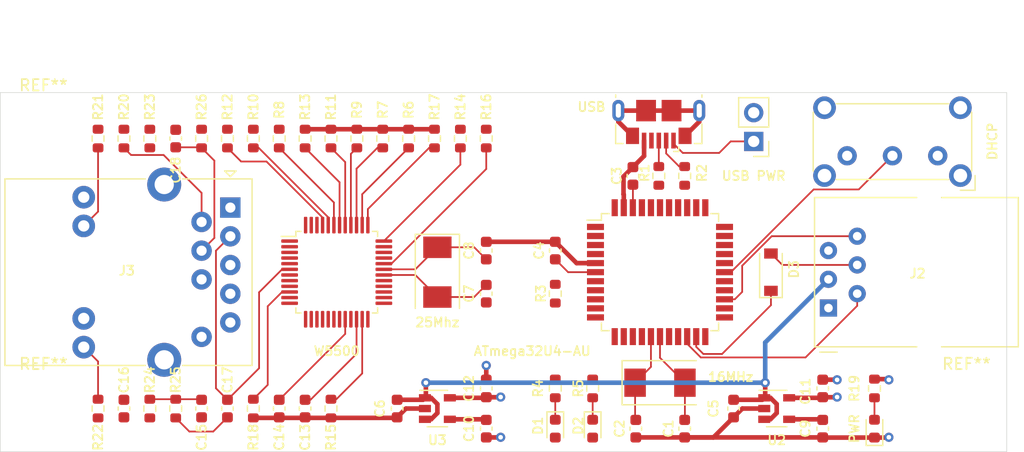
<source format=kicad_pcb>
(kicad_pcb (version 20171130) (host pcbnew "(5.1.10)-1")

  (general
    (thickness 1.6)
    (drawings 5)
    (tracks 202)
    (zones 0)
    (modules 62)
    (nets 92)
  )

  (page A4)
  (layers
    (0 F.Cu signal)
    (1 In1.Cu power hide)
    (2 In2.Cu power hide)
    (31 B.Cu signal)
    (35 F.Paste user hide)
    (36 B.SilkS user hide)
    (37 F.SilkS user hide)
    (38 B.Mask user hide)
    (39 F.Mask user hide)
    (44 Edge.Cuts user)
    (45 Margin user hide)
    (46 B.CrtYd user hide)
    (47 F.CrtYd user)
    (49 F.Fab user hide)
  )

  (setup
    (last_trace_width 0.1524)
    (user_trace_width 0.1524)
    (user_trace_width 0.2032)
    (user_trace_width 0.254)
    (user_trace_width 0.4064)
    (trace_clearance 0.1524)
    (zone_clearance 0.1524)
    (zone_45_only no)
    (trace_min 0.1524)
    (via_size 0.4572)
    (via_drill 0.2286)
    (via_min_size 0.4572)
    (via_min_drill 0.2286)
    (user_via 0.4572 0.2286)
    (user_via 0.6604 0.3302)
    (user_via 0.8128 0.4064)
    (uvia_size 0.3048)
    (uvia_drill 0.1016)
    (uvias_allowed no)
    (uvia_min_size 0.1524)
    (uvia_min_drill 0.1016)
    (edge_width 0.0508)
    (segment_width 0.2032)
    (pcb_text_width 0.3048)
    (pcb_text_size 1.524 1.524)
    (mod_edge_width 0.127)
    (mod_text_size 0.8128 0.8128)
    (mod_text_width 0.1524)
    (pad_size 1.524 1.524)
    (pad_drill 0.762)
    (pad_to_mask_clearance 0.0508)
    (aux_axis_origin 0 0)
    (visible_elements 7FFFFFFF)
    (pcbplotparams
      (layerselection 0x010fc_ffffffff)
      (usegerberextensions false)
      (usegerberattributes true)
      (usegerberadvancedattributes true)
      (creategerberjobfile true)
      (excludeedgelayer true)
      (linewidth 0.100000)
      (plotframeref false)
      (viasonmask false)
      (mode 1)
      (useauxorigin false)
      (hpglpennumber 1)
      (hpglpenspeed 20)
      (hpglpendiameter 15.000000)
      (psnegative false)
      (psa4output false)
      (plotreference true)
      (plotvalue true)
      (plotinvisibletext false)
      (padsonsilk false)
      (subtractmaskfromsilk false)
      (outputformat 1)
      (mirror false)
      (drillshape 1)
      (scaleselection 1)
      (outputdirectory ""))
  )

  (net 0 "")
  (net 1 "Net-(C1-Pad2)")
  (net 2 GND)
  (net 3 "Net-(C2-Pad2)")
  (net 4 "Net-(C3-Pad1)")
  (net 5 +5V)
  (net 6 +3V3)
  (net 7 "Net-(D1-Pad1)")
  (net 8 "Net-(J1-Pad6)")
  (net 9 "Net-(J1-Pad3)")
  (net 10 "Net-(J1-Pad4)")
  (net 11 "Net-(J1-Pad1)")
  (net 12 "Net-(J1-Pad2)")
  (net 13 "Net-(J2-Pad1)")
  (net 14 "Net-(J2-Pad2)")
  (net 15 "Net-(J2-Pad6)")
  (net 16 "Net-(J3-Pad15)")
  (net 17 "Net-(J3-Pad14)")
  (net 18 "Net-(J3-Pad12)")
  (net 19 "Net-(J3-Pad10)")
  (net 20 "Net-(J3-Pad9)")
  (net 21 "Net-(J3-Pad7)")
  (net 22 "Net-(J3-Pad2)")
  (net 23 "Net-(J3-Pad1)")
  (net 24 "Net-(R1-Pad1)")
  (net 25 "Net-(R2-Pad2)")
  (net 26 "Net-(U1-Pad41)")
  (net 27 "Net-(U1-Pad40)")
  (net 28 "Net-(U1-Pad39)")
  (net 29 "Net-(U1-Pad38)")
  (net 30 "Net-(U1-Pad37)")
  (net 31 "Net-(U1-Pad36)")
  (net 32 "Net-(U1-Pad33)")
  (net 33 "Net-(U1-Pad32)")
  (net 34 "Net-(U1-Pad31)")
  (net 35 "Net-(U1-Pad30)")
  (net 36 "Net-(U1-Pad29)")
  (net 37 "Net-(U1-Pad27)")
  (net 38 "Net-(U1-Pad26)")
  (net 39 "Net-(U1-Pad19)")
  (net 40 "Net-(U1-Pad18)")
  (net 41 "Net-(U1-Pad12)")
  (net 42 "Net-(U1-Pad11)")
  (net 43 "Net-(U1-Pad10)")
  (net 44 "Net-(U1-Pad9)")
  (net 45 "Net-(U1-Pad1)")
  (net 46 "Net-(U4-Pad47)")
  (net 47 "Net-(U4-Pad46)")
  (net 48 "Net-(U4-Pad26)")
  (net 49 "Net-(U4-Pad24)")
  (net 50 "Net-(U4-Pad18)")
  (net 51 "Net-(U4-Pad13)")
  (net 52 "Net-(U4-Pad12)")
  (net 53 "Net-(U4-Pad7)")
  (net 54 "Net-(R4-Pad1)")
  (net 55 "Net-(R5-Pad1)")
  (net 56 "Net-(R6-Pad1)")
  (net 57 "Net-(R7-Pad1)")
  (net 58 "Net-(R10-Pad2)")
  (net 59 "Net-(R12-Pad2)")
  (net 60 "Net-(R14-Pad2)")
  (net 61 "Net-(SW1-Pad2)")
  (net 62 "Net-(C13-Pad2)")
  (net 63 "Net-(C14-Pad2)")
  (net 64 "Net-(R18-Pad2)")
  (net 65 "Net-(C4-Pad1)")
  (net 66 "Net-(C5-Pad1)")
  (net 67 "Net-(C7-Pad2)")
  (net 68 "Net-(C8-Pad2)")
  (net 69 "Net-(C9-Pad1)")
  (net 70 "Net-(C10-Pad1)")
  (net 71 "Net-(C15-Pad2)")
  (net 72 "Net-(C16-Pad2)")
  (net 73 "Net-(C16-Pad1)")
  (net 74 "Net-(C17-Pad2)")
  (net 75 "Net-(C17-Pad1)")
  (net 76 "Net-(C18-Pad2)")
  (net 77 "Net-(D2-Pad1)")
  (net 78 "Net-(D3-Pad2)")
  (net 79 "Net-(D3-Pad1)")
  (net 80 "Net-(D4-Pad2)")
  (net 81 "Net-(R3-Pad2)")
  (net 82 "Net-(R8-Pad2)")
  (net 83 "Net-(R9-Pad1)")
  (net 84 "Net-(R11-Pad1)")
  (net 85 "Net-(R13-Pad1)")
  (net 86 "Net-(R15-Pad1)")
  (net 87 "Net-(R16-Pad2)")
  (net 88 "Net-(R17-Pad1)")
  (net 89 "Net-(R21-Pad2)")
  (net 90 "Net-(R22-Pad2)")
  (net 91 "Net-(SW1-Pad3)")

  (net_class Default "This is the default net class."
    (clearance 0.1524)
    (trace_width 0.1524)
    (via_dia 0.4572)
    (via_drill 0.2286)
    (uvia_dia 0.3048)
    (uvia_drill 0.1016)
    (diff_pair_width 0.2032)
    (diff_pair_gap 0.254)
    (add_net "Net-(C1-Pad2)")
    (add_net "Net-(C13-Pad2)")
    (add_net "Net-(C14-Pad2)")
    (add_net "Net-(C15-Pad2)")
    (add_net "Net-(C16-Pad1)")
    (add_net "Net-(C16-Pad2)")
    (add_net "Net-(C17-Pad1)")
    (add_net "Net-(C17-Pad2)")
    (add_net "Net-(C18-Pad2)")
    (add_net "Net-(C2-Pad2)")
    (add_net "Net-(C3-Pad1)")
    (add_net "Net-(C4-Pad1)")
    (add_net "Net-(C7-Pad2)")
    (add_net "Net-(C8-Pad2)")
    (add_net "Net-(D1-Pad1)")
    (add_net "Net-(D2-Pad1)")
    (add_net "Net-(D3-Pad1)")
    (add_net "Net-(D3-Pad2)")
    (add_net "Net-(D4-Pad2)")
    (add_net "Net-(J1-Pad1)")
    (add_net "Net-(J1-Pad2)")
    (add_net "Net-(J1-Pad3)")
    (add_net "Net-(J1-Pad4)")
    (add_net "Net-(J1-Pad6)")
    (add_net "Net-(J2-Pad1)")
    (add_net "Net-(J2-Pad2)")
    (add_net "Net-(J2-Pad6)")
    (add_net "Net-(J3-Pad1)")
    (add_net "Net-(J3-Pad10)")
    (add_net "Net-(J3-Pad12)")
    (add_net "Net-(J3-Pad14)")
    (add_net "Net-(J3-Pad15)")
    (add_net "Net-(J3-Pad2)")
    (add_net "Net-(J3-Pad7)")
    (add_net "Net-(J3-Pad9)")
    (add_net "Net-(R1-Pad1)")
    (add_net "Net-(R10-Pad2)")
    (add_net "Net-(R11-Pad1)")
    (add_net "Net-(R12-Pad2)")
    (add_net "Net-(R13-Pad1)")
    (add_net "Net-(R14-Pad2)")
    (add_net "Net-(R15-Pad1)")
    (add_net "Net-(R16-Pad2)")
    (add_net "Net-(R17-Pad1)")
    (add_net "Net-(R18-Pad2)")
    (add_net "Net-(R2-Pad2)")
    (add_net "Net-(R21-Pad2)")
    (add_net "Net-(R22-Pad2)")
    (add_net "Net-(R3-Pad2)")
    (add_net "Net-(R4-Pad1)")
    (add_net "Net-(R5-Pad1)")
    (add_net "Net-(R6-Pad1)")
    (add_net "Net-(R7-Pad1)")
    (add_net "Net-(R8-Pad2)")
    (add_net "Net-(R9-Pad1)")
    (add_net "Net-(SW1-Pad2)")
    (add_net "Net-(SW1-Pad3)")
    (add_net "Net-(U1-Pad1)")
    (add_net "Net-(U1-Pad10)")
    (add_net "Net-(U1-Pad11)")
    (add_net "Net-(U1-Pad12)")
    (add_net "Net-(U1-Pad18)")
    (add_net "Net-(U1-Pad19)")
    (add_net "Net-(U1-Pad26)")
    (add_net "Net-(U1-Pad27)")
    (add_net "Net-(U1-Pad29)")
    (add_net "Net-(U1-Pad30)")
    (add_net "Net-(U1-Pad31)")
    (add_net "Net-(U1-Pad32)")
    (add_net "Net-(U1-Pad33)")
    (add_net "Net-(U1-Pad36)")
    (add_net "Net-(U1-Pad37)")
    (add_net "Net-(U1-Pad38)")
    (add_net "Net-(U1-Pad39)")
    (add_net "Net-(U1-Pad40)")
    (add_net "Net-(U1-Pad41)")
    (add_net "Net-(U1-Pad9)")
    (add_net "Net-(U4-Pad12)")
    (add_net "Net-(U4-Pad13)")
    (add_net "Net-(U4-Pad18)")
    (add_net "Net-(U4-Pad24)")
    (add_net "Net-(U4-Pad26)")
    (add_net "Net-(U4-Pad46)")
    (add_net "Net-(U4-Pad47)")
    (add_net "Net-(U4-Pad7)")
  )

  (net_class Power ""
    (clearance 0.1524)
    (trace_width 0.4064)
    (via_dia 0.8128)
    (via_drill 0.4064)
    (uvia_dia 0.3048)
    (uvia_drill 0.1016)
    (diff_pair_width 0.2032)
    (diff_pair_gap 0.254)
    (add_net +3V3)
    (add_net +5V)
    (add_net GND)
    (add_net "Net-(C10-Pad1)")
    (add_net "Net-(C5-Pad1)")
    (add_net "Net-(C9-Pad1)")
  )

  (module Button_Switch_THT:SW_E-Switch_EG1224_SPDT_Angled (layer F.Cu) (tedit 5A02FE31) (tstamp 6188BA8A)
    (at 187.198 74.93 180)
    (descr "E-Switch slide switch, EG series, SPDT, right angle, http://spec_sheets.e-switch.com/specs/P040042.pdf")
    (tags "switch SPDT")
    (path /61C42AA7)
    (fp_text reference DHCP (at -4.826 1.27 90) (layer F.SilkS)
      (effects (font (size 0.8128 0.8128) (thickness 0.1524)))
    )
    (fp_text value SW_SPDT (at 4 14.45) (layer F.Fab)
      (effects (font (size 0.8128 0.8128) (thickness 0.1524)))
    )
    (fp_line (start -1.9 -2) (end 10.9 -2) (layer F.Fab) (width 0.1016))
    (fp_line (start 10.9 -2) (end 10.9 4.5) (layer F.Fab) (width 0.1016))
    (fp_line (start 10.9 4.5) (end -2.9 4.5) (layer F.Fab) (width 0.1016))
    (fp_line (start -2.9 4.5) (end -2.9 -1) (layer F.Fab) (width 0.1016))
    (fp_line (start 4.5 4.5) (end 4.5 13.5) (layer F.Fab) (width 0.1016))
    (fp_line (start 4.5 13.5) (end -0.5 13.5) (layer F.Fab) (width 0.1016))
    (fp_line (start -0.5 13.5) (end -0.5 4.5) (layer F.Fab) (width 0.1016))
    (fp_line (start 11 -1.35) (end 11 3.85) (layer F.SilkS) (width 0.127))
    (fp_line (start -3 3.85) (end -3 -1.35) (layer F.SilkS) (width 0.127))
    (fp_line (start -0.95 -2.1) (end 8.95 -2.1) (layer F.SilkS) (width 0.127))
    (fp_line (start 8.95 4.6) (end -0.95 4.6) (layer F.SilkS) (width 0.127))
    (fp_line (start -3.25 -3) (end 11.25 -3) (layer F.CrtYd) (width 0.0508))
    (fp_line (start 11.25 -3) (end 11.25 5.5) (layer F.CrtYd) (width 0.0508))
    (fp_line (start 11.25 5.5) (end 8.75 5.5) (layer F.CrtYd) (width 0.0508))
    (fp_line (start 8.75 5.5) (end 8.75 13.75) (layer F.CrtYd) (width 0.0508))
    (fp_line (start 8.75 13.75) (end -0.75 13.75) (layer F.CrtYd) (width 0.0508))
    (fp_line (start -0.75 13.75) (end -0.75 5.5) (layer F.CrtYd) (width 0.0508))
    (fp_line (start -0.75 5.5) (end -3.25 5.5) (layer F.CrtYd) (width 0.0508))
    (fp_line (start -3.25 5.5) (end -3.25 -3) (layer F.CrtYd) (width 0.0508))
    (fp_line (start -1.9 -2) (end -2.9 -1) (layer F.Fab) (width 0.1016))
    (fp_line (start -3.3 -1.75) (end -3.3 -3.05) (layer F.SilkS) (width 0.127))
    (fp_line (start -3.3 -3.05) (end -2 -3.05) (layer F.SilkS) (width 0.127))
    (fp_text user %R (at 4 1.25) (layer F.Fab)
      (effects (font (size 0.8128 0.8128) (thickness 0.1524)))
    )
    (pad 3 thru_hole circle (at 8 0 180) (size 1.7 1.7) (drill 0.9) (layers *.Cu *.Mask)
      (net 91 "Net-(SW1-Pad3)"))
    (pad 2 thru_hole circle (at 4 0 180) (size 1.7 1.7) (drill 0.9) (layers *.Cu *.Mask)
      (net 61 "Net-(SW1-Pad2)"))
    (pad 1 thru_hole circle (at 0 0 180) (size 1.7 1.7) (drill 0.9) (layers *.Cu *.Mask)
      (net 2 GND))
    (pad "" thru_hole circle (at -2 4.25 180) (size 2 2) (drill 1.2) (layers *.Cu *.Mask))
    (pad "" thru_hole circle (at 10 4.25 180) (size 2 2) (drill 1.2) (layers *.Cu *.Mask))
    (pad "" thru_hole circle (at 10 -1.75 180) (size 2 2) (drill 1.2) (layers *.Cu *.Mask))
    (pad "" thru_hole circle (at -2 -1.75 180) (size 2 2) (drill 1.2) (layers *.Cu *.Mask))
    (model ${KISYS3DMOD}/Button_Switch_THT.3dshapes/SW_E-Switch_EG1224_SPDT_Angled.wrl
      (at (xyz 0 0 0))
      (scale (xyz 1 1 1))
      (rotate (xyz 0 0 0))
    )
  )

  (module MountingHole:MountingHole_3.2mm_M3 (layer F.Cu) (tedit 56D1B4CB) (tstamp 6189586D)
    (at 189.738 97.536)
    (descr "Mounting Hole 3.2mm, no annular, M3")
    (tags "mounting hole 3.2mm no annular m3")
    (attr virtual)
    (fp_text reference REF** (at 0 -4.2) (layer F.SilkS)
      (effects (font (size 1 1) (thickness 0.15)))
    )
    (fp_text value MountingHole_3.2mm_M3 (at 0 4.2) (layer F.Fab)
      (effects (font (size 1 1) (thickness 0.15)))
    )
    (fp_text user %R (at 0.3 0) (layer F.Fab)
      (effects (font (size 1 1) (thickness 0.15)))
    )
    (fp_circle (center 0 0) (end 3.2 0) (layer Cmts.User) (width 0.15))
    (fp_circle (center 0 0) (end 3.45 0) (layer F.CrtYd) (width 0.05))
    (pad 1 np_thru_hole circle (at 0 0) (size 3.2 3.2) (drill 3.2) (layers *.Cu *.Mask))
  )

  (module MountingHole:MountingHole_3.2mm_M3 (layer F.Cu) (tedit 56D1B4CB) (tstamp 61895842)
    (at 108.204 97.536)
    (descr "Mounting Hole 3.2mm, no annular, M3")
    (tags "mounting hole 3.2mm no annular m3")
    (attr virtual)
    (fp_text reference REF** (at 0 -4.2) (layer F.SilkS)
      (effects (font (size 1 1) (thickness 0.15)))
    )
    (fp_text value MountingHole_3.2mm_M3 (at 0 4.2) (layer F.Fab)
      (effects (font (size 1 1) (thickness 0.15)))
    )
    (fp_text user %R (at 0.3 0) (layer F.Fab)
      (effects (font (size 1 1) (thickness 0.15)))
    )
    (fp_circle (center 0 0) (end 3.2 0) (layer Cmts.User) (width 0.15))
    (fp_circle (center 0 0) (end 3.45 0) (layer F.CrtYd) (width 0.05))
    (pad 1 np_thru_hole circle (at 0 0) (size 3.2 3.2) (drill 3.2) (layers *.Cu *.Mask))
  )

  (module MountingHole:MountingHole_3.2mm_M3 (layer F.Cu) (tedit 56D1B4CB) (tstamp 618957FF)
    (at 108.204 72.898)
    (descr "Mounting Hole 3.2mm, no annular, M3")
    (tags "mounting hole 3.2mm no annular m3")
    (attr virtual)
    (fp_text reference REF** (at 0 -4.2) (layer F.SilkS)
      (effects (font (size 1 1) (thickness 0.15)))
    )
    (fp_text value MountingHole_3.2mm_M3 (at 0 4.2) (layer F.Fab)
      (effects (font (size 1 1) (thickness 0.15)))
    )
    (fp_text user %R (at 0.3 0) (layer F.Fab)
      (effects (font (size 1 1) (thickness 0.15)))
    )
    (fp_circle (center 0 0) (end 3.2 0) (layer Cmts.User) (width 0.15))
    (fp_circle (center 0 0) (end 3.45 0) (layer F.CrtYd) (width 0.05))
    (pad 1 np_thru_hole circle (at 0 0) (size 3.2 3.2) (drill 3.2) (layers *.Cu *.Mask))
  )

  (module Resistor_SMD:R_0603_1608Metric (layer F.Cu) (tedit 5F68FEEE) (tstamp 618957D7)
    (at 126.746 97.282 90)
    (descr "Resistor SMD 0603 (1608 Metric), square (rectangular) end terminal, IPC_7351 nominal, (Body size source: IPC-SM-782 page 72, https://www.pcb-3d.com/wordpress/wp-content/uploads/ipc-sm-782a_amendment_1_and_2.pdf), generated with kicad-footprint-generator")
    (tags resistor)
    (path /6225C4EE)
    (attr smd)
    (fp_text reference R18 (at -2.54 0 90) (layer F.SilkS)
      (effects (font (size 0.8128 0.8128) (thickness 0.1524)))
    )
    (fp_text value 12K4 (at 0 1.43 90) (layer F.Fab)
      (effects (font (size 0.8128 0.8128) (thickness 0.1524)))
    )
    (fp_line (start 1.48 0.73) (end -1.48 0.73) (layer F.CrtYd) (width 0.0508))
    (fp_line (start 1.48 -0.73) (end 1.48 0.73) (layer F.CrtYd) (width 0.0508))
    (fp_line (start -1.48 -0.73) (end 1.48 -0.73) (layer F.CrtYd) (width 0.0508))
    (fp_line (start -1.48 0.73) (end -1.48 -0.73) (layer F.CrtYd) (width 0.0508))
    (fp_line (start -0.237258 0.5225) (end 0.237258 0.5225) (layer F.SilkS) (width 0.127))
    (fp_line (start -0.237258 -0.5225) (end 0.237258 -0.5225) (layer F.SilkS) (width 0.127))
    (fp_line (start 0.8 0.4125) (end -0.8 0.4125) (layer F.Fab) (width 0.1016))
    (fp_line (start 0.8 -0.4125) (end 0.8 0.4125) (layer F.Fab) (width 0.1016))
    (fp_line (start -0.8 -0.4125) (end 0.8 -0.4125) (layer F.Fab) (width 0.1016))
    (fp_line (start -0.8 0.4125) (end -0.8 -0.4125) (layer F.Fab) (width 0.1016))
    (fp_text user %R (at 0 0 90) (layer F.Fab)
      (effects (font (size 0.8128 0.8128) (thickness 0.1524)))
    )
    (pad 2 smd roundrect (at 0.825 0 90) (size 0.8 0.95) (layers F.Cu F.Paste F.Mask) (roundrect_rratio 0.25)
      (net 64 "Net-(R18-Pad2)"))
    (pad 1 smd roundrect (at -0.825 0 90) (size 0.8 0.95) (layers F.Cu F.Paste F.Mask) (roundrect_rratio 0.25)
      (net 2 GND))
    (model ${KISYS3DMOD}/Resistor_SMD.3dshapes/R_0603_1608Metric.wrl
      (at (xyz 0 0 0))
      (scale (xyz 1 1 1))
      (rotate (xyz 0 0 0))
    )
  )

  (module Resistor_SMD:R_0603_1608Metric (layer F.Cu) (tedit 5F68FEEE) (tstamp 61895706)
    (at 156.718 95.504 270)
    (descr "Resistor SMD 0603 (1608 Metric), square (rectangular) end terminal, IPC_7351 nominal, (Body size source: IPC-SM-782 page 72, https://www.pcb-3d.com/wordpress/wp-content/uploads/ipc-sm-782a_amendment_1_and_2.pdf), generated with kicad-footprint-generator")
    (tags resistor)
    (path /62081B4B)
    (attr smd)
    (fp_text reference R5 (at 0 1.27 90) (layer F.SilkS)
      (effects (font (size 0.8128 0.8128) (thickness 0.1524)))
    )
    (fp_text value 330R (at 0 1.43 90) (layer F.Fab)
      (effects (font (size 0.8128 0.8128) (thickness 0.1524)))
    )
    (fp_line (start 1.48 0.73) (end -1.48 0.73) (layer F.CrtYd) (width 0.0508))
    (fp_line (start 1.48 -0.73) (end 1.48 0.73) (layer F.CrtYd) (width 0.0508))
    (fp_line (start -1.48 -0.73) (end 1.48 -0.73) (layer F.CrtYd) (width 0.0508))
    (fp_line (start -1.48 0.73) (end -1.48 -0.73) (layer F.CrtYd) (width 0.0508))
    (fp_line (start -0.237258 0.5225) (end 0.237258 0.5225) (layer F.SilkS) (width 0.127))
    (fp_line (start -0.237258 -0.5225) (end 0.237258 -0.5225) (layer F.SilkS) (width 0.127))
    (fp_line (start 0.8 0.4125) (end -0.8 0.4125) (layer F.Fab) (width 0.1016))
    (fp_line (start 0.8 -0.4125) (end 0.8 0.4125) (layer F.Fab) (width 0.1016))
    (fp_line (start -0.8 -0.4125) (end 0.8 -0.4125) (layer F.Fab) (width 0.1016))
    (fp_line (start -0.8 0.4125) (end -0.8 -0.4125) (layer F.Fab) (width 0.1016))
    (fp_text user %R (at 0 0 90) (layer F.Fab)
      (effects (font (size 0.8128 0.8128) (thickness 0.1524)))
    )
    (pad 2 smd roundrect (at 0.825 0 270) (size 0.8 0.95) (layers F.Cu F.Paste F.Mask) (roundrect_rratio 0.25)
      (net 77 "Net-(D2-Pad1)"))
    (pad 1 smd roundrect (at -0.825 0 270) (size 0.8 0.95) (layers F.Cu F.Paste F.Mask) (roundrect_rratio 0.25)
      (net 55 "Net-(R5-Pad1)"))
    (model ${KISYS3DMOD}/Resistor_SMD.3dshapes/R_0603_1608Metric.wrl
      (at (xyz 0 0 0))
      (scale (xyz 1 1 1))
      (rotate (xyz 0 0 0))
    )
  )

  (module Resistor_SMD:R_0603_1608Metric (layer F.Cu) (tedit 5F68FEEE) (tstamp 618956F5)
    (at 153.416 95.504 270)
    (descr "Resistor SMD 0603 (1608 Metric), square (rectangular) end terminal, IPC_7351 nominal, (Body size source: IPC-SM-782 page 72, https://www.pcb-3d.com/wordpress/wp-content/uploads/ipc-sm-782a_amendment_1_and_2.pdf), generated with kicad-footprint-generator")
    (tags resistor)
    (path /62080AE9)
    (attr smd)
    (fp_text reference R4 (at 0 1.524 90) (layer F.SilkS)
      (effects (font (size 0.8128 0.8128) (thickness 0.1524)))
    )
    (fp_text value 330R (at 0 1.43 90) (layer F.Fab)
      (effects (font (size 0.8128 0.8128) (thickness 0.1524)))
    )
    (fp_line (start 1.48 0.73) (end -1.48 0.73) (layer F.CrtYd) (width 0.0508))
    (fp_line (start 1.48 -0.73) (end 1.48 0.73) (layer F.CrtYd) (width 0.0508))
    (fp_line (start -1.48 -0.73) (end 1.48 -0.73) (layer F.CrtYd) (width 0.0508))
    (fp_line (start -1.48 0.73) (end -1.48 -0.73) (layer F.CrtYd) (width 0.0508))
    (fp_line (start -0.237258 0.5225) (end 0.237258 0.5225) (layer F.SilkS) (width 0.127))
    (fp_line (start -0.237258 -0.5225) (end 0.237258 -0.5225) (layer F.SilkS) (width 0.127))
    (fp_line (start 0.8 0.4125) (end -0.8 0.4125) (layer F.Fab) (width 0.1016))
    (fp_line (start 0.8 -0.4125) (end 0.8 0.4125) (layer F.Fab) (width 0.1016))
    (fp_line (start -0.8 -0.4125) (end 0.8 -0.4125) (layer F.Fab) (width 0.1016))
    (fp_line (start -0.8 0.4125) (end -0.8 -0.4125) (layer F.Fab) (width 0.1016))
    (fp_text user %R (at 0 0 90) (layer F.Fab)
      (effects (font (size 0.8128 0.8128) (thickness 0.1524)))
    )
    (pad 2 smd roundrect (at 0.825 0 270) (size 0.8 0.95) (layers F.Cu F.Paste F.Mask) (roundrect_rratio 0.25)
      (net 7 "Net-(D1-Pad1)"))
    (pad 1 smd roundrect (at -0.825 0 270) (size 0.8 0.95) (layers F.Cu F.Paste F.Mask) (roundrect_rratio 0.25)
      (net 54 "Net-(R4-Pad1)"))
    (model ${KISYS3DMOD}/Resistor_SMD.3dshapes/R_0603_1608Metric.wrl
      (at (xyz 0 0 0))
      (scale (xyz 1 1 1))
      (rotate (xyz 0 0 0))
    )
  )

  (module Resistor_SMD:R_0603_1608Metric (layer F.Cu) (tedit 5F68FEEE) (tstamp 618956E4)
    (at 153.416 87.122 270)
    (descr "Resistor SMD 0603 (1608 Metric), square (rectangular) end terminal, IPC_7351 nominal, (Body size source: IPC-SM-782 page 72, https://www.pcb-3d.com/wordpress/wp-content/uploads/ipc-sm-782a_amendment_1_and_2.pdf), generated with kicad-footprint-generator")
    (tags resistor)
    (path /61FBCB73)
    (attr smd)
    (fp_text reference R3 (at 0 1.27 90) (layer F.SilkS)
      (effects (font (size 0.8128 0.8128) (thickness 0.1524)))
    )
    (fp_text value 10K (at 0 1.43 90) (layer F.Fab)
      (effects (font (size 0.8128 0.8128) (thickness 0.1524)))
    )
    (fp_line (start 1.48 0.73) (end -1.48 0.73) (layer F.CrtYd) (width 0.0508))
    (fp_line (start 1.48 -0.73) (end 1.48 0.73) (layer F.CrtYd) (width 0.0508))
    (fp_line (start -1.48 -0.73) (end 1.48 -0.73) (layer F.CrtYd) (width 0.0508))
    (fp_line (start -1.48 0.73) (end -1.48 -0.73) (layer F.CrtYd) (width 0.0508))
    (fp_line (start -0.237258 0.5225) (end 0.237258 0.5225) (layer F.SilkS) (width 0.127))
    (fp_line (start -0.237258 -0.5225) (end 0.237258 -0.5225) (layer F.SilkS) (width 0.127))
    (fp_line (start 0.8 0.4125) (end -0.8 0.4125) (layer F.Fab) (width 0.1016))
    (fp_line (start 0.8 -0.4125) (end 0.8 0.4125) (layer F.Fab) (width 0.1016))
    (fp_line (start -0.8 -0.4125) (end 0.8 -0.4125) (layer F.Fab) (width 0.1016))
    (fp_line (start -0.8 0.4125) (end -0.8 -0.4125) (layer F.Fab) (width 0.1016))
    (fp_text user %R (at 0 0 90) (layer F.Fab)
      (effects (font (size 0.8128 0.8128) (thickness 0.1524)))
    )
    (pad 2 smd roundrect (at 0.825 0 270) (size 0.8 0.95) (layers F.Cu F.Paste F.Mask) (roundrect_rratio 0.25)
      (net 81 "Net-(R3-Pad2)"))
    (pad 1 smd roundrect (at -0.825 0 270) (size 0.8 0.95) (layers F.Cu F.Paste F.Mask) (roundrect_rratio 0.25)
      (net 5 +5V))
    (model ${KISYS3DMOD}/Resistor_SMD.3dshapes/R_0603_1608Metric.wrl
      (at (xyz 0 0 0))
      (scale (xyz 1 1 1))
      (rotate (xyz 0 0 0))
    )
  )

  (module Connector_PinHeader_2.54mm:PinHeader_1x02_P2.54mm_Vertical (layer F.Cu) (tedit 59FED5CC) (tstamp 61895693)
    (at 170.942 73.66 180)
    (descr "Through hole straight pin header, 1x02, 2.54mm pitch, single row")
    (tags "Through hole pin header THT 1x02 2.54mm single row")
    (path /623AA391)
    (fp_text reference "USB PWR" (at 0 -3.048) (layer F.SilkS)
      (effects (font (size 0.8128 0.8128) (thickness 0.1524)))
    )
    (fp_text value "USB PWR" (at 0 4.87) (layer F.Fab)
      (effects (font (size 0.8128 0.8128) (thickness 0.1524)))
    )
    (fp_line (start 1.8 -1.8) (end -1.8 -1.8) (layer F.CrtYd) (width 0.0508))
    (fp_line (start 1.8 4.35) (end 1.8 -1.8) (layer F.CrtYd) (width 0.0508))
    (fp_line (start -1.8 4.35) (end 1.8 4.35) (layer F.CrtYd) (width 0.0508))
    (fp_line (start -1.8 -1.8) (end -1.8 4.35) (layer F.CrtYd) (width 0.0508))
    (fp_line (start -1.33 -1.33) (end 0 -1.33) (layer F.SilkS) (width 0.127))
    (fp_line (start -1.33 0) (end -1.33 -1.33) (layer F.SilkS) (width 0.127))
    (fp_line (start -1.33 1.27) (end 1.33 1.27) (layer F.SilkS) (width 0.127))
    (fp_line (start 1.33 1.27) (end 1.33 3.87) (layer F.SilkS) (width 0.127))
    (fp_line (start -1.33 1.27) (end -1.33 3.87) (layer F.SilkS) (width 0.127))
    (fp_line (start -1.33 3.87) (end 1.33 3.87) (layer F.SilkS) (width 0.127))
    (fp_line (start -1.27 -0.635) (end -0.635 -1.27) (layer F.Fab) (width 0.1016))
    (fp_line (start -1.27 3.81) (end -1.27 -0.635) (layer F.Fab) (width 0.1016))
    (fp_line (start 1.27 3.81) (end -1.27 3.81) (layer F.Fab) (width 0.1016))
    (fp_line (start 1.27 -1.27) (end 1.27 3.81) (layer F.Fab) (width 0.1016))
    (fp_line (start -0.635 -1.27) (end 1.27 -1.27) (layer F.Fab) (width 0.1016))
    (fp_text user %R (at 0 1.27 90) (layer F.Fab)
      (effects (font (size 0.8128 0.8128) (thickness 0.1524)))
    )
    (pad 2 thru_hole oval (at 0 2.54 180) (size 1.7 1.7) (drill 1) (layers *.Cu *.Mask)
      (net 5 +5V))
    (pad 1 thru_hole rect (at 0 0 180) (size 1.7 1.7) (drill 1) (layers *.Cu *.Mask)
      (net 11 "Net-(J1-Pad1)"))
    (model ${KISYS3DMOD}/Connector_PinHeader_2.54mm.3dshapes/PinHeader_1x02_P2.54mm_Vertical.wrl
      (at (xyz 0 0 0))
      (scale (xyz 1 1 1))
      (rotate (xyz 0 0 0))
    )
  )

  (module LED_SMD:LED_0603_1608Metric (layer F.Cu) (tedit 5F68FEF1) (tstamp 61895567)
    (at 156.718 99.06 270)
    (descr "LED SMD 0603 (1608 Metric), square (rectangular) end terminal, IPC_7351 nominal, (Body size source: http://www.tortai-tech.com/upload/download/2011102023233369053.pdf), generated with kicad-footprint-generator")
    (tags LED)
    (path /62083CB6)
    (attr smd)
    (fp_text reference D2 (at -0.254 1.27 90) (layer F.SilkS)
      (effects (font (size 0.8128 0.8128) (thickness 0.1524)))
    )
    (fp_text value Grn (at 0 1.43 90) (layer F.Fab)
      (effects (font (size 0.8128 0.8128) (thickness 0.1524)))
    )
    (fp_line (start 1.48 0.73) (end -1.48 0.73) (layer F.CrtYd) (width 0.0508))
    (fp_line (start 1.48 -0.73) (end 1.48 0.73) (layer F.CrtYd) (width 0.0508))
    (fp_line (start -1.48 -0.73) (end 1.48 -0.73) (layer F.CrtYd) (width 0.0508))
    (fp_line (start -1.48 0.73) (end -1.48 -0.73) (layer F.CrtYd) (width 0.0508))
    (fp_line (start -1.485 0.735) (end 0.8 0.735) (layer F.SilkS) (width 0.127))
    (fp_line (start -1.485 -0.735) (end -1.485 0.735) (layer F.SilkS) (width 0.127))
    (fp_line (start 0.8 -0.735) (end -1.485 -0.735) (layer F.SilkS) (width 0.127))
    (fp_line (start 0.8 0.4) (end 0.8 -0.4) (layer F.Fab) (width 0.1016))
    (fp_line (start -0.8 0.4) (end 0.8 0.4) (layer F.Fab) (width 0.1016))
    (fp_line (start -0.8 -0.1) (end -0.8 0.4) (layer F.Fab) (width 0.1016))
    (fp_line (start -0.5 -0.4) (end -0.8 -0.1) (layer F.Fab) (width 0.1016))
    (fp_line (start 0.8 -0.4) (end -0.5 -0.4) (layer F.Fab) (width 0.1016))
    (fp_text user %R (at 0 0 90) (layer F.Fab)
      (effects (font (size 0.8128 0.8128) (thickness 0.1524)))
    )
    (pad 2 smd roundrect (at 0.7875 0 270) (size 0.875 0.95) (layers F.Cu F.Paste F.Mask) (roundrect_rratio 0.25)
      (net 5 +5V))
    (pad 1 smd roundrect (at -0.7875 0 270) (size 0.875 0.95) (layers F.Cu F.Paste F.Mask) (roundrect_rratio 0.25)
      (net 77 "Net-(D2-Pad1)"))
    (model ${KISYS3DMOD}/LED_SMD.3dshapes/LED_0603_1608Metric.wrl
      (at (xyz 0 0 0))
      (scale (xyz 1 1 1))
      (rotate (xyz 0 0 0))
    )
  )

  (module LED_SMD:LED_0603_1608Metric (layer F.Cu) (tedit 5F68FEF1) (tstamp 61895554)
    (at 153.416 99.06 270)
    (descr "LED SMD 0603 (1608 Metric), square (rectangular) end terminal, IPC_7351 nominal, (Body size source: http://www.tortai-tech.com/upload/download/2011102023233369053.pdf), generated with kicad-footprint-generator")
    (tags LED)
    (path /62082775)
    (attr smd)
    (fp_text reference D1 (at -0.254 1.524 90) (layer F.SilkS)
      (effects (font (size 0.8128 0.8128) (thickness 0.1524)))
    )
    (fp_text value Ylw (at 0 1.43 90) (layer F.Fab)
      (effects (font (size 0.8128 0.8128) (thickness 0.1524)))
    )
    (fp_line (start 1.48 0.73) (end -1.48 0.73) (layer F.CrtYd) (width 0.0508))
    (fp_line (start 1.48 -0.73) (end 1.48 0.73) (layer F.CrtYd) (width 0.0508))
    (fp_line (start -1.48 -0.73) (end 1.48 -0.73) (layer F.CrtYd) (width 0.0508))
    (fp_line (start -1.48 0.73) (end -1.48 -0.73) (layer F.CrtYd) (width 0.0508))
    (fp_line (start -1.485 0.735) (end 0.8 0.735) (layer F.SilkS) (width 0.127))
    (fp_line (start -1.485 -0.735) (end -1.485 0.735) (layer F.SilkS) (width 0.127))
    (fp_line (start 0.8 -0.735) (end -1.485 -0.735) (layer F.SilkS) (width 0.127))
    (fp_line (start 0.8 0.4) (end 0.8 -0.4) (layer F.Fab) (width 0.1016))
    (fp_line (start -0.8 0.4) (end 0.8 0.4) (layer F.Fab) (width 0.1016))
    (fp_line (start -0.8 -0.1) (end -0.8 0.4) (layer F.Fab) (width 0.1016))
    (fp_line (start -0.5 -0.4) (end -0.8 -0.1) (layer F.Fab) (width 0.1016))
    (fp_line (start 0.8 -0.4) (end -0.5 -0.4) (layer F.Fab) (width 0.1016))
    (fp_text user %R (at 0 0 90) (layer F.Fab)
      (effects (font (size 0.8128 0.8128) (thickness 0.1524)))
    )
    (pad 2 smd roundrect (at 0.7875 0 270) (size 0.875 0.95) (layers F.Cu F.Paste F.Mask) (roundrect_rratio 0.25)
      (net 5 +5V))
    (pad 1 smd roundrect (at -0.7875 0 270) (size 0.875 0.95) (layers F.Cu F.Paste F.Mask) (roundrect_rratio 0.25)
      (net 7 "Net-(D1-Pad1)"))
    (model ${KISYS3DMOD}/LED_SMD.3dshapes/LED_0603_1608Metric.wrl
      (at (xyz 0 0 0))
      (scale (xyz 1 1 1))
      (rotate (xyz 0 0 0))
    )
  )

  (module Capacitor_SMD:C_0603_1608Metric (layer F.Cu) (tedit 5F68FEEE) (tstamp 61895501)
    (at 129.032 97.282 90)
    (descr "Capacitor SMD 0603 (1608 Metric), square (rectangular) end terminal, IPC_7351 nominal, (Body size source: IPC-SM-782 page 76, https://www.pcb-3d.com/wordpress/wp-content/uploads/ipc-sm-782a_amendment_1_and_2.pdf), generated with kicad-footprint-generator")
    (tags capacitor)
    (path /6226E112)
    (attr smd)
    (fp_text reference C14 (at -2.54 0 90) (layer F.SilkS)
      (effects (font (size 0.8128 0.8128) (thickness 0.1524)))
    )
    (fp_text value 4.7uF (at 0 1.43 90) (layer F.Fab)
      (effects (font (size 0.8128 0.8128) (thickness 0.1524)))
    )
    (fp_line (start 1.48 0.73) (end -1.48 0.73) (layer F.CrtYd) (width 0.0508))
    (fp_line (start 1.48 -0.73) (end 1.48 0.73) (layer F.CrtYd) (width 0.0508))
    (fp_line (start -1.48 -0.73) (end 1.48 -0.73) (layer F.CrtYd) (width 0.0508))
    (fp_line (start -1.48 0.73) (end -1.48 -0.73) (layer F.CrtYd) (width 0.0508))
    (fp_line (start -0.14058 0.51) (end 0.14058 0.51) (layer F.SilkS) (width 0.127))
    (fp_line (start -0.14058 -0.51) (end 0.14058 -0.51) (layer F.SilkS) (width 0.127))
    (fp_line (start 0.8 0.4) (end -0.8 0.4) (layer F.Fab) (width 0.1016))
    (fp_line (start 0.8 -0.4) (end 0.8 0.4) (layer F.Fab) (width 0.1016))
    (fp_line (start -0.8 -0.4) (end 0.8 -0.4) (layer F.Fab) (width 0.1016))
    (fp_line (start -0.8 0.4) (end -0.8 -0.4) (layer F.Fab) (width 0.1016))
    (fp_text user %R (at 0 0 90) (layer F.Fab)
      (effects (font (size 0.8128 0.8128) (thickness 0.1524)))
    )
    (pad 2 smd roundrect (at 0.775 0 90) (size 0.9 0.95) (layers F.Cu F.Paste F.Mask) (roundrect_rratio 0.25)
      (net 63 "Net-(C14-Pad2)"))
    (pad 1 smd roundrect (at -0.775 0 90) (size 0.9 0.95) (layers F.Cu F.Paste F.Mask) (roundrect_rratio 0.25)
      (net 2 GND))
    (model ${KISYS3DMOD}/Capacitor_SMD.3dshapes/C_0603_1608Metric.wrl
      (at (xyz 0 0 0))
      (scale (xyz 1 1 1))
      (rotate (xyz 0 0 0))
    )
  )

  (module Capacitor_SMD:C_0603_1608Metric (layer F.Cu) (tedit 5F68FEEE) (tstamp 618954F0)
    (at 131.318 97.282 90)
    (descr "Capacitor SMD 0603 (1608 Metric), square (rectangular) end terminal, IPC_7351 nominal, (Body size source: IPC-SM-782 page 76, https://www.pcb-3d.com/wordpress/wp-content/uploads/ipc-sm-782a_amendment_1_and_2.pdf), generated with kicad-footprint-generator")
    (tags capacitor)
    (path /622E057D)
    (attr smd)
    (fp_text reference C13 (at -2.54 0 90) (layer F.SilkS)
      (effects (font (size 0.8128 0.8128) (thickness 0.1524)))
    )
    (fp_text value 10nF (at 0 1.43 90) (layer F.Fab)
      (effects (font (size 0.8128 0.8128) (thickness 0.1524)))
    )
    (fp_line (start 1.48 0.73) (end -1.48 0.73) (layer F.CrtYd) (width 0.0508))
    (fp_line (start 1.48 -0.73) (end 1.48 0.73) (layer F.CrtYd) (width 0.0508))
    (fp_line (start -1.48 -0.73) (end 1.48 -0.73) (layer F.CrtYd) (width 0.0508))
    (fp_line (start -1.48 0.73) (end -1.48 -0.73) (layer F.CrtYd) (width 0.0508))
    (fp_line (start -0.14058 0.51) (end 0.14058 0.51) (layer F.SilkS) (width 0.127))
    (fp_line (start -0.14058 -0.51) (end 0.14058 -0.51) (layer F.SilkS) (width 0.127))
    (fp_line (start 0.8 0.4) (end -0.8 0.4) (layer F.Fab) (width 0.1016))
    (fp_line (start 0.8 -0.4) (end 0.8 0.4) (layer F.Fab) (width 0.1016))
    (fp_line (start -0.8 -0.4) (end 0.8 -0.4) (layer F.Fab) (width 0.1016))
    (fp_line (start -0.8 0.4) (end -0.8 -0.4) (layer F.Fab) (width 0.1016))
    (fp_text user %R (at 0 0 90) (layer F.Fab)
      (effects (font (size 0.8128 0.8128) (thickness 0.1524)))
    )
    (pad 2 smd roundrect (at 0.775 0 90) (size 0.9 0.95) (layers F.Cu F.Paste F.Mask) (roundrect_rratio 0.25)
      (net 62 "Net-(C13-Pad2)"))
    (pad 1 smd roundrect (at -0.775 0 90) (size 0.9 0.95) (layers F.Cu F.Paste F.Mask) (roundrect_rratio 0.25)
      (net 2 GND))
    (model ${KISYS3DMOD}/Capacitor_SMD.3dshapes/C_0603_1608Metric.wrl
      (at (xyz 0 0 0))
      (scale (xyz 1 1 1))
      (rotate (xyz 0 0 0))
    )
  )

  (module Capacitor_SMD:C_0603_1608Metric (layer F.Cu) (tedit 5F68FEEE) (tstamp 6189545F)
    (at 153.416 83.312 90)
    (descr "Capacitor SMD 0603 (1608 Metric), square (rectangular) end terminal, IPC_7351 nominal, (Body size source: IPC-SM-782 page 76, https://www.pcb-3d.com/wordpress/wp-content/uploads/ipc-sm-782a_amendment_1_and_2.pdf), generated with kicad-footprint-generator")
    (tags capacitor)
    (path /61F67BCD)
    (attr smd)
    (fp_text reference C4 (at 0 -1.43 90) (layer F.SilkS)
      (effects (font (size 0.8128 0.8128) (thickness 0.1524)))
    )
    (fp_text value 100nF (at 0 1.43 90) (layer F.Fab)
      (effects (font (size 0.8128 0.8128) (thickness 0.1524)))
    )
    (fp_line (start 1.48 0.73) (end -1.48 0.73) (layer F.CrtYd) (width 0.0508))
    (fp_line (start 1.48 -0.73) (end 1.48 0.73) (layer F.CrtYd) (width 0.0508))
    (fp_line (start -1.48 -0.73) (end 1.48 -0.73) (layer F.CrtYd) (width 0.0508))
    (fp_line (start -1.48 0.73) (end -1.48 -0.73) (layer F.CrtYd) (width 0.0508))
    (fp_line (start -0.14058 0.51) (end 0.14058 0.51) (layer F.SilkS) (width 0.127))
    (fp_line (start -0.14058 -0.51) (end 0.14058 -0.51) (layer F.SilkS) (width 0.127))
    (fp_line (start 0.8 0.4) (end -0.8 0.4) (layer F.Fab) (width 0.1016))
    (fp_line (start 0.8 -0.4) (end 0.8 0.4) (layer F.Fab) (width 0.1016))
    (fp_line (start -0.8 -0.4) (end 0.8 -0.4) (layer F.Fab) (width 0.1016))
    (fp_line (start -0.8 0.4) (end -0.8 -0.4) (layer F.Fab) (width 0.1016))
    (fp_text user %R (at 0 0 90) (layer F.Fab)
      (effects (font (size 0.8128 0.8128) (thickness 0.1524)))
    )
    (pad 2 smd roundrect (at 0.775 0 90) (size 0.9 0.95) (layers F.Cu F.Paste F.Mask) (roundrect_rratio 0.25)
      (net 2 GND))
    (pad 1 smd roundrect (at -0.775 0 90) (size 0.9 0.95) (layers F.Cu F.Paste F.Mask) (roundrect_rratio 0.25)
      (net 65 "Net-(C4-Pad1)"))
    (model ${KISYS3DMOD}/Capacitor_SMD.3dshapes/C_0603_1608Metric.wrl
      (at (xyz 0 0 0))
      (scale (xyz 1 1 1))
      (rotate (xyz 0 0 0))
    )
  )

  (module Capacitor_SMD:C_0603_1608Metric (layer F.Cu) (tedit 5F68FEEE) (tstamp 6189544E)
    (at 160.274 76.708 90)
    (descr "Capacitor SMD 0603 (1608 Metric), square (rectangular) end terminal, IPC_7351 nominal, (Body size source: IPC-SM-782 page 76, https://www.pcb-3d.com/wordpress/wp-content/uploads/ipc-sm-782a_amendment_1_and_2.pdf), generated with kicad-footprint-generator")
    (tags capacitor)
    (path /61F7170E)
    (attr smd)
    (fp_text reference C3 (at 0 -1.43 90) (layer F.SilkS)
      (effects (font (size 0.8128 0.8128) (thickness 0.1524)))
    )
    (fp_text value 100nF (at 0 1.43 90) (layer F.Fab)
      (effects (font (size 0.8128 0.8128) (thickness 0.1524)))
    )
    (fp_line (start 1.48 0.73) (end -1.48 0.73) (layer F.CrtYd) (width 0.0508))
    (fp_line (start 1.48 -0.73) (end 1.48 0.73) (layer F.CrtYd) (width 0.0508))
    (fp_line (start -1.48 -0.73) (end 1.48 -0.73) (layer F.CrtYd) (width 0.0508))
    (fp_line (start -1.48 0.73) (end -1.48 -0.73) (layer F.CrtYd) (width 0.0508))
    (fp_line (start -0.14058 0.51) (end 0.14058 0.51) (layer F.SilkS) (width 0.127))
    (fp_line (start -0.14058 -0.51) (end 0.14058 -0.51) (layer F.SilkS) (width 0.127))
    (fp_line (start 0.8 0.4) (end -0.8 0.4) (layer F.Fab) (width 0.1016))
    (fp_line (start 0.8 -0.4) (end 0.8 0.4) (layer F.Fab) (width 0.1016))
    (fp_line (start -0.8 -0.4) (end 0.8 -0.4) (layer F.Fab) (width 0.1016))
    (fp_line (start -0.8 0.4) (end -0.8 -0.4) (layer F.Fab) (width 0.1016))
    (fp_text user %R (at 0 0 90) (layer F.Fab)
      (effects (font (size 0.8128 0.8128) (thickness 0.1524)))
    )
    (pad 2 smd roundrect (at 0.775 0 90) (size 0.9 0.95) (layers F.Cu F.Paste F.Mask) (roundrect_rratio 0.25)
      (net 2 GND))
    (pad 1 smd roundrect (at -0.775 0 90) (size 0.9 0.95) (layers F.Cu F.Paste F.Mask) (roundrect_rratio 0.25)
      (net 4 "Net-(C3-Pad1)"))
    (model ${KISYS3DMOD}/Capacitor_SMD.3dshapes/C_0603_1608Metric.wrl
      (at (xyz 0 0 0))
      (scale (xyz 1 1 1))
      (rotate (xyz 0 0 0))
    )
  )

  (module Resistor_SMD:R_0603_1608Metric (layer F.Cu) (tedit 5F68FEEE) (tstamp 6188E013)
    (at 119.888 97.282 270)
    (descr "Resistor SMD 0603 (1608 Metric), square (rectangular) end terminal, IPC_7351 nominal, (Body size source: IPC-SM-782 page 72, https://www.pcb-3d.com/wordpress/wp-content/uploads/ipc-sm-782a_amendment_1_and_2.pdf), generated with kicad-footprint-generator")
    (tags resistor)
    (path /61D2EA8E)
    (attr smd)
    (fp_text reference R25 (at -2.54 0 90) (layer F.SilkS)
      (effects (font (size 0.8128 0.8128) (thickness 0.1524)))
    )
    (fp_text value 49R9 (at 0 1.43 90) (layer F.Fab)
      (effects (font (size 0.8128 0.8128) (thickness 0.1524)))
    )
    (fp_line (start 1.48 0.73) (end -1.48 0.73) (layer F.CrtYd) (width 0.0508))
    (fp_line (start 1.48 -0.73) (end 1.48 0.73) (layer F.CrtYd) (width 0.0508))
    (fp_line (start -1.48 -0.73) (end 1.48 -0.73) (layer F.CrtYd) (width 0.0508))
    (fp_line (start -1.48 0.73) (end -1.48 -0.73) (layer F.CrtYd) (width 0.0508))
    (fp_line (start -0.237258 0.5225) (end 0.237258 0.5225) (layer F.SilkS) (width 0.127))
    (fp_line (start -0.237258 -0.5225) (end 0.237258 -0.5225) (layer F.SilkS) (width 0.127))
    (fp_line (start 0.8 0.4125) (end -0.8 0.4125) (layer F.Fab) (width 0.1016))
    (fp_line (start 0.8 -0.4125) (end 0.8 0.4125) (layer F.Fab) (width 0.1016))
    (fp_line (start -0.8 -0.4125) (end 0.8 -0.4125) (layer F.Fab) (width 0.1016))
    (fp_line (start -0.8 0.4125) (end -0.8 -0.4125) (layer F.Fab) (width 0.1016))
    (fp_text user %R (at 0 0 90) (layer F.Fab)
      (effects (font (size 0.8128 0.8128) (thickness 0.1524)))
    )
    (pad 2 smd roundrect (at 0.825 0 270) (size 0.8 0.95) (layers F.Cu F.Paste F.Mask) (roundrect_rratio 0.25)
      (net 74 "Net-(C17-Pad2)"))
    (pad 1 smd roundrect (at -0.825 0 270) (size 0.8 0.95) (layers F.Cu F.Paste F.Mask) (roundrect_rratio 0.25)
      (net 71 "Net-(C15-Pad2)"))
    (model ${KISYS3DMOD}/Resistor_SMD.3dshapes/R_0603_1608Metric.wrl
      (at (xyz 0 0 0))
      (scale (xyz 1 1 1))
      (rotate (xyz 0 0 0))
    )
  )

  (module Resistor_SMD:R_0603_1608Metric (layer F.Cu) (tedit 5F68FEEE) (tstamp 6188DFA2)
    (at 142.748 73.406 90)
    (descr "Resistor SMD 0603 (1608 Metric), square (rectangular) end terminal, IPC_7351 nominal, (Body size source: IPC-SM-782 page 72, https://www.pcb-3d.com/wordpress/wp-content/uploads/ipc-sm-782a_amendment_1_and_2.pdf), generated with kicad-footprint-generator")
    (tags resistor)
    (path /61DE448B)
    (attr smd)
    (fp_text reference R17 (at 2.794 0 90) (layer F.SilkS)
      (effects (font (size 0.8128 0.8128) (thickness 0.1524)))
    )
    (fp_text value 10K (at 0 1.43 90) (layer F.Fab)
      (effects (font (size 0.8128 0.8128) (thickness 0.1524)))
    )
    (fp_line (start 1.48 0.73) (end -1.48 0.73) (layer F.CrtYd) (width 0.0508))
    (fp_line (start 1.48 -0.73) (end 1.48 0.73) (layer F.CrtYd) (width 0.0508))
    (fp_line (start -1.48 -0.73) (end 1.48 -0.73) (layer F.CrtYd) (width 0.0508))
    (fp_line (start -1.48 0.73) (end -1.48 -0.73) (layer F.CrtYd) (width 0.0508))
    (fp_line (start -0.237258 0.5225) (end 0.237258 0.5225) (layer F.SilkS) (width 0.127))
    (fp_line (start -0.237258 -0.5225) (end 0.237258 -0.5225) (layer F.SilkS) (width 0.127))
    (fp_line (start 0.8 0.4125) (end -0.8 0.4125) (layer F.Fab) (width 0.1016))
    (fp_line (start 0.8 -0.4125) (end 0.8 0.4125) (layer F.Fab) (width 0.1016))
    (fp_line (start -0.8 -0.4125) (end 0.8 -0.4125) (layer F.Fab) (width 0.1016))
    (fp_line (start -0.8 0.4125) (end -0.8 -0.4125) (layer F.Fab) (width 0.1016))
    (fp_text user %R (at 0 0 90) (layer F.Fab)
      (effects (font (size 0.8128 0.8128) (thickness 0.1524)))
    )
    (pad 2 smd roundrect (at 0.825 0 90) (size 0.8 0.95) (layers F.Cu F.Paste F.Mask) (roundrect_rratio 0.25)
      (net 2 GND))
    (pad 1 smd roundrect (at -0.825 0 90) (size 0.8 0.95) (layers F.Cu F.Paste F.Mask) (roundrect_rratio 0.25)
      (net 88 "Net-(R17-Pad1)"))
    (model ${KISYS3DMOD}/Resistor_SMD.3dshapes/R_0603_1608Metric.wrl
      (at (xyz 0 0 0))
      (scale (xyz 1 1 1))
      (rotate (xyz 0 0 0))
    )
  )

  (module Resistor_SMD:R_0603_1608Metric (layer F.Cu) (tedit 5F68FEEE) (tstamp 6188DF91)
    (at 147.32 73.406 270)
    (descr "Resistor SMD 0603 (1608 Metric), square (rectangular) end terminal, IPC_7351 nominal, (Body size source: IPC-SM-782 page 72, https://www.pcb-3d.com/wordpress/wp-content/uploads/ipc-sm-782a_amendment_1_and_2.pdf), generated with kicad-footprint-generator")
    (tags resistor)
    (path /61D96EFE)
    (attr smd)
    (fp_text reference R16 (at -2.794 0 90) (layer F.SilkS)
      (effects (font (size 0.8128 0.8128) (thickness 0.1524)))
    )
    (fp_text value 10K (at 0 1.43 90) (layer F.Fab)
      (effects (font (size 0.8128 0.8128) (thickness 0.1524)))
    )
    (fp_line (start 1.48 0.73) (end -1.48 0.73) (layer F.CrtYd) (width 0.0508))
    (fp_line (start 1.48 -0.73) (end 1.48 0.73) (layer F.CrtYd) (width 0.0508))
    (fp_line (start -1.48 -0.73) (end 1.48 -0.73) (layer F.CrtYd) (width 0.0508))
    (fp_line (start -1.48 0.73) (end -1.48 -0.73) (layer F.CrtYd) (width 0.0508))
    (fp_line (start -0.237258 0.5225) (end 0.237258 0.5225) (layer F.SilkS) (width 0.127))
    (fp_line (start -0.237258 -0.5225) (end 0.237258 -0.5225) (layer F.SilkS) (width 0.127))
    (fp_line (start 0.8 0.4125) (end -0.8 0.4125) (layer F.Fab) (width 0.1016))
    (fp_line (start 0.8 -0.4125) (end 0.8 0.4125) (layer F.Fab) (width 0.1016))
    (fp_line (start -0.8 -0.4125) (end 0.8 -0.4125) (layer F.Fab) (width 0.1016))
    (fp_line (start -0.8 0.4125) (end -0.8 -0.4125) (layer F.Fab) (width 0.1016))
    (fp_text user %R (at 0 0 90) (layer F.Fab)
      (effects (font (size 0.8128 0.8128) (thickness 0.1524)))
    )
    (pad 2 smd roundrect (at 0.825 0 270) (size 0.8 0.95) (layers F.Cu F.Paste F.Mask) (roundrect_rratio 0.25)
      (net 87 "Net-(R16-Pad2)"))
    (pad 1 smd roundrect (at -0.825 0 270) (size 0.8 0.95) (layers F.Cu F.Paste F.Mask) (roundrect_rratio 0.25)
      (net 6 +3V3))
    (model ${KISYS3DMOD}/Resistor_SMD.3dshapes/R_0603_1608Metric.wrl
      (at (xyz 0 0 0))
      (scale (xyz 1 1 1))
      (rotate (xyz 0 0 0))
    )
  )

  (module Resistor_SMD:R_0603_1608Metric (layer F.Cu) (tedit 5F68FEEE) (tstamp 6188DF70)
    (at 145.034 73.406 270)
    (descr "Resistor SMD 0603 (1608 Metric), square (rectangular) end terminal, IPC_7351 nominal, (Body size source: IPC-SM-782 page 72, https://www.pcb-3d.com/wordpress/wp-content/uploads/ipc-sm-782a_amendment_1_and_2.pdf), generated with kicad-footprint-generator")
    (tags resistor)
    (path /61D967A4)
    (attr smd)
    (fp_text reference R14 (at -2.794 0 90) (layer F.SilkS)
      (effects (font (size 0.8128 0.8128) (thickness 0.1524)))
    )
    (fp_text value 10K (at 0 1.43 90) (layer F.Fab)
      (effects (font (size 0.8128 0.8128) (thickness 0.1524)))
    )
    (fp_line (start 1.48 0.73) (end -1.48 0.73) (layer F.CrtYd) (width 0.0508))
    (fp_line (start 1.48 -0.73) (end 1.48 0.73) (layer F.CrtYd) (width 0.0508))
    (fp_line (start -1.48 -0.73) (end 1.48 -0.73) (layer F.CrtYd) (width 0.0508))
    (fp_line (start -1.48 0.73) (end -1.48 -0.73) (layer F.CrtYd) (width 0.0508))
    (fp_line (start -0.237258 0.5225) (end 0.237258 0.5225) (layer F.SilkS) (width 0.127))
    (fp_line (start -0.237258 -0.5225) (end 0.237258 -0.5225) (layer F.SilkS) (width 0.127))
    (fp_line (start 0.8 0.4125) (end -0.8 0.4125) (layer F.Fab) (width 0.1016))
    (fp_line (start 0.8 -0.4125) (end 0.8 0.4125) (layer F.Fab) (width 0.1016))
    (fp_line (start -0.8 -0.4125) (end 0.8 -0.4125) (layer F.Fab) (width 0.1016))
    (fp_line (start -0.8 0.4125) (end -0.8 -0.4125) (layer F.Fab) (width 0.1016))
    (fp_text user %R (at 0 0 90) (layer F.Fab)
      (effects (font (size 0.8128 0.8128) (thickness 0.1524)))
    )
    (pad 2 smd roundrect (at 0.825 0 270) (size 0.8 0.95) (layers F.Cu F.Paste F.Mask) (roundrect_rratio 0.25)
      (net 60 "Net-(R14-Pad2)"))
    (pad 1 smd roundrect (at -0.825 0 270) (size 0.8 0.95) (layers F.Cu F.Paste F.Mask) (roundrect_rratio 0.25)
      (net 6 +3V3))
    (model ${KISYS3DMOD}/Resistor_SMD.3dshapes/R_0603_1608Metric.wrl
      (at (xyz 0 0 0))
      (scale (xyz 1 1 1))
      (rotate (xyz 0 0 0))
    )
  )

  (module Resistor_SMD:R_0603_1608Metric (layer F.Cu) (tedit 5F68FEEE) (tstamp 6188F473)
    (at 124.46 73.406 270)
    (descr "Resistor SMD 0603 (1608 Metric), square (rectangular) end terminal, IPC_7351 nominal, (Body size source: IPC-SM-782 page 72, https://www.pcb-3d.com/wordpress/wp-content/uploads/ipc-sm-782a_amendment_1_and_2.pdf), generated with kicad-footprint-generator")
    (tags resistor)
    (path /61D7FD19)
    (attr smd)
    (fp_text reference R12 (at -2.794 0 90) (layer F.SilkS)
      (effects (font (size 0.8128 0.8128) (thickness 0.1524)))
    )
    (fp_text value 10K (at 0 1.43 90) (layer F.Fab)
      (effects (font (size 0.8128 0.8128) (thickness 0.1524)))
    )
    (fp_line (start 1.48 0.73) (end -1.48 0.73) (layer F.CrtYd) (width 0.0508))
    (fp_line (start 1.48 -0.73) (end 1.48 0.73) (layer F.CrtYd) (width 0.0508))
    (fp_line (start -1.48 -0.73) (end 1.48 -0.73) (layer F.CrtYd) (width 0.0508))
    (fp_line (start -1.48 0.73) (end -1.48 -0.73) (layer F.CrtYd) (width 0.0508))
    (fp_line (start -0.237258 0.5225) (end 0.237258 0.5225) (layer F.SilkS) (width 0.127))
    (fp_line (start -0.237258 -0.5225) (end 0.237258 -0.5225) (layer F.SilkS) (width 0.127))
    (fp_line (start 0.8 0.4125) (end -0.8 0.4125) (layer F.Fab) (width 0.1016))
    (fp_line (start 0.8 -0.4125) (end 0.8 0.4125) (layer F.Fab) (width 0.1016))
    (fp_line (start -0.8 -0.4125) (end 0.8 -0.4125) (layer F.Fab) (width 0.1016))
    (fp_line (start -0.8 0.4125) (end -0.8 -0.4125) (layer F.Fab) (width 0.1016))
    (fp_text user %R (at 0 0 90) (layer F.Fab)
      (effects (font (size 0.8128 0.8128) (thickness 0.1524)))
    )
    (pad 2 smd roundrect (at 0.825 0 270) (size 0.8 0.95) (layers F.Cu F.Paste F.Mask) (roundrect_rratio 0.25)
      (net 59 "Net-(R12-Pad2)"))
    (pad 1 smd roundrect (at -0.825 0 270) (size 0.8 0.95) (layers F.Cu F.Paste F.Mask) (roundrect_rratio 0.25)
      (net 6 +3V3))
    (model ${KISYS3DMOD}/Resistor_SMD.3dshapes/R_0603_1608Metric.wrl
      (at (xyz 0 0 0))
      (scale (xyz 1 1 1))
      (rotate (xyz 0 0 0))
    )
  )

  (module Resistor_SMD:R_0603_1608Metric (layer F.Cu) (tedit 5F68FEEE) (tstamp 6188F503)
    (at 126.746 73.406 270)
    (descr "Resistor SMD 0603 (1608 Metric), square (rectangular) end terminal, IPC_7351 nominal, (Body size source: IPC-SM-782 page 72, https://www.pcb-3d.com/wordpress/wp-content/uploads/ipc-sm-782a_amendment_1_and_2.pdf), generated with kicad-footprint-generator")
    (tags resistor)
    (path /61D7FD0F)
    (attr smd)
    (fp_text reference R10 (at -2.794 0 90) (layer F.SilkS)
      (effects (font (size 0.8128 0.8128) (thickness 0.1524)))
    )
    (fp_text value 10K (at 0 1.43 90) (layer F.Fab)
      (effects (font (size 0.8128 0.8128) (thickness 0.1524)))
    )
    (fp_line (start 1.48 0.73) (end -1.48 0.73) (layer F.CrtYd) (width 0.0508))
    (fp_line (start 1.48 -0.73) (end 1.48 0.73) (layer F.CrtYd) (width 0.0508))
    (fp_line (start -1.48 -0.73) (end 1.48 -0.73) (layer F.CrtYd) (width 0.0508))
    (fp_line (start -1.48 0.73) (end -1.48 -0.73) (layer F.CrtYd) (width 0.0508))
    (fp_line (start -0.237258 0.5225) (end 0.237258 0.5225) (layer F.SilkS) (width 0.127))
    (fp_line (start -0.237258 -0.5225) (end 0.237258 -0.5225) (layer F.SilkS) (width 0.127))
    (fp_line (start 0.8 0.4125) (end -0.8 0.4125) (layer F.Fab) (width 0.1016))
    (fp_line (start 0.8 -0.4125) (end 0.8 0.4125) (layer F.Fab) (width 0.1016))
    (fp_line (start -0.8 -0.4125) (end 0.8 -0.4125) (layer F.Fab) (width 0.1016))
    (fp_line (start -0.8 0.4125) (end -0.8 -0.4125) (layer F.Fab) (width 0.1016))
    (fp_text user %R (at 0 0 90) (layer F.Fab)
      (effects (font (size 0.8128 0.8128) (thickness 0.1524)))
    )
    (pad 2 smd roundrect (at 0.825 0 270) (size 0.8 0.95) (layers F.Cu F.Paste F.Mask) (roundrect_rratio 0.25)
      (net 58 "Net-(R10-Pad2)"))
    (pad 1 smd roundrect (at -0.825 0 270) (size 0.8 0.95) (layers F.Cu F.Paste F.Mask) (roundrect_rratio 0.25)
      (net 6 +3V3))
    (model ${KISYS3DMOD}/Resistor_SMD.3dshapes/R_0603_1608Metric.wrl
      (at (xyz 0 0 0))
      (scale (xyz 1 1 1))
      (rotate (xyz 0 0 0))
    )
  )

  (module Resistor_SMD:R_0603_1608Metric (layer F.Cu) (tedit 5F68FEEE) (tstamp 6188F4A3)
    (at 129.032 73.406 270)
    (descr "Resistor SMD 0603 (1608 Metric), square (rectangular) end terminal, IPC_7351 nominal, (Body size source: IPC-SM-782 page 72, https://www.pcb-3d.com/wordpress/wp-content/uploads/ipc-sm-782a_amendment_1_and_2.pdf), generated with kicad-footprint-generator")
    (tags resistor)
    (path /61D7F5E5)
    (attr smd)
    (fp_text reference R8 (at -2.54 0 90) (layer F.SilkS)
      (effects (font (size 0.8128 0.8128) (thickness 0.1524)))
    )
    (fp_text value 10K (at 0 1.43 90) (layer F.Fab)
      (effects (font (size 0.8128 0.8128) (thickness 0.1524)))
    )
    (fp_line (start 1.48 0.73) (end -1.48 0.73) (layer F.CrtYd) (width 0.0508))
    (fp_line (start 1.48 -0.73) (end 1.48 0.73) (layer F.CrtYd) (width 0.0508))
    (fp_line (start -1.48 -0.73) (end 1.48 -0.73) (layer F.CrtYd) (width 0.0508))
    (fp_line (start -1.48 0.73) (end -1.48 -0.73) (layer F.CrtYd) (width 0.0508))
    (fp_line (start -0.237258 0.5225) (end 0.237258 0.5225) (layer F.SilkS) (width 0.127))
    (fp_line (start -0.237258 -0.5225) (end 0.237258 -0.5225) (layer F.SilkS) (width 0.127))
    (fp_line (start 0.8 0.4125) (end -0.8 0.4125) (layer F.Fab) (width 0.1016))
    (fp_line (start 0.8 -0.4125) (end 0.8 0.4125) (layer F.Fab) (width 0.1016))
    (fp_line (start -0.8 -0.4125) (end 0.8 -0.4125) (layer F.Fab) (width 0.1016))
    (fp_line (start -0.8 0.4125) (end -0.8 -0.4125) (layer F.Fab) (width 0.1016))
    (fp_text user %R (at 0 0 90) (layer F.Fab)
      (effects (font (size 0.8128 0.8128) (thickness 0.1524)))
    )
    (pad 2 smd roundrect (at 0.825 0 270) (size 0.8 0.95) (layers F.Cu F.Paste F.Mask) (roundrect_rratio 0.25)
      (net 82 "Net-(R8-Pad2)"))
    (pad 1 smd roundrect (at -0.825 0 270) (size 0.8 0.95) (layers F.Cu F.Paste F.Mask) (roundrect_rratio 0.25)
      (net 6 +3V3))
    (model ${KISYS3DMOD}/Resistor_SMD.3dshapes/R_0603_1608Metric.wrl
      (at (xyz 0 0 0))
      (scale (xyz 1 1 1))
      (rotate (xyz 0 0 0))
    )
  )

  (module Capacitor_SMD:C_0603_1608Metric (layer F.Cu) (tedit 5F68FEEE) (tstamp 6188F4D3)
    (at 119.888 73.406 270)
    (descr "Capacitor SMD 0603 (1608 Metric), square (rectangular) end terminal, IPC_7351 nominal, (Body size source: IPC-SM-782 page 76, https://www.pcb-3d.com/wordpress/wp-content/uploads/ipc-sm-782a_amendment_1_and_2.pdf), generated with kicad-footprint-generator")
    (tags capacitor)
    (path /61C88B7C)
    (attr smd)
    (fp_text reference C18 (at 2.794 0 90) (layer F.SilkS)
      (effects (font (size 0.8128 0.8128) (thickness 0.1524)))
    )
    (fp_text value 22nF (at 0 1.43 90) (layer F.Fab)
      (effects (font (size 0.8128 0.8128) (thickness 0.1524)))
    )
    (fp_line (start 1.48 0.73) (end -1.48 0.73) (layer F.CrtYd) (width 0.0508))
    (fp_line (start 1.48 -0.73) (end 1.48 0.73) (layer F.CrtYd) (width 0.0508))
    (fp_line (start -1.48 -0.73) (end 1.48 -0.73) (layer F.CrtYd) (width 0.0508))
    (fp_line (start -1.48 0.73) (end -1.48 -0.73) (layer F.CrtYd) (width 0.0508))
    (fp_line (start -0.14058 0.51) (end 0.14058 0.51) (layer F.SilkS) (width 0.127))
    (fp_line (start -0.14058 -0.51) (end 0.14058 -0.51) (layer F.SilkS) (width 0.127))
    (fp_line (start 0.8 0.4) (end -0.8 0.4) (layer F.Fab) (width 0.1016))
    (fp_line (start 0.8 -0.4) (end 0.8 0.4) (layer F.Fab) (width 0.1016))
    (fp_line (start -0.8 -0.4) (end 0.8 -0.4) (layer F.Fab) (width 0.1016))
    (fp_line (start -0.8 0.4) (end -0.8 -0.4) (layer F.Fab) (width 0.1016))
    (fp_text user %R (at 0 0 90) (layer F.Fab)
      (effects (font (size 0.8128 0.8128) (thickness 0.1524)))
    )
    (pad 2 smd roundrect (at 0.775 0 270) (size 0.9 0.95) (layers F.Cu F.Paste F.Mask) (roundrect_rratio 0.25)
      (net 76 "Net-(C18-Pad2)"))
    (pad 1 smd roundrect (at -0.775 0 270) (size 0.9 0.95) (layers F.Cu F.Paste F.Mask) (roundrect_rratio 0.25)
      (net 2 GND))
    (model ${KISYS3DMOD}/Capacitor_SMD.3dshapes/C_0603_1608Metric.wrl
      (at (xyz 0 0 0))
      (scale (xyz 1 1 1))
      (rotate (xyz 0 0 0))
    )
  )

  (module Capacitor_SMD:C_0603_1608Metric (layer F.Cu) (tedit 5F68FEEE) (tstamp 6188FC47)
    (at 124.46 97.282 270)
    (descr "Capacitor SMD 0603 (1608 Metric), square (rectangular) end terminal, IPC_7351 nominal, (Body size source: IPC-SM-782 page 76, https://www.pcb-3d.com/wordpress/wp-content/uploads/ipc-sm-782a_amendment_1_and_2.pdf), generated with kicad-footprint-generator")
    (tags capacitor)
    (path /61D2F178)
    (attr smd)
    (fp_text reference C17 (at -2.54 0 90) (layer F.SilkS)
      (effects (font (size 0.8128 0.8128) (thickness 0.1524)))
    )
    (fp_text value 6.8nF (at 0 1.43 90) (layer F.Fab)
      (effects (font (size 0.8128 0.8128) (thickness 0.1524)))
    )
    (fp_line (start 1.48 0.73) (end -1.48 0.73) (layer F.CrtYd) (width 0.0508))
    (fp_line (start 1.48 -0.73) (end 1.48 0.73) (layer F.CrtYd) (width 0.0508))
    (fp_line (start -1.48 -0.73) (end 1.48 -0.73) (layer F.CrtYd) (width 0.0508))
    (fp_line (start -1.48 0.73) (end -1.48 -0.73) (layer F.CrtYd) (width 0.0508))
    (fp_line (start -0.14058 0.51) (end 0.14058 0.51) (layer F.SilkS) (width 0.127))
    (fp_line (start -0.14058 -0.51) (end 0.14058 -0.51) (layer F.SilkS) (width 0.127))
    (fp_line (start 0.8 0.4) (end -0.8 0.4) (layer F.Fab) (width 0.1016))
    (fp_line (start 0.8 -0.4) (end 0.8 0.4) (layer F.Fab) (width 0.1016))
    (fp_line (start -0.8 -0.4) (end 0.8 -0.4) (layer F.Fab) (width 0.1016))
    (fp_line (start -0.8 0.4) (end -0.8 -0.4) (layer F.Fab) (width 0.1016))
    (fp_text user %R (at 0 0 90) (layer F.Fab)
      (effects (font (size 0.8128 0.8128) (thickness 0.1524)))
    )
    (pad 2 smd roundrect (at 0.775 0 270) (size 0.9 0.95) (layers F.Cu F.Paste F.Mask) (roundrect_rratio 0.25)
      (net 74 "Net-(C17-Pad2)"))
    (pad 1 smd roundrect (at -0.775 0 270) (size 0.9 0.95) (layers F.Cu F.Paste F.Mask) (roundrect_rratio 0.25)
      (net 75 "Net-(C17-Pad1)"))
    (model ${KISYS3DMOD}/Capacitor_SMD.3dshapes/C_0603_1608Metric.wrl
      (at (xyz 0 0 0))
      (scale (xyz 1 1 1))
      (rotate (xyz 0 0 0))
    )
  )

  (module Capacitor_SMD:C_0603_1608Metric (layer F.Cu) (tedit 5F68FEEE) (tstamp 6188FC17)
    (at 115.316 97.282 270)
    (descr "Capacitor SMD 0603 (1608 Metric), square (rectangular) end terminal, IPC_7351 nominal, (Body size source: IPC-SM-782 page 76, https://www.pcb-3d.com/wordpress/wp-content/uploads/ipc-sm-782a_amendment_1_and_2.pdf), generated with kicad-footprint-generator")
    (tags capacitor)
    (path /61C89AFA)
    (attr smd)
    (fp_text reference C16 (at -2.54 0 90) (layer F.SilkS)
      (effects (font (size 0.8128 0.8128) (thickness 0.1524)))
    )
    (fp_text value 6.8nF (at 0 1.43 90) (layer F.Fab)
      (effects (font (size 0.8128 0.8128) (thickness 0.1524)))
    )
    (fp_line (start 1.48 0.73) (end -1.48 0.73) (layer F.CrtYd) (width 0.0508))
    (fp_line (start 1.48 -0.73) (end 1.48 0.73) (layer F.CrtYd) (width 0.0508))
    (fp_line (start -1.48 -0.73) (end 1.48 -0.73) (layer F.CrtYd) (width 0.0508))
    (fp_line (start -1.48 0.73) (end -1.48 -0.73) (layer F.CrtYd) (width 0.0508))
    (fp_line (start -0.14058 0.51) (end 0.14058 0.51) (layer F.SilkS) (width 0.127))
    (fp_line (start -0.14058 -0.51) (end 0.14058 -0.51) (layer F.SilkS) (width 0.127))
    (fp_line (start 0.8 0.4) (end -0.8 0.4) (layer F.Fab) (width 0.1016))
    (fp_line (start 0.8 -0.4) (end 0.8 0.4) (layer F.Fab) (width 0.1016))
    (fp_line (start -0.8 -0.4) (end 0.8 -0.4) (layer F.Fab) (width 0.1016))
    (fp_line (start -0.8 0.4) (end -0.8 -0.4) (layer F.Fab) (width 0.1016))
    (fp_text user %R (at 0 0 90) (layer F.Fab)
      (effects (font (size 0.8128 0.8128) (thickness 0.1524)))
    )
    (pad 2 smd roundrect (at 0.775 0 270) (size 0.9 0.95) (layers F.Cu F.Paste F.Mask) (roundrect_rratio 0.25)
      (net 72 "Net-(C16-Pad2)"))
    (pad 1 smd roundrect (at -0.775 0 270) (size 0.9 0.95) (layers F.Cu F.Paste F.Mask) (roundrect_rratio 0.25)
      (net 73 "Net-(C16-Pad1)"))
    (model ${KISYS3DMOD}/Capacitor_SMD.3dshapes/C_0603_1608Metric.wrl
      (at (xyz 0 0 0))
      (scale (xyz 1 1 1))
      (rotate (xyz 0 0 0))
    )
  )

  (module Capacitor_SMD:C_0603_1608Metric (layer F.Cu) (tedit 5F68FEEE) (tstamp 6188DD09)
    (at 122.174 97.282 90)
    (descr "Capacitor SMD 0603 (1608 Metric), square (rectangular) end terminal, IPC_7351 nominal, (Body size source: IPC-SM-782 page 76, https://www.pcb-3d.com/wordpress/wp-content/uploads/ipc-sm-782a_amendment_1_and_2.pdf), generated with kicad-footprint-generator")
    (tags capacitor)
    (path /61D4B54C)
    (attr smd)
    (fp_text reference C15 (at -2.54 0 90) (layer F.SilkS)
      (effects (font (size 0.8128 0.8128) (thickness 0.1524)))
    )
    (fp_text value 10nF (at 0 1.43 90) (layer F.Fab)
      (effects (font (size 0.8128 0.8128) (thickness 0.1524)))
    )
    (fp_line (start 1.48 0.73) (end -1.48 0.73) (layer F.CrtYd) (width 0.0508))
    (fp_line (start 1.48 -0.73) (end 1.48 0.73) (layer F.CrtYd) (width 0.0508))
    (fp_line (start -1.48 -0.73) (end 1.48 -0.73) (layer F.CrtYd) (width 0.0508))
    (fp_line (start -1.48 0.73) (end -1.48 -0.73) (layer F.CrtYd) (width 0.0508))
    (fp_line (start -0.14058 0.51) (end 0.14058 0.51) (layer F.SilkS) (width 0.127))
    (fp_line (start -0.14058 -0.51) (end 0.14058 -0.51) (layer F.SilkS) (width 0.127))
    (fp_line (start 0.8 0.4) (end -0.8 0.4) (layer F.Fab) (width 0.1016))
    (fp_line (start 0.8 -0.4) (end 0.8 0.4) (layer F.Fab) (width 0.1016))
    (fp_line (start -0.8 -0.4) (end 0.8 -0.4) (layer F.Fab) (width 0.1016))
    (fp_line (start -0.8 0.4) (end -0.8 -0.4) (layer F.Fab) (width 0.1016))
    (fp_text user %R (at 0 0 90) (layer F.Fab)
      (effects (font (size 0.8128 0.8128) (thickness 0.1524)))
    )
    (pad 2 smd roundrect (at 0.775 0 90) (size 0.9 0.95) (layers F.Cu F.Paste F.Mask) (roundrect_rratio 0.25)
      (net 71 "Net-(C15-Pad2)"))
    (pad 1 smd roundrect (at -0.775 0 90) (size 0.9 0.95) (layers F.Cu F.Paste F.Mask) (roundrect_rratio 0.25)
      (net 2 GND))
    (model ${KISYS3DMOD}/Capacitor_SMD.3dshapes/C_0603_1608Metric.wrl
      (at (xyz 0 0 0))
      (scale (xyz 1 1 1))
      (rotate (xyz 0 0 0))
    )
  )

  (module Resistor_SMD:R_0603_1608Metric (layer F.Cu) (tedit 5F68FEEE) (tstamp 6188FBB7)
    (at 113.03 97.282 270)
    (descr "Resistor SMD 0603 (1608 Metric), square (rectangular) end terminal, IPC_7351 nominal, (Body size source: IPC-SM-782 page 72, https://www.pcb-3d.com/wordpress/wp-content/uploads/ipc-sm-782a_amendment_1_and_2.pdf), generated with kicad-footprint-generator")
    (tags resistor)
    (path /61B6258B)
    (attr smd)
    (fp_text reference R22 (at 2.54 0 90) (layer F.SilkS)
      (effects (font (size 0.8128 0.8128) (thickness 0.1524)))
    )
    (fp_text value 330R (at 0 1.43 90) (layer F.Fab)
      (effects (font (size 0.8128 0.8128) (thickness 0.1524)))
    )
    (fp_line (start 1.48 0.73) (end -1.48 0.73) (layer F.CrtYd) (width 0.0508))
    (fp_line (start 1.48 -0.73) (end 1.48 0.73) (layer F.CrtYd) (width 0.0508))
    (fp_line (start -1.48 -0.73) (end 1.48 -0.73) (layer F.CrtYd) (width 0.0508))
    (fp_line (start -1.48 0.73) (end -1.48 -0.73) (layer F.CrtYd) (width 0.0508))
    (fp_line (start -0.237258 0.5225) (end 0.237258 0.5225) (layer F.SilkS) (width 0.127))
    (fp_line (start -0.237258 -0.5225) (end 0.237258 -0.5225) (layer F.SilkS) (width 0.127))
    (fp_line (start 0.8 0.4125) (end -0.8 0.4125) (layer F.Fab) (width 0.1016))
    (fp_line (start 0.8 -0.4125) (end 0.8 0.4125) (layer F.Fab) (width 0.1016))
    (fp_line (start -0.8 -0.4125) (end 0.8 -0.4125) (layer F.Fab) (width 0.1016))
    (fp_line (start -0.8 0.4125) (end -0.8 -0.4125) (layer F.Fab) (width 0.1016))
    (fp_text user %R (at 0 0 90) (layer F.Fab)
      (effects (font (size 0.8128 0.8128) (thickness 0.1524)))
    )
    (pad 2 smd roundrect (at 0.825 0 270) (size 0.8 0.95) (layers F.Cu F.Paste F.Mask) (roundrect_rratio 0.25)
      (net 90 "Net-(R22-Pad2)"))
    (pad 1 smd roundrect (at -0.825 0 270) (size 0.8 0.95) (layers F.Cu F.Paste F.Mask) (roundrect_rratio 0.25)
      (net 17 "Net-(J3-Pad14)"))
    (model ${KISYS3DMOD}/Resistor_SMD.3dshapes/R_0603_1608Metric.wrl
      (at (xyz 0 0 0))
      (scale (xyz 1 1 1))
      (rotate (xyz 0 0 0))
    )
  )

  (module Resistor_SMD:R_0603_1608Metric (layer F.Cu) (tedit 5F68FEEE) (tstamp 6188F383)
    (at 113.03 73.406 90)
    (descr "Resistor SMD 0603 (1608 Metric), square (rectangular) end terminal, IPC_7351 nominal, (Body size source: IPC-SM-782 page 72, https://www.pcb-3d.com/wordpress/wp-content/uploads/ipc-sm-782a_amendment_1_and_2.pdf), generated with kicad-footprint-generator")
    (tags resistor)
    (path /61B617BE)
    (attr smd)
    (fp_text reference R21 (at 2.794 0 90) (layer F.SilkS)
      (effects (font (size 0.8128 0.8128) (thickness 0.1524)))
    )
    (fp_text value 330R (at 0 1.43 90) (layer F.Fab)
      (effects (font (size 0.8128 0.8128) (thickness 0.1524)))
    )
    (fp_line (start 1.48 0.73) (end -1.48 0.73) (layer F.CrtYd) (width 0.0508))
    (fp_line (start 1.48 -0.73) (end 1.48 0.73) (layer F.CrtYd) (width 0.0508))
    (fp_line (start -1.48 -0.73) (end 1.48 -0.73) (layer F.CrtYd) (width 0.0508))
    (fp_line (start -1.48 0.73) (end -1.48 -0.73) (layer F.CrtYd) (width 0.0508))
    (fp_line (start -0.237258 0.5225) (end 0.237258 0.5225) (layer F.SilkS) (width 0.127))
    (fp_line (start -0.237258 -0.5225) (end 0.237258 -0.5225) (layer F.SilkS) (width 0.127))
    (fp_line (start 0.8 0.4125) (end -0.8 0.4125) (layer F.Fab) (width 0.1016))
    (fp_line (start 0.8 -0.4125) (end 0.8 0.4125) (layer F.Fab) (width 0.1016))
    (fp_line (start -0.8 -0.4125) (end 0.8 -0.4125) (layer F.Fab) (width 0.1016))
    (fp_line (start -0.8 0.4125) (end -0.8 -0.4125) (layer F.Fab) (width 0.1016))
    (fp_text user %R (at 0 0 90) (layer F.Fab)
      (effects (font (size 0.8128 0.8128) (thickness 0.1524)))
    )
    (pad 2 smd roundrect (at 0.825 0 90) (size 0.8 0.95) (layers F.Cu F.Paste F.Mask) (roundrect_rratio 0.25)
      (net 89 "Net-(R21-Pad2)"))
    (pad 1 smd roundrect (at -0.825 0 90) (size 0.8 0.95) (layers F.Cu F.Paste F.Mask) (roundrect_rratio 0.25)
      (net 18 "Net-(J3-Pad12)"))
    (model ${KISYS3DMOD}/Resistor_SMD.3dshapes/R_0603_1608Metric.wrl
      (at (xyz 0 0 0))
      (scale (xyz 1 1 1))
      (rotate (xyz 0 0 0))
    )
  )

  (module Resistor_SMD:R_0603_1608Metric (layer F.Cu) (tedit 5F68FEEE) (tstamp 6188F3E3)
    (at 115.316 73.406 90)
    (descr "Resistor SMD 0603 (1608 Metric), square (rectangular) end terminal, IPC_7351 nominal, (Body size source: IPC-SM-782 page 72, https://www.pcb-3d.com/wordpress/wp-content/uploads/ipc-sm-782a_amendment_1_and_2.pdf), generated with kicad-footprint-generator")
    (tags resistor)
    (path /61B66044)
    (attr smd)
    (fp_text reference R20 (at 2.794 0 90) (layer F.SilkS)
      (effects (font (size 0.8128 0.8128) (thickness 0.1524)))
    )
    (fp_text value 49R9 (at 0 1.43 90) (layer F.Fab)
      (effects (font (size 0.8128 0.8128) (thickness 0.1524)))
    )
    (fp_line (start 1.48 0.73) (end -1.48 0.73) (layer F.CrtYd) (width 0.0508))
    (fp_line (start 1.48 -0.73) (end 1.48 0.73) (layer F.CrtYd) (width 0.0508))
    (fp_line (start -1.48 -0.73) (end 1.48 -0.73) (layer F.CrtYd) (width 0.0508))
    (fp_line (start -1.48 0.73) (end -1.48 -0.73) (layer F.CrtYd) (width 0.0508))
    (fp_line (start -0.237258 0.5225) (end 0.237258 0.5225) (layer F.SilkS) (width 0.127))
    (fp_line (start -0.237258 -0.5225) (end 0.237258 -0.5225) (layer F.SilkS) (width 0.127))
    (fp_line (start 0.8 0.4125) (end -0.8 0.4125) (layer F.Fab) (width 0.1016))
    (fp_line (start 0.8 -0.4125) (end 0.8 0.4125) (layer F.Fab) (width 0.1016))
    (fp_line (start -0.8 -0.4125) (end 0.8 -0.4125) (layer F.Fab) (width 0.1016))
    (fp_line (start -0.8 0.4125) (end -0.8 -0.4125) (layer F.Fab) (width 0.1016))
    (fp_text user %R (at 0 0 90) (layer F.Fab)
      (effects (font (size 0.8128 0.8128) (thickness 0.1524)))
    )
    (pad 2 smd roundrect (at 0.825 0 90) (size 0.8 0.95) (layers F.Cu F.Paste F.Mask) (roundrect_rratio 0.25)
      (net 6 +3V3))
    (pad 1 smd roundrect (at -0.825 0 90) (size 0.8 0.95) (layers F.Cu F.Paste F.Mask) (roundrect_rratio 0.25)
      (net 22 "Net-(J3-Pad2)"))
    (model ${KISYS3DMOD}/Resistor_SMD.3dshapes/R_0603_1608Metric.wrl
      (at (xyz 0 0 0))
      (scale (xyz 1 1 1))
      (rotate (xyz 0 0 0))
    )
  )

  (module Resistor_SMD:R_0603_1608Metric (layer F.Cu) (tedit 5F68FEEE) (tstamp 6188F3B3)
    (at 117.602 73.406 90)
    (descr "Resistor SMD 0603 (1608 Metric), square (rectangular) end terminal, IPC_7351 nominal, (Body size source: IPC-SM-782 page 72, https://www.pcb-3d.com/wordpress/wp-content/uploads/ipc-sm-782a_amendment_1_and_2.pdf), generated with kicad-footprint-generator")
    (tags resistor)
    (path /61B65609)
    (attr smd)
    (fp_text reference R23 (at 2.794 0 90) (layer F.SilkS)
      (effects (font (size 0.8128 0.8128) (thickness 0.1524)))
    )
    (fp_text value 49R9 (at 0 1.43 90) (layer F.Fab)
      (effects (font (size 0.8128 0.8128) (thickness 0.1524)))
    )
    (fp_line (start 1.48 0.73) (end -1.48 0.73) (layer F.CrtYd) (width 0.0508))
    (fp_line (start 1.48 -0.73) (end 1.48 0.73) (layer F.CrtYd) (width 0.0508))
    (fp_line (start -1.48 -0.73) (end 1.48 -0.73) (layer F.CrtYd) (width 0.0508))
    (fp_line (start -1.48 0.73) (end -1.48 -0.73) (layer F.CrtYd) (width 0.0508))
    (fp_line (start -0.237258 0.5225) (end 0.237258 0.5225) (layer F.SilkS) (width 0.127))
    (fp_line (start -0.237258 -0.5225) (end 0.237258 -0.5225) (layer F.SilkS) (width 0.127))
    (fp_line (start 0.8 0.4125) (end -0.8 0.4125) (layer F.Fab) (width 0.1016))
    (fp_line (start 0.8 -0.4125) (end 0.8 0.4125) (layer F.Fab) (width 0.1016))
    (fp_line (start -0.8 -0.4125) (end 0.8 -0.4125) (layer F.Fab) (width 0.1016))
    (fp_line (start -0.8 0.4125) (end -0.8 -0.4125) (layer F.Fab) (width 0.1016))
    (fp_text user %R (at 0 0 90) (layer F.Fab)
      (effects (font (size 0.8128 0.8128) (thickness 0.1524)))
    )
    (pad 2 smd roundrect (at 0.825 0 90) (size 0.8 0.95) (layers F.Cu F.Paste F.Mask) (roundrect_rratio 0.25)
      (net 6 +3V3))
    (pad 1 smd roundrect (at -0.825 0 90) (size 0.8 0.95) (layers F.Cu F.Paste F.Mask) (roundrect_rratio 0.25)
      (net 23 "Net-(J3-Pad1)"))
    (model ${KISYS3DMOD}/Resistor_SMD.3dshapes/R_0603_1608Metric.wrl
      (at (xyz 0 0 0))
      (scale (xyz 1 1 1))
      (rotate (xyz 0 0 0))
    )
  )

  (module Resistor_SMD:R_0603_1608Metric (layer F.Cu) (tedit 5F68FEEE) (tstamp 6188FBE7)
    (at 117.602 97.282 270)
    (descr "Resistor SMD 0603 (1608 Metric), square (rectangular) end terminal, IPC_7351 nominal, (Body size source: IPC-SM-782 page 72, https://www.pcb-3d.com/wordpress/wp-content/uploads/ipc-sm-782a_amendment_1_and_2.pdf), generated with kicad-footprint-generator")
    (tags resistor)
    (path /61B64BB5)
    (attr smd)
    (fp_text reference R24 (at -2.54 0 90) (layer F.SilkS)
      (effects (font (size 0.8128 0.8128) (thickness 0.1524)))
    )
    (fp_text value 49R9 (at 0 1.43 90) (layer F.Fab)
      (effects (font (size 0.8128 0.8128) (thickness 0.1524)))
    )
    (fp_line (start 1.48 0.73) (end -1.48 0.73) (layer F.CrtYd) (width 0.0508))
    (fp_line (start 1.48 -0.73) (end 1.48 0.73) (layer F.CrtYd) (width 0.0508))
    (fp_line (start -1.48 -0.73) (end 1.48 -0.73) (layer F.CrtYd) (width 0.0508))
    (fp_line (start -1.48 0.73) (end -1.48 -0.73) (layer F.CrtYd) (width 0.0508))
    (fp_line (start -0.237258 0.5225) (end 0.237258 0.5225) (layer F.SilkS) (width 0.127))
    (fp_line (start -0.237258 -0.5225) (end 0.237258 -0.5225) (layer F.SilkS) (width 0.127))
    (fp_line (start 0.8 0.4125) (end -0.8 0.4125) (layer F.Fab) (width 0.1016))
    (fp_line (start 0.8 -0.4125) (end 0.8 0.4125) (layer F.Fab) (width 0.1016))
    (fp_line (start -0.8 -0.4125) (end 0.8 -0.4125) (layer F.Fab) (width 0.1016))
    (fp_line (start -0.8 0.4125) (end -0.8 -0.4125) (layer F.Fab) (width 0.1016))
    (fp_text user %R (at 0 0 90) (layer F.Fab)
      (effects (font (size 0.8128 0.8128) (thickness 0.1524)))
    )
    (pad 2 smd roundrect (at 0.825 0 270) (size 0.8 0.95) (layers F.Cu F.Paste F.Mask) (roundrect_rratio 0.25)
      (net 72 "Net-(C16-Pad2)"))
    (pad 1 smd roundrect (at -0.825 0 270) (size 0.8 0.95) (layers F.Cu F.Paste F.Mask) (roundrect_rratio 0.25)
      (net 71 "Net-(C15-Pad2)"))
    (model ${KISYS3DMOD}/Resistor_SMD.3dshapes/R_0603_1608Metric.wrl
      (at (xyz 0 0 0))
      (scale (xyz 1 1 1))
      (rotate (xyz 0 0 0))
    )
  )

  (module Resistor_SMD:R_0603_1608Metric (layer F.Cu) (tedit 5F68FEEE) (tstamp 6188F353)
    (at 122.174 73.406 90)
    (descr "Resistor SMD 0603 (1608 Metric), square (rectangular) end terminal, IPC_7351 nominal, (Body size source: IPC-SM-782 page 72, https://www.pcb-3d.com/wordpress/wp-content/uploads/ipc-sm-782a_amendment_1_and_2.pdf), generated with kicad-footprint-generator")
    (tags resistor)
    (path /61B63FE8)
    (attr smd)
    (fp_text reference R26 (at 2.794 0 90) (layer F.SilkS)
      (effects (font (size 0.8128 0.8128) (thickness 0.1524)))
    )
    (fp_text value 10R (at 0 1.43 90) (layer F.Fab)
      (effects (font (size 0.8128 0.8128) (thickness 0.1524)))
    )
    (fp_line (start 1.48 0.73) (end -1.48 0.73) (layer F.CrtYd) (width 0.0508))
    (fp_line (start 1.48 -0.73) (end 1.48 0.73) (layer F.CrtYd) (width 0.0508))
    (fp_line (start -1.48 -0.73) (end 1.48 -0.73) (layer F.CrtYd) (width 0.0508))
    (fp_line (start -1.48 0.73) (end -1.48 -0.73) (layer F.CrtYd) (width 0.0508))
    (fp_line (start -0.237258 0.5225) (end 0.237258 0.5225) (layer F.SilkS) (width 0.127))
    (fp_line (start -0.237258 -0.5225) (end 0.237258 -0.5225) (layer F.SilkS) (width 0.127))
    (fp_line (start 0.8 0.4125) (end -0.8 0.4125) (layer F.Fab) (width 0.1016))
    (fp_line (start 0.8 -0.4125) (end 0.8 0.4125) (layer F.Fab) (width 0.1016))
    (fp_line (start -0.8 -0.4125) (end 0.8 -0.4125) (layer F.Fab) (width 0.1016))
    (fp_line (start -0.8 0.4125) (end -0.8 -0.4125) (layer F.Fab) (width 0.1016))
    (fp_text user %R (at 0 0 90) (layer F.Fab)
      (effects (font (size 0.8128 0.8128) (thickness 0.1524)))
    )
    (pad 2 smd roundrect (at 0.825 0 90) (size 0.8 0.95) (layers F.Cu F.Paste F.Mask) (roundrect_rratio 0.25)
      (net 6 +3V3))
    (pad 1 smd roundrect (at -0.825 0 90) (size 0.8 0.95) (layers F.Cu F.Paste F.Mask) (roundrect_rratio 0.25)
      (net 76 "Net-(C18-Pad2)"))
    (model ${KISYS3DMOD}/Resistor_SMD.3dshapes/R_0603_1608Metric.wrl
      (at (xyz 0 0 0))
      (scale (xyz 1 1 1))
      (rotate (xyz 0 0 0))
    )
  )

  (module Resistor_SMD:R_0603_1608Metric (layer F.Cu) (tedit 5F68FEEE) (tstamp 6188C62F)
    (at 133.604 97.282 270)
    (descr "Resistor SMD 0603 (1608 Metric), square (rectangular) end terminal, IPC_7351 nominal, (Body size source: IPC-SM-782 page 72, https://www.pcb-3d.com/wordpress/wp-content/uploads/ipc-sm-782a_amendment_1_and_2.pdf), generated with kicad-footprint-generator")
    (tags resistor)
    (path /61B6EB4B)
    (attr smd)
    (fp_text reference R15 (at 2.54 0 90) (layer F.SilkS)
      (effects (font (size 0.8128 0.8128) (thickness 0.1524)))
    )
    (fp_text value 10K (at 0 1.43 90) (layer F.Fab)
      (effects (font (size 0.8128 0.8128) (thickness 0.1524)))
    )
    (fp_line (start 1.48 0.73) (end -1.48 0.73) (layer F.CrtYd) (width 0.0508))
    (fp_line (start 1.48 -0.73) (end 1.48 0.73) (layer F.CrtYd) (width 0.0508))
    (fp_line (start -1.48 -0.73) (end 1.48 -0.73) (layer F.CrtYd) (width 0.0508))
    (fp_line (start -1.48 0.73) (end -1.48 -0.73) (layer F.CrtYd) (width 0.0508))
    (fp_line (start -0.237258 0.5225) (end 0.237258 0.5225) (layer F.SilkS) (width 0.127))
    (fp_line (start -0.237258 -0.5225) (end 0.237258 -0.5225) (layer F.SilkS) (width 0.127))
    (fp_line (start 0.8 0.4125) (end -0.8 0.4125) (layer F.Fab) (width 0.1016))
    (fp_line (start 0.8 -0.4125) (end 0.8 0.4125) (layer F.Fab) (width 0.1016))
    (fp_line (start -0.8 -0.4125) (end 0.8 -0.4125) (layer F.Fab) (width 0.1016))
    (fp_line (start -0.8 0.4125) (end -0.8 -0.4125) (layer F.Fab) (width 0.1016))
    (fp_text user %R (at 0 0 90) (layer F.Fab)
      (effects (font (size 0.8128 0.8128) (thickness 0.1524)))
    )
    (pad 2 smd roundrect (at 0.825 0 270) (size 0.8 0.95) (layers F.Cu F.Paste F.Mask) (roundrect_rratio 0.25)
      (net 2 GND))
    (pad 1 smd roundrect (at -0.825 0 270) (size 0.8 0.95) (layers F.Cu F.Paste F.Mask) (roundrect_rratio 0.25)
      (net 86 "Net-(R15-Pad1)"))
    (model ${KISYS3DMOD}/Resistor_SMD.3dshapes/R_0603_1608Metric.wrl
      (at (xyz 0 0 0))
      (scale (xyz 1 1 1))
      (rotate (xyz 0 0 0))
    )
  )

  (module Resistor_SMD:R_0603_1608Metric (layer F.Cu) (tedit 5F68FEEE) (tstamp 6188F413)
    (at 131.318 73.406 90)
    (descr "Resistor SMD 0603 (1608 Metric), square (rectangular) end terminal, IPC_7351 nominal, (Body size source: IPC-SM-782 page 72, https://www.pcb-3d.com/wordpress/wp-content/uploads/ipc-sm-782a_amendment_1_and_2.pdf), generated with kicad-footprint-generator")
    (tags resistor)
    (path /61B6E19D)
    (attr smd)
    (fp_text reference R13 (at 2.794 0 270) (layer F.SilkS)
      (effects (font (size 0.8128 0.8128) (thickness 0.1524)))
    )
    (fp_text value 10K (at 0 1.43 90) (layer F.Fab)
      (effects (font (size 0.8128 0.8128) (thickness 0.1524)))
    )
    (fp_line (start 1.48 0.73) (end -1.48 0.73) (layer F.CrtYd) (width 0.0508))
    (fp_line (start 1.48 -0.73) (end 1.48 0.73) (layer F.CrtYd) (width 0.0508))
    (fp_line (start -1.48 -0.73) (end 1.48 -0.73) (layer F.CrtYd) (width 0.0508))
    (fp_line (start -1.48 0.73) (end -1.48 -0.73) (layer F.CrtYd) (width 0.0508))
    (fp_line (start -0.237258 0.5225) (end 0.237258 0.5225) (layer F.SilkS) (width 0.127))
    (fp_line (start -0.237258 -0.5225) (end 0.237258 -0.5225) (layer F.SilkS) (width 0.127))
    (fp_line (start 0.8 0.4125) (end -0.8 0.4125) (layer F.Fab) (width 0.1016))
    (fp_line (start 0.8 -0.4125) (end 0.8 0.4125) (layer F.Fab) (width 0.1016))
    (fp_line (start -0.8 -0.4125) (end 0.8 -0.4125) (layer F.Fab) (width 0.1016))
    (fp_line (start -0.8 0.4125) (end -0.8 -0.4125) (layer F.Fab) (width 0.1016))
    (fp_text user %R (at 0 0 90) (layer F.Fab)
      (effects (font (size 0.8128 0.8128) (thickness 0.1524)))
    )
    (pad 2 smd roundrect (at 0.825 0 90) (size 0.8 0.95) (layers F.Cu F.Paste F.Mask) (roundrect_rratio 0.25)
      (net 2 GND))
    (pad 1 smd roundrect (at -0.825 0 90) (size 0.8 0.95) (layers F.Cu F.Paste F.Mask) (roundrect_rratio 0.25)
      (net 85 "Net-(R13-Pad1)"))
    (model ${KISYS3DMOD}/Resistor_SMD.3dshapes/R_0603_1608Metric.wrl
      (at (xyz 0 0 0))
      (scale (xyz 1 1 1))
      (rotate (xyz 0 0 0))
    )
  )

  (module Resistor_SMD:R_0603_1608Metric (layer F.Cu) (tedit 5F68FEEE) (tstamp 6188F443)
    (at 133.604 73.406 90)
    (descr "Resistor SMD 0603 (1608 Metric), square (rectangular) end terminal, IPC_7351 nominal, (Body size source: IPC-SM-782 page 72, https://www.pcb-3d.com/wordpress/wp-content/uploads/ipc-sm-782a_amendment_1_and_2.pdf), generated with kicad-footprint-generator")
    (tags resistor)
    (path /61B6D7AE)
    (attr smd)
    (fp_text reference R11 (at 2.794 0 270) (layer F.SilkS)
      (effects (font (size 0.8128 0.8128) (thickness 0.1524)))
    )
    (fp_text value 10K (at 0 1.43 90) (layer F.Fab)
      (effects (font (size 0.8128 0.8128) (thickness 0.1524)))
    )
    (fp_line (start 1.48 0.73) (end -1.48 0.73) (layer F.CrtYd) (width 0.0508))
    (fp_line (start 1.48 -0.73) (end 1.48 0.73) (layer F.CrtYd) (width 0.0508))
    (fp_line (start -1.48 -0.73) (end 1.48 -0.73) (layer F.CrtYd) (width 0.0508))
    (fp_line (start -1.48 0.73) (end -1.48 -0.73) (layer F.CrtYd) (width 0.0508))
    (fp_line (start -0.237258 0.5225) (end 0.237258 0.5225) (layer F.SilkS) (width 0.127))
    (fp_line (start -0.237258 -0.5225) (end 0.237258 -0.5225) (layer F.SilkS) (width 0.127))
    (fp_line (start 0.8 0.4125) (end -0.8 0.4125) (layer F.Fab) (width 0.1016))
    (fp_line (start 0.8 -0.4125) (end 0.8 0.4125) (layer F.Fab) (width 0.1016))
    (fp_line (start -0.8 -0.4125) (end 0.8 -0.4125) (layer F.Fab) (width 0.1016))
    (fp_line (start -0.8 0.4125) (end -0.8 -0.4125) (layer F.Fab) (width 0.1016))
    (fp_text user %R (at 0 0 90) (layer F.Fab)
      (effects (font (size 0.8128 0.8128) (thickness 0.1524)))
    )
    (pad 2 smd roundrect (at 0.825 0 90) (size 0.8 0.95) (layers F.Cu F.Paste F.Mask) (roundrect_rratio 0.25)
      (net 2 GND))
    (pad 1 smd roundrect (at -0.825 0 90) (size 0.8 0.95) (layers F.Cu F.Paste F.Mask) (roundrect_rratio 0.25)
      (net 84 "Net-(R11-Pad1)"))
    (model ${KISYS3DMOD}/Resistor_SMD.3dshapes/R_0603_1608Metric.wrl
      (at (xyz 0 0 0))
      (scale (xyz 1 1 1))
      (rotate (xyz 0 0 0))
    )
  )

  (module Resistor_SMD:R_0603_1608Metric (layer F.Cu) (tedit 5F68FEEE) (tstamp 6188C6EF)
    (at 135.89 73.406 90)
    (descr "Resistor SMD 0603 (1608 Metric), square (rectangular) end terminal, IPC_7351 nominal, (Body size source: IPC-SM-782 page 72, https://www.pcb-3d.com/wordpress/wp-content/uploads/ipc-sm-782a_amendment_1_and_2.pdf), generated with kicad-footprint-generator")
    (tags resistor)
    (path /61B6CBA5)
    (attr smd)
    (fp_text reference R9 (at 2.54 0 270) (layer F.SilkS)
      (effects (font (size 0.8128 0.8128) (thickness 0.1524)))
    )
    (fp_text value 10K (at 0 1.43 90) (layer F.Fab)
      (effects (font (size 0.8128 0.8128) (thickness 0.1524)))
    )
    (fp_line (start 1.48 0.73) (end -1.48 0.73) (layer F.CrtYd) (width 0.0508))
    (fp_line (start 1.48 -0.73) (end 1.48 0.73) (layer F.CrtYd) (width 0.0508))
    (fp_line (start -1.48 -0.73) (end 1.48 -0.73) (layer F.CrtYd) (width 0.0508))
    (fp_line (start -1.48 0.73) (end -1.48 -0.73) (layer F.CrtYd) (width 0.0508))
    (fp_line (start -0.237258 0.5225) (end 0.237258 0.5225) (layer F.SilkS) (width 0.127))
    (fp_line (start -0.237258 -0.5225) (end 0.237258 -0.5225) (layer F.SilkS) (width 0.127))
    (fp_line (start 0.8 0.4125) (end -0.8 0.4125) (layer F.Fab) (width 0.1016))
    (fp_line (start 0.8 -0.4125) (end 0.8 0.4125) (layer F.Fab) (width 0.1016))
    (fp_line (start -0.8 -0.4125) (end 0.8 -0.4125) (layer F.Fab) (width 0.1016))
    (fp_line (start -0.8 0.4125) (end -0.8 -0.4125) (layer F.Fab) (width 0.1016))
    (fp_text user %R (at 0 0 90) (layer F.Fab)
      (effects (font (size 0.8128 0.8128) (thickness 0.1524)))
    )
    (pad 2 smd roundrect (at 0.825 0 90) (size 0.8 0.95) (layers F.Cu F.Paste F.Mask) (roundrect_rratio 0.25)
      (net 2 GND))
    (pad 1 smd roundrect (at -0.825 0 90) (size 0.8 0.95) (layers F.Cu F.Paste F.Mask) (roundrect_rratio 0.25)
      (net 83 "Net-(R9-Pad1)"))
    (model ${KISYS3DMOD}/Resistor_SMD.3dshapes/R_0603_1608Metric.wrl
      (at (xyz 0 0 0))
      (scale (xyz 1 1 1))
      (rotate (xyz 0 0 0))
    )
  )

  (module Resistor_SMD:R_0603_1608Metric (layer F.Cu) (tedit 5F68FEEE) (tstamp 6188C68F)
    (at 138.176 73.406 90)
    (descr "Resistor SMD 0603 (1608 Metric), square (rectangular) end terminal, IPC_7351 nominal, (Body size source: IPC-SM-782 page 72, https://www.pcb-3d.com/wordpress/wp-content/uploads/ipc-sm-782a_amendment_1_and_2.pdf), generated with kicad-footprint-generator")
    (tags resistor)
    (path /61B6C10C)
    (attr smd)
    (fp_text reference R7 (at 2.54 0 270) (layer F.SilkS)
      (effects (font (size 0.8128 0.8128) (thickness 0.1524)))
    )
    (fp_text value 10K (at 0 1.43 90) (layer F.Fab)
      (effects (font (size 0.8128 0.8128) (thickness 0.1524)))
    )
    (fp_line (start 1.48 0.73) (end -1.48 0.73) (layer F.CrtYd) (width 0.0508))
    (fp_line (start 1.48 -0.73) (end 1.48 0.73) (layer F.CrtYd) (width 0.0508))
    (fp_line (start -1.48 -0.73) (end 1.48 -0.73) (layer F.CrtYd) (width 0.0508))
    (fp_line (start -1.48 0.73) (end -1.48 -0.73) (layer F.CrtYd) (width 0.0508))
    (fp_line (start -0.237258 0.5225) (end 0.237258 0.5225) (layer F.SilkS) (width 0.127))
    (fp_line (start -0.237258 -0.5225) (end 0.237258 -0.5225) (layer F.SilkS) (width 0.127))
    (fp_line (start 0.8 0.4125) (end -0.8 0.4125) (layer F.Fab) (width 0.1016))
    (fp_line (start 0.8 -0.4125) (end 0.8 0.4125) (layer F.Fab) (width 0.1016))
    (fp_line (start -0.8 -0.4125) (end 0.8 -0.4125) (layer F.Fab) (width 0.1016))
    (fp_line (start -0.8 0.4125) (end -0.8 -0.4125) (layer F.Fab) (width 0.1016))
    (fp_text user %R (at 0 0 90) (layer F.Fab)
      (effects (font (size 0.8128 0.8128) (thickness 0.1524)))
    )
    (pad 2 smd roundrect (at 0.825 0 90) (size 0.8 0.95) (layers F.Cu F.Paste F.Mask) (roundrect_rratio 0.25)
      (net 2 GND))
    (pad 1 smd roundrect (at -0.825 0 90) (size 0.8 0.95) (layers F.Cu F.Paste F.Mask) (roundrect_rratio 0.25)
      (net 57 "Net-(R7-Pad1)"))
    (model ${KISYS3DMOD}/Resistor_SMD.3dshapes/R_0603_1608Metric.wrl
      (at (xyz 0 0 0))
      (scale (xyz 1 1 1))
      (rotate (xyz 0 0 0))
    )
  )

  (module Resistor_SMD:R_0603_1608Metric (layer F.Cu) (tedit 5F68FEEE) (tstamp 6188C71F)
    (at 140.462 73.406 90)
    (descr "Resistor SMD 0603 (1608 Metric), square (rectangular) end terminal, IPC_7351 nominal, (Body size source: IPC-SM-782 page 72, https://www.pcb-3d.com/wordpress/wp-content/uploads/ipc-sm-782a_amendment_1_and_2.pdf), generated with kicad-footprint-generator")
    (tags resistor)
    (path /61B66D07)
    (attr smd)
    (fp_text reference R6 (at 2.54 0 270) (layer F.SilkS)
      (effects (font (size 0.8128 0.8128) (thickness 0.1524)))
    )
    (fp_text value 10K (at 0 1.43 90) (layer F.Fab)
      (effects (font (size 0.8128 0.8128) (thickness 0.1524)))
    )
    (fp_line (start 1.48 0.73) (end -1.48 0.73) (layer F.CrtYd) (width 0.0508))
    (fp_line (start 1.48 -0.73) (end 1.48 0.73) (layer F.CrtYd) (width 0.0508))
    (fp_line (start -1.48 -0.73) (end 1.48 -0.73) (layer F.CrtYd) (width 0.0508))
    (fp_line (start -1.48 0.73) (end -1.48 -0.73) (layer F.CrtYd) (width 0.0508))
    (fp_line (start -0.237258 0.5225) (end 0.237258 0.5225) (layer F.SilkS) (width 0.127))
    (fp_line (start -0.237258 -0.5225) (end 0.237258 -0.5225) (layer F.SilkS) (width 0.127))
    (fp_line (start 0.8 0.4125) (end -0.8 0.4125) (layer F.Fab) (width 0.1016))
    (fp_line (start 0.8 -0.4125) (end 0.8 0.4125) (layer F.Fab) (width 0.1016))
    (fp_line (start -0.8 -0.4125) (end 0.8 -0.4125) (layer F.Fab) (width 0.1016))
    (fp_line (start -0.8 0.4125) (end -0.8 -0.4125) (layer F.Fab) (width 0.1016))
    (fp_text user %R (at 0 0 90) (layer F.Fab)
      (effects (font (size 0.8128 0.8128) (thickness 0.1524)))
    )
    (pad 2 smd roundrect (at 0.825 0 90) (size 0.8 0.95) (layers F.Cu F.Paste F.Mask) (roundrect_rratio 0.25)
      (net 2 GND))
    (pad 1 smd roundrect (at -0.825 0 90) (size 0.8 0.95) (layers F.Cu F.Paste F.Mask) (roundrect_rratio 0.25)
      (net 56 "Net-(R6-Pad1)"))
    (model ${KISYS3DMOD}/Resistor_SMD.3dshapes/R_0603_1608Metric.wrl
      (at (xyz 0 0 0))
      (scale (xyz 1 1 1))
      (rotate (xyz 0 0 0))
    )
  )

  (module Crystal:Crystal_SMD_0603-2Pin_6.0x3.5mm (layer F.Cu) (tedit 5A0FD1B2) (tstamp 618847A9)
    (at 143.002 85.222 270)
    (descr "SMD Crystal SERIES SMD0603/2 http://www.petermann-technik.de/fileadmin/petermann/pdf/SMD0603-2.pdf, 6.0x3.5mm^2 package")
    (tags "SMD SMT crystal")
    (path /61A5B61A)
    (attr smd)
    (fp_text reference 25Mhz (at 4.44 0 180) (layer F.SilkS)
      (effects (font (size 0.8128 0.8128) (thickness 0.1524)))
    )
    (fp_text value 25MHz (at 0 2.95 90) (layer F.Fab)
      (effects (font (size 0.8128 0.8128) (thickness 0.1524)))
    )
    (fp_circle (center 0 0) (end 0.093333 0) (layer F.Adhes) (width 0.1016))
    (fp_circle (center 0 0) (end 0.213333 0) (layer F.Adhes) (width 0.1016))
    (fp_circle (center 0 0) (end 0.333333 0) (layer F.Adhes) (width 0.1016))
    (fp_circle (center 0 0) (end 0.4 0) (layer F.Adhes) (width 0.1016))
    (fp_line (start 3.4 -2) (end -3.4 -2) (layer F.CrtYd) (width 0.0508))
    (fp_line (start 3.4 2) (end 3.4 -2) (layer F.CrtYd) (width 0.0508))
    (fp_line (start -3.4 2) (end 3.4 2) (layer F.CrtYd) (width 0.0508))
    (fp_line (start -3.4 -2) (end -3.4 2) (layer F.CrtYd) (width 0.0508))
    (fp_line (start -3.35 1.95) (end 3.2 1.95) (layer F.SilkS) (width 0.127))
    (fp_line (start -3.35 -1.95) (end -3.35 1.95) (layer F.SilkS) (width 0.127))
    (fp_line (start 3.2 -1.95) (end -3.35 -1.95) (layer F.SilkS) (width 0.127))
    (fp_line (start -3 0.75) (end -2 1.75) (layer F.Fab) (width 0.1016))
    (fp_line (start -3 -1.65) (end -2.9 -1.75) (layer F.Fab) (width 0.1016))
    (fp_line (start -3 1.65) (end -3 -1.65) (layer F.Fab) (width 0.1016))
    (fp_line (start -2.9 1.75) (end -3 1.65) (layer F.Fab) (width 0.1016))
    (fp_line (start 2.9 1.75) (end -2.9 1.75) (layer F.Fab) (width 0.1016))
    (fp_line (start 3 1.65) (end 2.9 1.75) (layer F.Fab) (width 0.1016))
    (fp_line (start 3 -1.65) (end 3 1.65) (layer F.Fab) (width 0.1016))
    (fp_line (start 2.9 -1.75) (end 3 -1.65) (layer F.Fab) (width 0.1016))
    (fp_line (start -2.9 -1.75) (end 2.9 -1.75) (layer F.Fab) (width 0.1016))
    (fp_text user %R (at 0 0 90) (layer F.Fab)
      (effects (font (size 0.8128 0.8128) (thickness 0.1524)))
    )
    (pad 2 smd rect (at 2.2 0 270) (size 1.9 2.5) (layers F.Cu F.Paste F.Mask)
      (net 67 "Net-(C7-Pad2)"))
    (pad 1 smd rect (at -2.2 0 270) (size 1.9 2.5) (layers F.Cu F.Paste F.Mask)
      (net 68 "Net-(C8-Pad2)"))
    (model ${KISYS3DMOD}/Crystal.3dshapes/Crystal_SMD_0603-2Pin_6.0x3.5mm.wrl
      (at (xyz 0 0 0))
      (scale (xyz 1 1 1))
      (rotate (xyz 0 0 0))
    )
  )

  (module Crystal:Crystal_SMD_0603-2Pin_6.0x3.5mm (layer F.Cu) (tedit 5A0FD1B2) (tstamp 618841F6)
    (at 162.6665 94.996)
    (descr "SMD Crystal SERIES SMD0603/2 http://www.petermann-technik.de/fileadmin/petermann/pdf/SMD0603-2.pdf, 6.0x3.5mm^2 package")
    (tags "SMD SMT crystal")
    (path /61996150)
    (attr smd)
    (fp_text reference 16MHz (at 6.2435 -0.508) (layer F.SilkS)
      (effects (font (size 0.8128 0.8128) (thickness 0.1524)))
    )
    (fp_text value 16MHz (at 0 2.95) (layer F.Fab)
      (effects (font (size 0.8128 0.8128) (thickness 0.1524)))
    )
    (fp_circle (center 0 0) (end 0.093333 0) (layer F.Adhes) (width 0.1016))
    (fp_circle (center 0 0) (end 0.213333 0) (layer F.Adhes) (width 0.1016))
    (fp_circle (center 0 0) (end 0.333333 0) (layer F.Adhes) (width 0.1016))
    (fp_circle (center 0 0) (end 0.4 0) (layer F.Adhes) (width 0.1016))
    (fp_line (start 3.4 -2) (end -3.4 -2) (layer F.CrtYd) (width 0.0508))
    (fp_line (start 3.4 2) (end 3.4 -2) (layer F.CrtYd) (width 0.0508))
    (fp_line (start -3.4 2) (end 3.4 2) (layer F.CrtYd) (width 0.0508))
    (fp_line (start -3.4 -2) (end -3.4 2) (layer F.CrtYd) (width 0.0508))
    (fp_line (start -3.35 1.95) (end 3.2 1.95) (layer F.SilkS) (width 0.127))
    (fp_line (start -3.35 -1.95) (end -3.35 1.95) (layer F.SilkS) (width 0.127))
    (fp_line (start 3.2 -1.95) (end -3.35 -1.95) (layer F.SilkS) (width 0.127))
    (fp_line (start -3 0.75) (end -2 1.75) (layer F.Fab) (width 0.1016))
    (fp_line (start -3 -1.65) (end -2.9 -1.75) (layer F.Fab) (width 0.1016))
    (fp_line (start -3 1.65) (end -3 -1.65) (layer F.Fab) (width 0.1016))
    (fp_line (start -2.9 1.75) (end -3 1.65) (layer F.Fab) (width 0.1016))
    (fp_line (start 2.9 1.75) (end -2.9 1.75) (layer F.Fab) (width 0.1016))
    (fp_line (start 3 1.65) (end 2.9 1.75) (layer F.Fab) (width 0.1016))
    (fp_line (start 3 -1.65) (end 3 1.65) (layer F.Fab) (width 0.1016))
    (fp_line (start 2.9 -1.75) (end 3 -1.65) (layer F.Fab) (width 0.1016))
    (fp_line (start -2.9 -1.75) (end 2.9 -1.75) (layer F.Fab) (width 0.1016))
    (fp_text user %R (at 0 0) (layer F.Fab)
      (effects (font (size 0.8128 0.8128) (thickness 0.1524)))
    )
    (pad 2 smd rect (at 2.2 0) (size 1.9 2.5) (layers F.Cu F.Paste F.Mask)
      (net 1 "Net-(C1-Pad2)"))
    (pad 1 smd rect (at -2.2 0) (size 1.9 2.5) (layers F.Cu F.Paste F.Mask)
      (net 3 "Net-(C2-Pad2)"))
    (model ${KISYS3DMOD}/Crystal.3dshapes/Crystal_SMD_0603-2Pin_6.0x3.5mm.wrl
      (at (xyz 0 0 0))
      (scale (xyz 1 1 1))
      (rotate (xyz 0 0 0))
    )
  )

  (module Package_QFP:LQFP-48_7x7mm_P0.5mm (layer F.Cu) (tedit 5D9F72AF) (tstamp 618841DB)
    (at 134.112 85.222)
    (descr "LQFP, 48 Pin (https://www.analog.com/media/en/technical-documentation/data-sheets/ltc2358-16.pdf), generated with kicad-footprint-generator ipc_gullwing_generator.py")
    (tags "LQFP QFP")
    (path /6188B82E)
    (attr smd)
    (fp_text reference W5500 (at 0 6.98) (layer F.SilkS)
      (effects (font (size 0.8128 0.8128) (thickness 0.1524)))
    )
    (fp_text value W5500 (at 0 5.85) (layer F.Fab)
      (effects (font (size 0.8128 0.8128) (thickness 0.1524)))
    )
    (fp_line (start 5.15 3.15) (end 5.15 0) (layer F.CrtYd) (width 0.0508))
    (fp_line (start 3.75 3.15) (end 5.15 3.15) (layer F.CrtYd) (width 0.0508))
    (fp_line (start 3.75 3.75) (end 3.75 3.15) (layer F.CrtYd) (width 0.0508))
    (fp_line (start 3.15 3.75) (end 3.75 3.75) (layer F.CrtYd) (width 0.0508))
    (fp_line (start 3.15 5.15) (end 3.15 3.75) (layer F.CrtYd) (width 0.0508))
    (fp_line (start 0 5.15) (end 3.15 5.15) (layer F.CrtYd) (width 0.0508))
    (fp_line (start -5.15 3.15) (end -5.15 0) (layer F.CrtYd) (width 0.0508))
    (fp_line (start -3.75 3.15) (end -5.15 3.15) (layer F.CrtYd) (width 0.0508))
    (fp_line (start -3.75 3.75) (end -3.75 3.15) (layer F.CrtYd) (width 0.0508))
    (fp_line (start -3.15 3.75) (end -3.75 3.75) (layer F.CrtYd) (width 0.0508))
    (fp_line (start -3.15 5.15) (end -3.15 3.75) (layer F.CrtYd) (width 0.0508))
    (fp_line (start 0 5.15) (end -3.15 5.15) (layer F.CrtYd) (width 0.0508))
    (fp_line (start 5.15 -3.15) (end 5.15 0) (layer F.CrtYd) (width 0.0508))
    (fp_line (start 3.75 -3.15) (end 5.15 -3.15) (layer F.CrtYd) (width 0.0508))
    (fp_line (start 3.75 -3.75) (end 3.75 -3.15) (layer F.CrtYd) (width 0.0508))
    (fp_line (start 3.15 -3.75) (end 3.75 -3.75) (layer F.CrtYd) (width 0.0508))
    (fp_line (start 3.15 -5.15) (end 3.15 -3.75) (layer F.CrtYd) (width 0.0508))
    (fp_line (start 0 -5.15) (end 3.15 -5.15) (layer F.CrtYd) (width 0.0508))
    (fp_line (start -5.15 -3.15) (end -5.15 0) (layer F.CrtYd) (width 0.0508))
    (fp_line (start -3.75 -3.15) (end -5.15 -3.15) (layer F.CrtYd) (width 0.0508))
    (fp_line (start -3.75 -3.75) (end -3.75 -3.15) (layer F.CrtYd) (width 0.0508))
    (fp_line (start -3.15 -3.75) (end -3.75 -3.75) (layer F.CrtYd) (width 0.0508))
    (fp_line (start -3.15 -5.15) (end -3.15 -3.75) (layer F.CrtYd) (width 0.0508))
    (fp_line (start 0 -5.15) (end -3.15 -5.15) (layer F.CrtYd) (width 0.0508))
    (fp_line (start -3.5 -2.5) (end -2.5 -3.5) (layer F.Fab) (width 0.1016))
    (fp_line (start -3.5 3.5) (end -3.5 -2.5) (layer F.Fab) (width 0.1016))
    (fp_line (start 3.5 3.5) (end -3.5 3.5) (layer F.Fab) (width 0.1016))
    (fp_line (start 3.5 -3.5) (end 3.5 3.5) (layer F.Fab) (width 0.1016))
    (fp_line (start -2.5 -3.5) (end 3.5 -3.5) (layer F.Fab) (width 0.1016))
    (fp_line (start -3.61 -3.16) (end -4.9 -3.16) (layer F.SilkS) (width 0.127))
    (fp_line (start -3.61 -3.61) (end -3.61 -3.16) (layer F.SilkS) (width 0.127))
    (fp_line (start -3.16 -3.61) (end -3.61 -3.61) (layer F.SilkS) (width 0.127))
    (fp_line (start 3.61 -3.61) (end 3.61 -3.16) (layer F.SilkS) (width 0.127))
    (fp_line (start 3.16 -3.61) (end 3.61 -3.61) (layer F.SilkS) (width 0.127))
    (fp_line (start -3.61 3.61) (end -3.61 3.16) (layer F.SilkS) (width 0.127))
    (fp_line (start -3.16 3.61) (end -3.61 3.61) (layer F.SilkS) (width 0.127))
    (fp_line (start 3.61 3.61) (end 3.61 3.16) (layer F.SilkS) (width 0.127))
    (fp_line (start 3.16 3.61) (end 3.61 3.61) (layer F.SilkS) (width 0.127))
    (fp_text user %R (at 0 0) (layer F.Fab)
      (effects (font (size 0.8128 0.8128) (thickness 0.1524)))
    )
    (pad 48 smd roundrect (at -2.75 -4.1625) (size 0.3 1.475) (layers F.Cu F.Paste F.Mask) (roundrect_rratio 0.25)
      (net 2 GND))
    (pad 47 smd roundrect (at -2.25 -4.1625) (size 0.3 1.475) (layers F.Cu F.Paste F.Mask) (roundrect_rratio 0.25)
      (net 46 "Net-(U4-Pad47)"))
    (pad 46 smd roundrect (at -1.75 -4.1625) (size 0.3 1.475) (layers F.Cu F.Paste F.Mask) (roundrect_rratio 0.25)
      (net 47 "Net-(U4-Pad46)"))
    (pad 45 smd roundrect (at -1.25 -4.1625) (size 0.3 1.475) (layers F.Cu F.Paste F.Mask) (roundrect_rratio 0.25)
      (net 59 "Net-(R12-Pad2)"))
    (pad 44 smd roundrect (at -0.75 -4.1625) (size 0.3 1.475) (layers F.Cu F.Paste F.Mask) (roundrect_rratio 0.25)
      (net 58 "Net-(R10-Pad2)"))
    (pad 43 smd roundrect (at -0.25 -4.1625) (size 0.3 1.475) (layers F.Cu F.Paste F.Mask) (roundrect_rratio 0.25)
      (net 82 "Net-(R8-Pad2)"))
    (pad 42 smd roundrect (at 0.25 -4.1625) (size 0.3 1.475) (layers F.Cu F.Paste F.Mask) (roundrect_rratio 0.25)
      (net 85 "Net-(R13-Pad1)"))
    (pad 41 smd roundrect (at 0.75 -4.1625) (size 0.3 1.475) (layers F.Cu F.Paste F.Mask) (roundrect_rratio 0.25)
      (net 84 "Net-(R11-Pad1)"))
    (pad 40 smd roundrect (at 1.25 -4.1625) (size 0.3 1.475) (layers F.Cu F.Paste F.Mask) (roundrect_rratio 0.25)
      (net 83 "Net-(R9-Pad1)"))
    (pad 39 smd roundrect (at 1.75 -4.1625) (size 0.3 1.475) (layers F.Cu F.Paste F.Mask) (roundrect_rratio 0.25)
      (net 57 "Net-(R7-Pad1)"))
    (pad 38 smd roundrect (at 2.25 -4.1625) (size 0.3 1.475) (layers F.Cu F.Paste F.Mask) (roundrect_rratio 0.25)
      (net 56 "Net-(R6-Pad1)"))
    (pad 37 smd roundrect (at 2.75 -4.1625) (size 0.3 1.475) (layers F.Cu F.Paste F.Mask) (roundrect_rratio 0.25)
      (net 88 "Net-(R17-Pad1)"))
    (pad 36 smd roundrect (at 4.1625 -2.75) (size 1.475 0.3) (layers F.Cu F.Paste F.Mask) (roundrect_rratio 0.25)
      (net 60 "Net-(R14-Pad2)"))
    (pad 35 smd roundrect (at 4.1625 -2.25) (size 1.475 0.3) (layers F.Cu F.Paste F.Mask) (roundrect_rratio 0.25)
      (net 42 "Net-(U1-Pad11)"))
    (pad 34 smd roundrect (at 4.1625 -1.75) (size 1.475 0.3) (layers F.Cu F.Paste F.Mask) (roundrect_rratio 0.25)
      (net 43 "Net-(U1-Pad10)"))
    (pad 33 smd roundrect (at 4.1625 -1.25) (size 1.475 0.3) (layers F.Cu F.Paste F.Mask) (roundrect_rratio 0.25)
      (net 44 "Net-(U1-Pad9)"))
    (pad 32 smd roundrect (at 4.1625 -0.75) (size 1.475 0.3) (layers F.Cu F.Paste F.Mask) (roundrect_rratio 0.25)
      (net 87 "Net-(R16-Pad2)"))
    (pad 31 smd roundrect (at 4.1625 -0.25) (size 1.475 0.3) (layers F.Cu F.Paste F.Mask) (roundrect_rratio 0.25)
      (net 68 "Net-(C8-Pad2)"))
    (pad 30 smd roundrect (at 4.1625 0.25) (size 1.475 0.3) (layers F.Cu F.Paste F.Mask) (roundrect_rratio 0.25)
      (net 67 "Net-(C7-Pad2)"))
    (pad 29 smd roundrect (at 4.1625 0.75) (size 1.475 0.3) (layers F.Cu F.Paste F.Mask) (roundrect_rratio 0.25)
      (net 2 GND))
    (pad 28 smd roundrect (at 4.1625 1.25) (size 1.475 0.3) (layers F.Cu F.Paste F.Mask) (roundrect_rratio 0.25)
      (net 6 +3V3))
    (pad 27 smd roundrect (at 4.1625 1.75) (size 1.475 0.3) (layers F.Cu F.Paste F.Mask) (roundrect_rratio 0.25)
      (net 90 "Net-(R22-Pad2)"))
    (pad 26 smd roundrect (at 4.1625 2.25) (size 1.475 0.3) (layers F.Cu F.Paste F.Mask) (roundrect_rratio 0.25)
      (net 48 "Net-(U4-Pad26)"))
    (pad 25 smd roundrect (at 4.1625 2.75) (size 1.475 0.3) (layers F.Cu F.Paste F.Mask) (roundrect_rratio 0.25)
      (net 89 "Net-(R21-Pad2)"))
    (pad 24 smd roundrect (at 2.75 4.1625) (size 0.3 1.475) (layers F.Cu F.Paste F.Mask) (roundrect_rratio 0.25)
      (net 49 "Net-(U4-Pad24)"))
    (pad 23 smd roundrect (at 2.25 4.1625) (size 0.3 1.475) (layers F.Cu F.Paste F.Mask) (roundrect_rratio 0.25)
      (net 86 "Net-(R15-Pad1)"))
    (pad 22 smd roundrect (at 1.75 4.1625) (size 0.3 1.475) (layers F.Cu F.Paste F.Mask) (roundrect_rratio 0.25)
      (net 62 "Net-(C13-Pad2)"))
    (pad 21 smd roundrect (at 1.25 4.1625) (size 0.3 1.475) (layers F.Cu F.Paste F.Mask) (roundrect_rratio 0.25)
      (net 6 +3V3))
    (pad 20 smd roundrect (at 0.75 4.1625) (size 0.3 1.475) (layers F.Cu F.Paste F.Mask) (roundrect_rratio 0.25)
      (net 63 "Net-(C14-Pad2)"))
    (pad 19 smd roundrect (at 0.25 4.1625) (size 0.3 1.475) (layers F.Cu F.Paste F.Mask) (roundrect_rratio 0.25)
      (net 2 GND))
    (pad 18 smd roundrect (at -0.25 4.1625) (size 0.3 1.475) (layers F.Cu F.Paste F.Mask) (roundrect_rratio 0.25)
      (net 50 "Net-(U4-Pad18)"))
    (pad 17 smd roundrect (at -0.75 4.1625) (size 0.3 1.475) (layers F.Cu F.Paste F.Mask) (roundrect_rratio 0.25)
      (net 6 +3V3))
    (pad 16 smd roundrect (at -1.25 4.1625) (size 0.3 1.475) (layers F.Cu F.Paste F.Mask) (roundrect_rratio 0.25)
      (net 2 GND))
    (pad 15 smd roundrect (at -1.75 4.1625) (size 0.3 1.475) (layers F.Cu F.Paste F.Mask) (roundrect_rratio 0.25)
      (net 6 +3V3))
    (pad 14 smd roundrect (at -2.25 4.1625) (size 0.3 1.475) (layers F.Cu F.Paste F.Mask) (roundrect_rratio 0.25)
      (net 2 GND))
    (pad 13 smd roundrect (at -2.75 4.1625) (size 0.3 1.475) (layers F.Cu F.Paste F.Mask) (roundrect_rratio 0.25)
      (net 51 "Net-(U4-Pad13)"))
    (pad 12 smd roundrect (at -4.1625 2.75) (size 1.475 0.3) (layers F.Cu F.Paste F.Mask) (roundrect_rratio 0.25)
      (net 52 "Net-(U4-Pad12)"))
    (pad 11 smd roundrect (at -4.1625 2.25) (size 1.475 0.3) (layers F.Cu F.Paste F.Mask) (roundrect_rratio 0.25)
      (net 6 +3V3))
    (pad 10 smd roundrect (at -4.1625 1.75) (size 1.475 0.3) (layers F.Cu F.Paste F.Mask) (roundrect_rratio 0.25)
      (net 64 "Net-(R18-Pad2)"))
    (pad 9 smd roundrect (at -4.1625 1.25) (size 1.475 0.3) (layers F.Cu F.Paste F.Mask) (roundrect_rratio 0.25)
      (net 2 GND))
    (pad 8 smd roundrect (at -4.1625 0.75) (size 1.475 0.3) (layers F.Cu F.Paste F.Mask) (roundrect_rratio 0.25)
      (net 6 +3V3))
    (pad 7 smd roundrect (at -4.1625 0.25) (size 1.475 0.3) (layers F.Cu F.Paste F.Mask) (roundrect_rratio 0.25)
      (net 53 "Net-(U4-Pad7)"))
    (pad 6 smd roundrect (at -4.1625 -0.25) (size 1.475 0.3) (layers F.Cu F.Paste F.Mask) (roundrect_rratio 0.25)
      (net 75 "Net-(C17-Pad1)"))
    (pad 5 smd roundrect (at -4.1625 -0.75) (size 1.475 0.3) (layers F.Cu F.Paste F.Mask) (roundrect_rratio 0.25)
      (net 73 "Net-(C16-Pad1)"))
    (pad 4 smd roundrect (at -4.1625 -1.25) (size 1.475 0.3) (layers F.Cu F.Paste F.Mask) (roundrect_rratio 0.25)
      (net 6 +3V3))
    (pad 3 smd roundrect (at -4.1625 -1.75) (size 1.475 0.3) (layers F.Cu F.Paste F.Mask) (roundrect_rratio 0.25)
      (net 2 GND))
    (pad 2 smd roundrect (at -4.1625 -2.25) (size 1.475 0.3) (layers F.Cu F.Paste F.Mask) (roundrect_rratio 0.25)
      (net 23 "Net-(J3-Pad1)"))
    (pad 1 smd roundrect (at -4.1625 -2.75) (size 1.475 0.3) (layers F.Cu F.Paste F.Mask) (roundrect_rratio 0.25)
      (net 22 "Net-(J3-Pad2)"))
    (model ${KISYS3DMOD}/Package_QFP.3dshapes/LQFP-48_7x7mm_P0.5mm.wrl
      (at (xyz 0 0 0))
      (scale (xyz 1 1 1))
      (rotate (xyz 0 0 0))
    )
  )

  (module Package_TO_SOT_SMD:SOT-23-5 (layer F.Cu) (tedit 5A02FF57) (tstamp 61884180)
    (at 143.002 97.282)
    (descr "5-pin SOT23 package")
    (tags SOT-23-5)
    (path /61932B11)
    (attr smd)
    (fp_text reference U3 (at 0 2.794) (layer F.SilkS)
      (effects (font (size 0.8128 0.8128) (thickness 0.1524)))
    )
    (fp_text value LP2985-3.3 (at 0 2.9) (layer F.Fab)
      (effects (font (size 0.8128 0.8128) (thickness 0.1524)))
    )
    (fp_line (start 0.9 -1.55) (end 0.9 1.55) (layer F.Fab) (width 0.1016))
    (fp_line (start 0.9 1.55) (end -0.9 1.55) (layer F.Fab) (width 0.1016))
    (fp_line (start -0.9 -0.9) (end -0.9 1.55) (layer F.Fab) (width 0.1016))
    (fp_line (start 0.9 -1.55) (end -0.25 -1.55) (layer F.Fab) (width 0.1016))
    (fp_line (start -0.9 -0.9) (end -0.25 -1.55) (layer F.Fab) (width 0.1016))
    (fp_line (start -1.9 1.8) (end -1.9 -1.8) (layer F.CrtYd) (width 0.0508))
    (fp_line (start 1.9 1.8) (end -1.9 1.8) (layer F.CrtYd) (width 0.0508))
    (fp_line (start 1.9 -1.8) (end 1.9 1.8) (layer F.CrtYd) (width 0.0508))
    (fp_line (start -1.9 -1.8) (end 1.9 -1.8) (layer F.CrtYd) (width 0.0508))
    (fp_line (start 0.9 -1.61) (end -1.55 -1.61) (layer F.SilkS) (width 0.127))
    (fp_line (start -0.9 1.61) (end 0.9 1.61) (layer F.SilkS) (width 0.127))
    (fp_text user %R (at 0 0 90) (layer F.Fab)
      (effects (font (size 0.8128 0.8128) (thickness 0.1524)))
    )
    (pad 5 smd rect (at 1.1 -0.95) (size 1.06 0.65) (layers F.Cu F.Paste F.Mask)
      (net 6 +3V3))
    (pad 4 smd rect (at 1.1 0.95) (size 1.06 0.65) (layers F.Cu F.Paste F.Mask)
      (net 70 "Net-(C10-Pad1)"))
    (pad 3 smd rect (at -1.1 0.95) (size 1.06 0.65) (layers F.Cu F.Paste F.Mask)
      (net 66 "Net-(C5-Pad1)"))
    (pad 2 smd rect (at -1.1 0) (size 1.06 0.65) (layers F.Cu F.Paste F.Mask)
      (net 2 GND))
    (pad 1 smd rect (at -1.1 -0.95) (size 1.06 0.65) (layers F.Cu F.Paste F.Mask)
      (net 66 "Net-(C5-Pad1)"))
    (model ${KISYS3DMOD}/Package_TO_SOT_SMD.3dshapes/SOT-23-5.wrl
      (at (xyz 0 0 0))
      (scale (xyz 1 1 1))
      (rotate (xyz 0 0 0))
    )
  )

  (module Package_TO_SOT_SMD:SOT-23-5 (layer F.Cu) (tedit 5A02FF57) (tstamp 6188416B)
    (at 172.974 97.282)
    (descr "5-pin SOT23 package")
    (tags SOT-23-5)
    (path /61934780)
    (attr smd)
    (fp_text reference U2 (at 0 2.794) (layer F.SilkS)
      (effects (font (size 0.8128 0.8128) (thickness 0.1524)))
    )
    (fp_text value LP2985-5.0 (at 0 2.9) (layer F.Fab)
      (effects (font (size 0.8128 0.8128) (thickness 0.1524)))
    )
    (fp_line (start 0.9 -1.55) (end 0.9 1.55) (layer F.Fab) (width 0.1016))
    (fp_line (start 0.9 1.55) (end -0.9 1.55) (layer F.Fab) (width 0.1016))
    (fp_line (start -0.9 -0.9) (end -0.9 1.55) (layer F.Fab) (width 0.1016))
    (fp_line (start 0.9 -1.55) (end -0.25 -1.55) (layer F.Fab) (width 0.1016))
    (fp_line (start -0.9 -0.9) (end -0.25 -1.55) (layer F.Fab) (width 0.1016))
    (fp_line (start -1.9 1.8) (end -1.9 -1.8) (layer F.CrtYd) (width 0.0508))
    (fp_line (start 1.9 1.8) (end -1.9 1.8) (layer F.CrtYd) (width 0.0508))
    (fp_line (start 1.9 -1.8) (end 1.9 1.8) (layer F.CrtYd) (width 0.0508))
    (fp_line (start -1.9 -1.8) (end 1.9 -1.8) (layer F.CrtYd) (width 0.0508))
    (fp_line (start 0.9 -1.61) (end -1.55 -1.61) (layer F.SilkS) (width 0.127))
    (fp_line (start -0.9 1.61) (end 0.9 1.61) (layer F.SilkS) (width 0.127))
    (fp_text user %R (at 0 0 90) (layer F.Fab)
      (effects (font (size 0.8128 0.8128) (thickness 0.1524)))
    )
    (pad 5 smd rect (at 1.1 -0.95) (size 1.06 0.65) (layers F.Cu F.Paste F.Mask)
      (net 5 +5V))
    (pad 4 smd rect (at 1.1 0.95) (size 1.06 0.65) (layers F.Cu F.Paste F.Mask)
      (net 69 "Net-(C9-Pad1)"))
    (pad 3 smd rect (at -1.1 0.95) (size 1.06 0.65) (layers F.Cu F.Paste F.Mask)
      (net 66 "Net-(C5-Pad1)"))
    (pad 2 smd rect (at -1.1 0) (size 1.06 0.65) (layers F.Cu F.Paste F.Mask)
      (net 2 GND))
    (pad 1 smd rect (at -1.1 -0.95) (size 1.06 0.65) (layers F.Cu F.Paste F.Mask)
      (net 66 "Net-(C5-Pad1)"))
    (model ${KISYS3DMOD}/Package_TO_SOT_SMD.3dshapes/SOT-23-5.wrl
      (at (xyz 0 0 0))
      (scale (xyz 1 1 1))
      (rotate (xyz 0 0 0))
    )
  )

  (module Package_QFP:TQFP-44_10x10mm_P0.8mm (layer F.Cu) (tedit 5A02F146) (tstamp 61884156)
    (at 162.6665 85.222)
    (descr "44-Lead Plastic Thin Quad Flatpack (PT) - 10x10x1.0 mm Body [TQFP] (see Microchip Packaging Specification 00000049BS.pdf)")
    (tags "QFP 0.8")
    (path /61880DFD)
    (attr smd)
    (fp_text reference ATmega32U4-AU (at -11.2825 6.98) (layer F.SilkS)
      (effects (font (size 0.8128 0.8128) (thickness 0.1524)))
    )
    (fp_text value ATmega32U4-AU (at 0 7.45) (layer F.Fab)
      (effects (font (size 0.8128 0.8128) (thickness 0.1524)))
    )
    (fp_line (start -5.175 -4.6) (end -6.45 -4.6) (layer F.SilkS) (width 0.127))
    (fp_line (start 5.175 -5.175) (end 4.5 -5.175) (layer F.SilkS) (width 0.127))
    (fp_line (start 5.175 5.175) (end 4.5 5.175) (layer F.SilkS) (width 0.127))
    (fp_line (start -5.175 5.175) (end -4.5 5.175) (layer F.SilkS) (width 0.127))
    (fp_line (start -5.175 -5.175) (end -4.5 -5.175) (layer F.SilkS) (width 0.127))
    (fp_line (start -5.175 5.175) (end -5.175 4.5) (layer F.SilkS) (width 0.127))
    (fp_line (start 5.175 5.175) (end 5.175 4.5) (layer F.SilkS) (width 0.127))
    (fp_line (start 5.175 -5.175) (end 5.175 -4.5) (layer F.SilkS) (width 0.127))
    (fp_line (start -5.175 -5.175) (end -5.175 -4.6) (layer F.SilkS) (width 0.127))
    (fp_line (start -6.7 6.7) (end 6.7 6.7) (layer F.CrtYd) (width 0.0508))
    (fp_line (start -6.7 -6.7) (end 6.7 -6.7) (layer F.CrtYd) (width 0.0508))
    (fp_line (start 6.7 -6.7) (end 6.7 6.7) (layer F.CrtYd) (width 0.0508))
    (fp_line (start -6.7 -6.7) (end -6.7 6.7) (layer F.CrtYd) (width 0.0508))
    (fp_line (start -5 -4) (end -4 -5) (layer F.Fab) (width 0.1016))
    (fp_line (start -5 5) (end -5 -4) (layer F.Fab) (width 0.1016))
    (fp_line (start 5 5) (end -5 5) (layer F.Fab) (width 0.1016))
    (fp_line (start 5 -5) (end 5 5) (layer F.Fab) (width 0.1016))
    (fp_line (start -4 -5) (end 5 -5) (layer F.Fab) (width 0.1016))
    (fp_text user %R (at 0 0.3185) (layer F.Fab)
      (effects (font (size 0.8128 0.8128) (thickness 0.1524)))
    )
    (pad 44 smd rect (at -4 -5.7 90) (size 1.5 0.55) (layers F.Cu F.Paste F.Mask)
      (net 5 +5V))
    (pad 43 smd rect (at -3.2 -5.7 90) (size 1.5 0.55) (layers F.Cu F.Paste F.Mask)
      (net 2 GND))
    (pad 42 smd rect (at -2.4 -5.7 90) (size 1.5 0.55) (layers F.Cu F.Paste F.Mask)
      (net 4 "Net-(C3-Pad1)"))
    (pad 41 smd rect (at -1.6 -5.7 90) (size 1.5 0.55) (layers F.Cu F.Paste F.Mask)
      (net 26 "Net-(U1-Pad41)"))
    (pad 40 smd rect (at -0.8 -5.7 90) (size 1.5 0.55) (layers F.Cu F.Paste F.Mask)
      (net 27 "Net-(U1-Pad40)"))
    (pad 39 smd rect (at 0 -5.7 90) (size 1.5 0.55) (layers F.Cu F.Paste F.Mask)
      (net 28 "Net-(U1-Pad39)"))
    (pad 38 smd rect (at 0.8 -5.7 90) (size 1.5 0.55) (layers F.Cu F.Paste F.Mask)
      (net 29 "Net-(U1-Pad38)"))
    (pad 37 smd rect (at 1.6 -5.7 90) (size 1.5 0.55) (layers F.Cu F.Paste F.Mask)
      (net 30 "Net-(U1-Pad37)"))
    (pad 36 smd rect (at 2.4 -5.7 90) (size 1.5 0.55) (layers F.Cu F.Paste F.Mask)
      (net 31 "Net-(U1-Pad36)"))
    (pad 35 smd rect (at 3.2 -5.7 90) (size 1.5 0.55) (layers F.Cu F.Paste F.Mask)
      (net 2 GND))
    (pad 34 smd rect (at 4 -5.7 90) (size 1.5 0.55) (layers F.Cu F.Paste F.Mask)
      (net 5 +5V))
    (pad 33 smd rect (at 5.7 -4) (size 1.5 0.55) (layers F.Cu F.Paste F.Mask)
      (net 32 "Net-(U1-Pad33)"))
    (pad 32 smd rect (at 5.7 -3.2) (size 1.5 0.55) (layers F.Cu F.Paste F.Mask)
      (net 33 "Net-(U1-Pad32)"))
    (pad 31 smd rect (at 5.7 -2.4) (size 1.5 0.55) (layers F.Cu F.Paste F.Mask)
      (net 34 "Net-(U1-Pad31)"))
    (pad 30 smd rect (at 5.7 -1.6) (size 1.5 0.55) (layers F.Cu F.Paste F.Mask)
      (net 35 "Net-(U1-Pad30)"))
    (pad 29 smd rect (at 5.7 -0.8) (size 1.5 0.55) (layers F.Cu F.Paste F.Mask)
      (net 36 "Net-(U1-Pad29)"))
    (pad 28 smd rect (at 5.7 0) (size 1.5 0.55) (layers F.Cu F.Paste F.Mask)
      (net 61 "Net-(SW1-Pad2)"))
    (pad 27 smd rect (at 5.7 0.8) (size 1.5 0.55) (layers F.Cu F.Paste F.Mask)
      (net 37 "Net-(U1-Pad27)"))
    (pad 26 smd rect (at 5.7 1.6) (size 1.5 0.55) (layers F.Cu F.Paste F.Mask)
      (net 38 "Net-(U1-Pad26)"))
    (pad 25 smd rect (at 5.7 2.4) (size 1.5 0.55) (layers F.Cu F.Paste F.Mask)
      (net 15 "Net-(J2-Pad6)"))
    (pad 24 smd rect (at 5.7 3.2) (size 1.5 0.55) (layers F.Cu F.Paste F.Mask)
      (net 5 +5V))
    (pad 23 smd rect (at 5.7 4) (size 1.5 0.55) (layers F.Cu F.Paste F.Mask)
      (net 2 GND))
    (pad 22 smd rect (at 4 5.7 90) (size 1.5 0.55) (layers F.Cu F.Paste F.Mask)
      (net 55 "Net-(R5-Pad1)"))
    (pad 21 smd rect (at 3.2 5.7 90) (size 1.5 0.55) (layers F.Cu F.Paste F.Mask)
      (net 79 "Net-(D3-Pad1)"))
    (pad 20 smd rect (at 2.4 5.7 90) (size 1.5 0.55) (layers F.Cu F.Paste F.Mask)
      (net 14 "Net-(J2-Pad2)"))
    (pad 19 smd rect (at 1.6 5.7 90) (size 1.5 0.55) (layers F.Cu F.Paste F.Mask)
      (net 39 "Net-(U1-Pad19)"))
    (pad 18 smd rect (at 0.8 5.7 90) (size 1.5 0.55) (layers F.Cu F.Paste F.Mask)
      (net 40 "Net-(U1-Pad18)"))
    (pad 17 smd rect (at 0 5.7 90) (size 1.5 0.55) (layers F.Cu F.Paste F.Mask)
      (net 1 "Net-(C1-Pad2)"))
    (pad 16 smd rect (at -0.8 5.7 90) (size 1.5 0.55) (layers F.Cu F.Paste F.Mask)
      (net 3 "Net-(C2-Pad2)"))
    (pad 15 smd rect (at -1.6 5.7 90) (size 1.5 0.55) (layers F.Cu F.Paste F.Mask)
      (net 2 GND))
    (pad 14 smd rect (at -2.4 5.7 90) (size 1.5 0.55) (layers F.Cu F.Paste F.Mask)
      (net 5 +5V))
    (pad 13 smd rect (at -3.2 5.7 90) (size 1.5 0.55) (layers F.Cu F.Paste F.Mask)
      (net 81 "Net-(R3-Pad2)"))
    (pad 12 smd rect (at -4 5.7 90) (size 1.5 0.55) (layers F.Cu F.Paste F.Mask)
      (net 41 "Net-(U1-Pad12)"))
    (pad 11 smd rect (at -5.7 4) (size 1.5 0.55) (layers F.Cu F.Paste F.Mask)
      (net 42 "Net-(U1-Pad11)"))
    (pad 10 smd rect (at -5.7 3.2) (size 1.5 0.55) (layers F.Cu F.Paste F.Mask)
      (net 43 "Net-(U1-Pad10)"))
    (pad 9 smd rect (at -5.7 2.4) (size 1.5 0.55) (layers F.Cu F.Paste F.Mask)
      (net 44 "Net-(U1-Pad9)"))
    (pad 8 smd rect (at -5.7 1.6) (size 1.5 0.55) (layers F.Cu F.Paste F.Mask)
      (net 54 "Net-(R4-Pad1)"))
    (pad 7 smd rect (at -5.7 0.8) (size 1.5 0.55) (layers F.Cu F.Paste F.Mask)
      (net 5 +5V))
    (pad 6 smd rect (at -5.7 0) (size 1.5 0.55) (layers F.Cu F.Paste F.Mask)
      (net 65 "Net-(C4-Pad1)"))
    (pad 5 smd rect (at -5.7 -0.8) (size 1.5 0.55) (layers F.Cu F.Paste F.Mask)
      (net 2 GND))
    (pad 4 smd rect (at -5.7 -1.6) (size 1.5 0.55) (layers F.Cu F.Paste F.Mask)
      (net 24 "Net-(R1-Pad1)"))
    (pad 3 smd rect (at -5.7 -2.4) (size 1.5 0.55) (layers F.Cu F.Paste F.Mask)
      (net 25 "Net-(R2-Pad2)"))
    (pad 2 smd rect (at -5.7 -3.2) (size 1.5 0.55) (layers F.Cu F.Paste F.Mask)
      (net 5 +5V))
    (pad 1 smd rect (at -5.7 -4) (size 1.5 0.55) (layers F.Cu F.Paste F.Mask)
      (net 45 "Net-(U1-Pad1)"))
    (model ${KISYS3DMOD}/Package_QFP.3dshapes/TQFP-44_10x10mm_P0.8mm.wrl
      (at (xyz 0 0 0))
      (scale (xyz 1 1 1))
      (rotate (xyz 0 0 0))
    )
  )

  (module Resistor_SMD:R_0603_1608Metric (layer F.Cu) (tedit 5F68FEEE) (tstamp 61884113)
    (at 181.61 95.504 270)
    (descr "Resistor SMD 0603 (1608 Metric), square (rectangular) end terminal, IPC_7351 nominal, (Body size source: IPC-SM-782 page 72, https://www.pcb-3d.com/wordpress/wp-content/uploads/ipc-sm-782a_amendment_1_and_2.pdf), generated with kicad-footprint-generator")
    (tags resistor)
    (path /61A1E915)
    (attr smd)
    (fp_text reference R19 (at 0 1.778 90) (layer F.SilkS)
      (effects (font (size 0.8128 0.8128) (thickness 0.1524)))
    )
    (fp_text value 1K (at 0 1.43 90) (layer F.Fab)
      (effects (font (size 0.8128 0.8128) (thickness 0.1524)))
    )
    (fp_line (start 1.48 0.73) (end -1.48 0.73) (layer F.CrtYd) (width 0.0508))
    (fp_line (start 1.48 -0.73) (end 1.48 0.73) (layer F.CrtYd) (width 0.0508))
    (fp_line (start -1.48 -0.73) (end 1.48 -0.73) (layer F.CrtYd) (width 0.0508))
    (fp_line (start -1.48 0.73) (end -1.48 -0.73) (layer F.CrtYd) (width 0.0508))
    (fp_line (start -0.237258 0.5225) (end 0.237258 0.5225) (layer F.SilkS) (width 0.127))
    (fp_line (start -0.237258 -0.5225) (end 0.237258 -0.5225) (layer F.SilkS) (width 0.127))
    (fp_line (start 0.8 0.4125) (end -0.8 0.4125) (layer F.Fab) (width 0.1016))
    (fp_line (start 0.8 -0.4125) (end 0.8 0.4125) (layer F.Fab) (width 0.1016))
    (fp_line (start -0.8 -0.4125) (end 0.8 -0.4125) (layer F.Fab) (width 0.1016))
    (fp_line (start -0.8 0.4125) (end -0.8 -0.4125) (layer F.Fab) (width 0.1016))
    (fp_text user %R (at 0 0 90) (layer F.Fab)
      (effects (font (size 0.8128 0.8128) (thickness 0.1524)))
    )
    (pad 2 smd roundrect (at 0.825 0 270) (size 0.8 0.95) (layers F.Cu F.Paste F.Mask) (roundrect_rratio 0.25)
      (net 80 "Net-(D4-Pad2)"))
    (pad 1 smd roundrect (at -0.825 0 270) (size 0.8 0.95) (layers F.Cu F.Paste F.Mask) (roundrect_rratio 0.25)
      (net 5 +5V))
    (model ${KISYS3DMOD}/Resistor_SMD.3dshapes/R_0603_1608Metric.wrl
      (at (xyz 0 0 0))
      (scale (xyz 1 1 1))
      (rotate (xyz 0 0 0))
    )
  )

  (module Resistor_SMD:R_0603_1608Metric (layer F.Cu) (tedit 5F68FEEE) (tstamp 61884102)
    (at 164.846 76.708 270)
    (descr "Resistor SMD 0603 (1608 Metric), square (rectangular) end terminal, IPC_7351 nominal, (Body size source: IPC-SM-782 page 72, https://www.pcb-3d.com/wordpress/wp-content/uploads/ipc-sm-782a_amendment_1_and_2.pdf), generated with kicad-footprint-generator")
    (tags resistor)
    (path /619C4855)
    (attr smd)
    (fp_text reference R2 (at -0.254 -1.524 90) (layer F.SilkS)
      (effects (font (size 0.8128 0.8128) (thickness 0.1524)))
    )
    (fp_text value 22R (at 0 1.43 90) (layer F.Fab)
      (effects (font (size 0.8128 0.8128) (thickness 0.1524)))
    )
    (fp_line (start 1.48 0.73) (end -1.48 0.73) (layer F.CrtYd) (width 0.0508))
    (fp_line (start 1.48 -0.73) (end 1.48 0.73) (layer F.CrtYd) (width 0.0508))
    (fp_line (start -1.48 -0.73) (end 1.48 -0.73) (layer F.CrtYd) (width 0.0508))
    (fp_line (start -1.48 0.73) (end -1.48 -0.73) (layer F.CrtYd) (width 0.0508))
    (fp_line (start -0.237258 0.5225) (end 0.237258 0.5225) (layer F.SilkS) (width 0.127))
    (fp_line (start -0.237258 -0.5225) (end 0.237258 -0.5225) (layer F.SilkS) (width 0.127))
    (fp_line (start 0.8 0.4125) (end -0.8 0.4125) (layer F.Fab) (width 0.1016))
    (fp_line (start 0.8 -0.4125) (end 0.8 0.4125) (layer F.Fab) (width 0.1016))
    (fp_line (start -0.8 -0.4125) (end 0.8 -0.4125) (layer F.Fab) (width 0.1016))
    (fp_line (start -0.8 0.4125) (end -0.8 -0.4125) (layer F.Fab) (width 0.1016))
    (fp_text user %R (at 0 0 90) (layer F.Fab)
      (effects (font (size 0.8128 0.8128) (thickness 0.1524)))
    )
    (pad 2 smd roundrect (at 0.825 0 270) (size 0.8 0.95) (layers F.Cu F.Paste F.Mask) (roundrect_rratio 0.25)
      (net 25 "Net-(R2-Pad2)"))
    (pad 1 smd roundrect (at -0.825 0 270) (size 0.8 0.95) (layers F.Cu F.Paste F.Mask) (roundrect_rratio 0.25)
      (net 12 "Net-(J1-Pad2)"))
    (model ${KISYS3DMOD}/Resistor_SMD.3dshapes/R_0603_1608Metric.wrl
      (at (xyz 0 0 0))
      (scale (xyz 1 1 1))
      (rotate (xyz 0 0 0))
    )
  )

  (module Resistor_SMD:R_0603_1608Metric (layer F.Cu) (tedit 5F68FEEE) (tstamp 61893649)
    (at 162.56 76.708 90)
    (descr "Resistor SMD 0603 (1608 Metric), square (rectangular) end terminal, IPC_7351 nominal, (Body size source: IPC-SM-782 page 72, https://www.pcb-3d.com/wordpress/wp-content/uploads/ipc-sm-782a_amendment_1_and_2.pdf), generated with kicad-footprint-generator")
    (tags resistor)
    (path /619C3CEC)
    (attr smd)
    (fp_text reference R1 (at 0.254 -1.27 90) (layer F.SilkS)
      (effects (font (size 0.8128 0.8128) (thickness 0.1524)))
    )
    (fp_text value 22R (at 0 1.43 90) (layer F.Fab)
      (effects (font (size 0.8128 0.8128) (thickness 0.1524)))
    )
    (fp_line (start 1.48 0.73) (end -1.48 0.73) (layer F.CrtYd) (width 0.0508))
    (fp_line (start 1.48 -0.73) (end 1.48 0.73) (layer F.CrtYd) (width 0.0508))
    (fp_line (start -1.48 -0.73) (end 1.48 -0.73) (layer F.CrtYd) (width 0.0508))
    (fp_line (start -1.48 0.73) (end -1.48 -0.73) (layer F.CrtYd) (width 0.0508))
    (fp_line (start -0.237258 0.5225) (end 0.237258 0.5225) (layer F.SilkS) (width 0.127))
    (fp_line (start -0.237258 -0.5225) (end 0.237258 -0.5225) (layer F.SilkS) (width 0.127))
    (fp_line (start 0.8 0.4125) (end -0.8 0.4125) (layer F.Fab) (width 0.1016))
    (fp_line (start 0.8 -0.4125) (end 0.8 0.4125) (layer F.Fab) (width 0.1016))
    (fp_line (start -0.8 -0.4125) (end 0.8 -0.4125) (layer F.Fab) (width 0.1016))
    (fp_line (start -0.8 0.4125) (end -0.8 -0.4125) (layer F.Fab) (width 0.1016))
    (fp_text user %R (at 0 0 90) (layer F.Fab)
      (effects (font (size 0.8128 0.8128) (thickness 0.1524)))
    )
    (pad 2 smd roundrect (at 0.825 0 90) (size 0.8 0.95) (layers F.Cu F.Paste F.Mask) (roundrect_rratio 0.25)
      (net 9 "Net-(J1-Pad3)"))
    (pad 1 smd roundrect (at -0.825 0 90) (size 0.8 0.95) (layers F.Cu F.Paste F.Mask) (roundrect_rratio 0.25)
      (net 24 "Net-(R1-Pad1)"))
    (model ${KISYS3DMOD}/Resistor_SMD.3dshapes/R_0603_1608Metric.wrl
      (at (xyz 0 0 0))
      (scale (xyz 1 1 1))
      (rotate (xyz 0 0 0))
    )
  )

  (module Connector_RJ:RJ45_Abracon_ARJP11A-MA_Horizontal (layer F.Cu) (tedit 5DB8A45C) (tstamp 6188F552)
    (at 124.714 79.512 270)
    (descr "Shielded RJ45 ethernet connector with transformer and POE (https://abracon.com/Magnetics/lan/ARJP11A.PDF)")
    (tags "ethernet 8p8c transformer poe rj45")
    (path /61891DA3)
    (fp_text reference J3 (at 5.578 9.144 180) (layer F.SilkS)
      (effects (font (size 0.8128 0.8128) (thickness 0.1524)))
    )
    (fp_text value RJ45_Abracon_ARJP11A-MASA-B-A-EMU2 (at 5.71 21.2 90) (layer F.Fab)
      (effects (font (size 0.8128 0.8128) (thickness 0.1524)))
    )
    (fp_line (start -2.92 20.29) (end 14.34 20.29) (layer F.CrtYd) (width 0.0508))
    (fp_line (start 14.34 7.84) (end 14.34 20.29) (layer F.CrtYd) (width 0.0508))
    (fp_line (start 14.34 7.84) (end 15.46 7.84) (layer F.CrtYd) (width 0.0508))
    (fp_line (start 15.46 3.84) (end 15.46 7.84) (layer F.CrtYd) (width 0.0508))
    (fp_line (start 15.46 3.84) (end 14.34 3.84) (layer F.CrtYd) (width 0.0508))
    (fp_line (start 14.34 -2.3) (end 14.34 3.84) (layer F.CrtYd) (width 0.0508))
    (fp_line (start -2.92 -2.3) (end 14.34 -2.3) (layer F.CrtYd) (width 0.0508))
    (fp_line (start -2.92 7.84) (end -2.92 20.29) (layer F.CrtYd) (width 0.0508))
    (fp_line (start -4.04 7.84) (end -2.92 7.84) (layer F.CrtYd) (width 0.0508))
    (fp_line (start -4.04 3.84) (end -4.04 7.84) (layer F.CrtYd) (width 0.0508))
    (fp_line (start -2.92 3.84) (end -4.04 3.84) (layer F.CrtYd) (width 0.0508))
    (fp_line (start -2.92 -2.3) (end -2.92 3.84) (layer F.CrtYd) (width 0.0508))
    (fp_line (start -2.42 -0.8) (end -1.42 -1.8) (layer F.Fab) (width 0.1016))
    (fp_line (start -2.42 19.79) (end -2.42 -0.8) (layer F.Fab) (width 0.1016))
    (fp_line (start 13.84 19.79) (end -2.42 19.79) (layer F.Fab) (width 0.1016))
    (fp_line (start 13.84 -1.8) (end 13.84 19.79) (layer F.Fab) (width 0.1016))
    (fp_line (start -1.42 -1.8) (end 13.84 -1.8) (layer F.Fab) (width 0.1016))
    (fp_line (start 13.96 7.51) (end 13.96 19.91) (layer F.SilkS) (width 0.127))
    (fp_line (start -2.54 19.91) (end 13.96 19.91) (layer F.SilkS) (width 0.127))
    (fp_line (start 13.96 -1.92) (end 13.96 4.21) (layer F.SilkS) (width 0.127))
    (fp_line (start -2.54 7.51) (end -2.54 19.91) (layer F.SilkS) (width 0.127))
    (fp_line (start -3.24 -0.5) (end -3.24 0.5) (layer F.SilkS) (width 0.127))
    (fp_line (start -2.74 0) (end -3.24 -0.5) (layer F.SilkS) (width 0.127))
    (fp_line (start -3.24 0.5) (end -2.74 0) (layer F.SilkS) (width 0.127))
    (fp_line (start -2.54 -1.92) (end 13.96 -1.92) (layer F.SilkS) (width 0.127))
    (fp_line (start -2.54 -1.92) (end -2.54 4.21) (layer F.SilkS) (width 0.127))
    (fp_text user %R (at 5.71 4.72 90) (layer F.Fab)
      (effects (font (size 0.8128 0.8128) (thickness 0.1524)))
    )
    (pad 15 thru_hole circle (at 13.46 5.84 270) (size 3 3) (drill 1.7) (layers *.Cu *.Mask)
      (net 16 "Net-(J3-Pad15)"))
    (pad 15 thru_hole circle (at -2.04 5.84 270) (size 3 3) (drill 1.7) (layers *.Cu *.Mask)
      (net 16 "Net-(J3-Pad15)"))
    (pad "" np_thru_hole circle (at 11.43 8.89 270) (size 3.2 3.2) (drill 3.2) (layers *.Cu *.Mask))
    (pad "" np_thru_hole circle (at 0 8.89 270) (size 3.2 3.2) (drill 3.2) (layers *.Cu *.Mask))
    (pad 14 thru_hole circle (at 12.34 12.95 270) (size 2 2) (drill 1) (layers *.Cu *.Mask)
      (net 17 "Net-(J3-Pad14)"))
    (pad 13 thru_hole circle (at 9.8 12.95 270) (size 2 2) (drill 1) (layers *.Cu *.Mask)
      (net 6 +3V3))
    (pad 12 thru_hole circle (at 1.62 12.95 270) (size 2 2) (drill 1) (layers *.Cu *.Mask)
      (net 18 "Net-(J3-Pad12)"))
    (pad 10 thru_hole circle (at 11.43 2.54 270) (size 1.8 1.8) (drill 0.9) (layers *.Cu *.Mask)
      (net 19 "Net-(J3-Pad10)"))
    (pad 9 thru_hole circle (at 10.16 0 270) (size 1.8 1.8) (drill 0.9) (layers *.Cu *.Mask)
      (net 20 "Net-(J3-Pad9)"))
    (pad 7 thru_hole circle (at 7.62 0 270) (size 1.8 1.8) (drill 0.9) (layers *.Cu *.Mask)
      (net 21 "Net-(J3-Pad7)"))
    (pad 6 thru_hole circle (at 6.35 2.54 270) (size 1.8 1.8) (drill 0.9) (layers *.Cu *.Mask)
      (net 73 "Net-(C16-Pad1)"))
    (pad 5 thru_hole circle (at 5.08 0 270) (size 1.8 1.8) (drill 0.9) (layers *.Cu *.Mask)
      (net 71 "Net-(C15-Pad2)"))
    (pad 4 thru_hole circle (at 3.81 2.54 270) (size 1.8 1.8) (drill 0.9) (layers *.Cu *.Mask)
      (net 76 "Net-(C18-Pad2)"))
    (pad 3 thru_hole circle (at 2.54 0 270) (size 1.8 1.8) (drill 0.9) (layers *.Cu *.Mask)
      (net 75 "Net-(C17-Pad1)"))
    (pad 2 thru_hole circle (at 1.27 2.54 270) (size 1.8 1.8) (drill 0.9) (layers *.Cu *.Mask)
      (net 22 "Net-(J3-Pad2)"))
    (pad 11 thru_hole circle (at -0.92 12.95 270) (size 2 2) (drill 1) (layers *.Cu *.Mask)
      (net 6 +3V3))
    (pad 1 thru_hole rect (at 0 0 270) (size 1.8 1.8) (drill 0.9) (layers *.Cu *.Mask)
      (net 23 "Net-(J3-Pad1)"))
    (model ${KISYS3DMOD}/Connector_RJ.3dshapes/RJ45_Abracon_ARJP11A-MA_Horizontal.wrl
      (at (xyz 0 0 0))
      (scale (xyz 1 1 1))
      (rotate (xyz 0 0 0))
    )
    (model ${KISYS3DMOD}/Connector_RJ.3dshapes/RJ45_Amphenol_RJHSE538X.step
      (offset (xyz 9.144 -10.16 0))
      (scale (xyz 1 1 1))
      (rotate (xyz 0 0 180))
    )
  )

  (module Connector_RJ:RJ12_Amphenol_54601 (layer F.Cu) (tedit 5AE2E32D) (tstamp 618840B0)
    (at 177.546 88.392 90)
    (descr "RJ12 connector  https://cdn.amphenol-icc.com/media/wysiwyg/files/drawing/c-bmj-0082.pdf")
    (tags "RJ12 connector")
    (path /618BD528)
    (fp_text reference J2 (at 3.048 7.874 180) (layer F.SilkS)
      (effects (font (size 0.8128 0.8128) (thickness 0.1524)))
    )
    (fp_text value 6P6C (at 3.54 18.3 90) (layer F.Fab)
      (effects (font (size 0.8128 0.8128) (thickness 0.1524)))
    )
    (fp_line (start -3.43 16.77) (end -3.43 0.52) (layer F.Fab) (width 0.1016))
    (fp_line (start -3.43 -1.23) (end 9.77 -1.23) (layer F.Fab) (width 0.1016))
    (fp_line (start 9.77 -1.23) (end 9.77 16.77) (layer F.Fab) (width 0.1016))
    (fp_line (start 9.77 16.77) (end -3.43 16.77) (layer F.Fab) (width 0.1016))
    (fp_line (start -4.04 -1.73) (end 10.38 -1.73) (layer F.CrtYd) (width 0.0508))
    (fp_line (start 10.38 -1.73) (end 10.38 17.27) (layer F.CrtYd) (width 0.0508))
    (fp_line (start 10.38 17.27) (end -4.04 17.27) (layer F.CrtYd) (width 0.0508))
    (fp_line (start -4.04 17.27) (end -4.04 -1.73) (layer F.CrtYd) (width 0.0508))
    (fp_line (start -3.43 -1.23) (end 9.77 -1.23) (layer F.SilkS) (width 0.127))
    (fp_line (start 9.77 -1.23) (end 9.77 7.79) (layer F.SilkS) (width 0.127))
    (fp_line (start 9.77 16.65) (end 9.77 16.77) (layer F.SilkS) (width 0.127))
    (fp_line (start 9.77 16.77) (end 9.77 9.99) (layer F.SilkS) (width 0.127))
    (fp_line (start 9.77 16.76) (end 9.77 16.77) (layer F.SilkS) (width 0.127))
    (fp_line (start 9.77 16.77) (end -3.43 16.77) (layer F.SilkS) (width 0.127))
    (fp_line (start -3.43 16.77) (end -3.43 9.99) (layer F.SilkS) (width 0.127))
    (fp_line (start -3.43 7.72) (end -3.43 7.79) (layer F.SilkS) (width 0.127))
    (fp_line (start -3.43 7.79) (end -3.43 -1.23) (layer F.SilkS) (width 0.127))
    (fp_line (start -3.9 0.77) (end -3.9 -0.76) (layer F.SilkS) (width 0.127))
    (fp_line (start -3.43 0.52) (end -2.93 0.02) (layer F.Fab) (width 0.1016))
    (fp_line (start -2.93 0.02) (end -3.43 -0.48) (layer F.Fab) (width 0.1016))
    (fp_line (start -3.43 -0.48) (end -3.43 -1.23) (layer F.Fab) (width 0.1016))
    (fp_text user %R (at 3.16 7.76 90) (layer F.Fab)
      (effects (font (size 0.8128 0.8128) (thickness 0.1524)))
    )
    (pad 1 thru_hole rect (at 0 0 90) (size 1.52 1.52) (drill 0.76) (layers *.Cu *.Mask)
      (net 13 "Net-(J2-Pad1)"))
    (pad "" np_thru_hole circle (at -1.91 8.89 90) (size 3.25 3.25) (drill 3.25) (layers *.Cu *.Mask))
    (pad 2 thru_hole circle (at 1.27 2.54 90) (size 1.52 1.52) (drill 0.76) (layers *.Cu *.Mask)
      (net 14 "Net-(J2-Pad2)"))
    (pad 3 thru_hole circle (at 2.54 0 90) (size 1.52 1.52) (drill 0.76) (layers *.Cu *.Mask)
      (net 66 "Net-(C5-Pad1)"))
    (pad 4 thru_hole circle (at 3.81 2.54 90) (size 1.52 1.52) (drill 0.76) (layers *.Cu *.Mask)
      (net 78 "Net-(D3-Pad2)"))
    (pad 5 thru_hole circle (at 5.08 0 90) (size 1.52 1.52) (drill 0.76) (layers *.Cu *.Mask)
      (net 2 GND))
    (pad 6 thru_hole circle (at 6.35 2.54 90) (size 1.52 1.52) (drill 0.76) (layers *.Cu *.Mask)
      (net 15 "Net-(J2-Pad6)"))
    (pad "" np_thru_hole circle (at 8.25 8.89 90) (size 3.25 3.25) (drill 3.25) (layers *.Cu *.Mask))
    (model ${KISYS3DMOD}/Connector_RJ.3dshapes/RJ12_Amphenol_54601.wrl
      (at (xyz 0 0 0))
      (scale (xyz 1 1 1))
      (rotate (xyz 0 0 0))
    )
    (model C:/Users/richa/Downloads/RJ11-6N-B--3DModel-STEP-56544.STEP
      (offset (xyz 3.175 -16.764 0))
      (scale (xyz 1 1 1))
      (rotate (xyz 90 180 180))
    )
  )

  (module Connector_USB:USB_Micro-B_GCT_USB3076-30-A (layer F.Cu) (tedit 5A170D03) (tstamp 6188C765)
    (at 162.56 72.136 180)
    (descr "GCT Micro USB https://gct.co/files/drawings/usb3076.pdf")
    (tags "Micro-USB SMD Typ-B GCT")
    (path /619BE147)
    (attr smd)
    (fp_text reference USB (at 5.9485 1.524) (layer F.SilkS)
      (effects (font (size 0.8128 0.8128) (thickness 0.1524)))
    )
    (fp_text value USB_B_Micro (at 0 5.2) (layer F.Fab)
      (effects (font (size 0.8128 0.8128) (thickness 0.1524)))
    )
    (fp_line (start -1.1 -2.16) (end -1.1 -1.95) (layer F.Fab) (width 0.1016))
    (fp_line (start -1.5 -2.16) (end -1.5 -1.95) (layer F.Fab) (width 0.1016))
    (fp_line (start -1.5 -2.16) (end -1.1 -2.16) (layer F.Fab) (width 0.1016))
    (fp_line (start -1.1 -1.95) (end -1.3 -1.75) (layer F.Fab) (width 0.1016))
    (fp_line (start -1.3 -1.75) (end -1.5 -1.95) (layer F.Fab) (width 0.1016))
    (fp_line (start -1.76 -2.41) (end -1.76 -2.02) (layer F.SilkS) (width 0.127))
    (fp_line (start -1.76 -2.41) (end -1.31 -2.41) (layer F.SilkS) (width 0.127))
    (fp_line (start 3.81 -1.71) (end 3.16 -1.71) (layer F.SilkS) (width 0.127))
    (fp_line (start 3.81 0.02) (end 3.81 -1.71) (layer F.SilkS) (width 0.127))
    (fp_line (start -3.81 2.59) (end -3.81 2.38) (layer F.SilkS) (width 0.127))
    (fp_line (start -3.7 3.95) (end -3.7 -1.6) (layer F.Fab) (width 0.1016))
    (fp_line (start -3.7 -1.6) (end 3.7 -1.6) (layer F.Fab) (width 0.1016))
    (fp_line (start -3.7 3.95) (end 3.7 3.95) (layer F.Fab) (width 0.1016))
    (fp_line (start -3 2.65) (end 3 2.65) (layer F.Fab) (width 0.1016))
    (fp_line (start 3.7 3.95) (end 3.7 -1.6) (layer F.Fab) (width 0.1016))
    (fp_line (start 3.81 2.59) (end 3.81 2.38) (layer F.SilkS) (width 0.127))
    (fp_line (start -3.81 0.02) (end -3.81 -1.71) (layer F.SilkS) (width 0.127))
    (fp_line (start -3.81 -1.71) (end -3.15 -1.71) (layer F.SilkS) (width 0.127))
    (fp_line (start -4.6 4.45) (end -4.6 -2.65) (layer F.CrtYd) (width 0.0508))
    (fp_line (start -4.6 -2.65) (end 4.6 -2.65) (layer F.CrtYd) (width 0.0508))
    (fp_line (start 4.6 -2.65) (end 4.6 4.45) (layer F.CrtYd) (width 0.0508))
    (fp_line (start -4.6 4.45) (end 4.6 4.45) (layer F.CrtYd) (width 0.0508))
    (fp_text user %R (at 0 0.85) (layer F.Fab)
      (effects (font (size 0.8128 0.8128) (thickness 0.1524)))
    )
    (fp_text user "PCB Edge" (at 0 2.65) (layer Dwgs.User)
      (effects (font (size 0.8128 0.8128) (thickness 0.1524)))
    )
    (pad 6 smd rect (at -2.32 -1.03 180) (size 1.15 1.45) (layers F.Cu F.Paste F.Mask)
      (net 8 "Net-(J1-Pad6)"))
    (pad 6 smd rect (at 2.32 -1.03 180) (size 1.15 1.45) (layers F.Cu F.Paste F.Mask)
      (net 8 "Net-(J1-Pad6)"))
    (pad 6 thru_hole oval (at 3.575 1.2 180) (size 1.05 1.9) (drill oval 0.45 1.25) (layers *.Cu *.Mask)
      (net 8 "Net-(J1-Pad6)"))
    (pad 6 thru_hole oval (at -3.575 1.2) (size 1.05 1.9) (drill oval 0.45 1.25) (layers *.Cu *.Mask)
      (net 8 "Net-(J1-Pad6)"))
    (pad 6 smd rect (at -1.125 1.2 180) (size 1.75 1.9) (layers F.Cu F.Paste F.Mask)
      (net 8 "Net-(J1-Pad6)"))
    (pad 3 smd rect (at 0 -1.45 180) (size 0.4 1.4) (layers F.Cu F.Paste F.Mask)
      (net 9 "Net-(J1-Pad3)"))
    (pad 4 smd rect (at 0.65 -1.45 180) (size 0.4 1.4) (layers F.Cu F.Paste F.Mask)
      (net 10 "Net-(J1-Pad4)"))
    (pad 5 smd rect (at 1.3 -1.45 180) (size 0.4 1.4) (layers F.Cu F.Paste F.Mask)
      (net 2 GND))
    (pad 1 smd rect (at -1.3 -1.45 180) (size 0.4 1.4) (layers F.Cu F.Paste F.Mask)
      (net 11 "Net-(J1-Pad1)"))
    (pad 2 smd rect (at -0.65 -1.45 180) (size 0.4 1.4) (layers F.Cu F.Paste F.Mask)
      (net 12 "Net-(J1-Pad2)"))
    (pad 6 smd rect (at 1.125 1.2 180) (size 1.75 1.9) (layers F.Cu F.Paste F.Mask)
      (net 8 "Net-(J1-Pad6)"))
    (model ${KISYS3DMOD}/Connector_USB.3dshapes/USB_Micro-B_GCT_USB3076-30-A.wrl
      (at (xyz 0 0 0))
      (scale (xyz 1 1 1))
      (rotate (xyz 0 0 0))
    )
    (model ${KISYS3DMOD}/Connector_USB.3dshapes/USB_Micro-B_Molex_47346-0001.step
      (at (xyz 0 0 0))
      (scale (xyz 1 1 1))
      (rotate (xyz 0 0 0))
    )
  )

  (module LED_SMD:LED_0603_1608Metric (layer F.Cu) (tedit 5F68FEF1) (tstamp 61884067)
    (at 181.61 99.06 90)
    (descr "LED SMD 0603 (1608 Metric), square (rectangular) end terminal, IPC_7351 nominal, (Body size source: http://www.tortai-tech.com/upload/download/2011102023233369053.pdf), generated with kicad-footprint-generator")
    (tags LED)
    (path /61A22731)
    (attr smd)
    (fp_text reference PWR (at 0 -1.778 270) (layer F.SilkS)
      (effects (font (size 0.8128 0.8128) (thickness 0.1524)))
    )
    (fp_text value Red (at 0 1.43 90) (layer F.Fab)
      (effects (font (size 0.8128 0.8128) (thickness 0.1524)))
    )
    (fp_line (start 1.48 0.73) (end -1.48 0.73) (layer F.CrtYd) (width 0.0508))
    (fp_line (start 1.48 -0.73) (end 1.48 0.73) (layer F.CrtYd) (width 0.0508))
    (fp_line (start -1.48 -0.73) (end 1.48 -0.73) (layer F.CrtYd) (width 0.0508))
    (fp_line (start -1.48 0.73) (end -1.48 -0.73) (layer F.CrtYd) (width 0.0508))
    (fp_line (start -1.485 0.735) (end 0.8 0.735) (layer F.SilkS) (width 0.127))
    (fp_line (start -1.485 -0.735) (end -1.485 0.735) (layer F.SilkS) (width 0.127))
    (fp_line (start 0.8 -0.735) (end -1.485 -0.735) (layer F.SilkS) (width 0.127))
    (fp_line (start 0.8 0.4) (end 0.8 -0.4) (layer F.Fab) (width 0.1016))
    (fp_line (start -0.8 0.4) (end 0.8 0.4) (layer F.Fab) (width 0.1016))
    (fp_line (start -0.8 -0.1) (end -0.8 0.4) (layer F.Fab) (width 0.1016))
    (fp_line (start -0.5 -0.4) (end -0.8 -0.1) (layer F.Fab) (width 0.1016))
    (fp_line (start 0.8 -0.4) (end -0.5 -0.4) (layer F.Fab) (width 0.1016))
    (fp_text user %R (at 0 0 90) (layer F.Fab)
      (effects (font (size 0.8128 0.8128) (thickness 0.1524)))
    )
    (pad 2 smd roundrect (at 0.7875 0 90) (size 0.875 0.95) (layers F.Cu F.Paste F.Mask) (roundrect_rratio 0.25)
      (net 80 "Net-(D4-Pad2)"))
    (pad 1 smd roundrect (at -0.7875 0 90) (size 0.875 0.95) (layers F.Cu F.Paste F.Mask) (roundrect_rratio 0.25)
      (net 2 GND))
    (model ${KISYS3DMOD}/LED_SMD.3dshapes/LED_0603_1608Metric.wrl
      (at (xyz 0 0 0))
      (scale (xyz 1 1 1))
      (rotate (xyz 0 0 0))
    )
  )

  (module Diode_SMD:D_SOD-123 (layer F.Cu) (tedit 58645DC7) (tstamp 61884054)
    (at 172.466 85.222 90)
    (descr SOD-123)
    (tags SOD-123)
    (path /618BEE80)
    (attr smd)
    (fp_text reference D3 (at 0.254 2.032 90) (layer F.SilkS)
      (effects (font (size 0.8128 0.8128) (thickness 0.1524)))
    )
    (fp_text value 1N4148W (at 0 2.1 90) (layer F.Fab)
      (effects (font (size 0.8128 0.8128) (thickness 0.1524)))
    )
    (fp_line (start -2.25 -1) (end 1.65 -1) (layer F.SilkS) (width 0.127))
    (fp_line (start -2.25 1) (end 1.65 1) (layer F.SilkS) (width 0.127))
    (fp_line (start -2.35 -1.15) (end -2.35 1.15) (layer F.CrtYd) (width 0.0508))
    (fp_line (start 2.35 1.15) (end -2.35 1.15) (layer F.CrtYd) (width 0.0508))
    (fp_line (start 2.35 -1.15) (end 2.35 1.15) (layer F.CrtYd) (width 0.0508))
    (fp_line (start -2.35 -1.15) (end 2.35 -1.15) (layer F.CrtYd) (width 0.0508))
    (fp_line (start -1.4 -0.9) (end 1.4 -0.9) (layer F.Fab) (width 0.1016))
    (fp_line (start 1.4 -0.9) (end 1.4 0.9) (layer F.Fab) (width 0.1016))
    (fp_line (start 1.4 0.9) (end -1.4 0.9) (layer F.Fab) (width 0.1016))
    (fp_line (start -1.4 0.9) (end -1.4 -0.9) (layer F.Fab) (width 0.1016))
    (fp_line (start -0.75 0) (end -0.35 0) (layer F.Fab) (width 0.1016))
    (fp_line (start -0.35 0) (end -0.35 -0.55) (layer F.Fab) (width 0.1016))
    (fp_line (start -0.35 0) (end -0.35 0.55) (layer F.Fab) (width 0.1016))
    (fp_line (start -0.35 0) (end 0.25 -0.4) (layer F.Fab) (width 0.1016))
    (fp_line (start 0.25 -0.4) (end 0.25 0.4) (layer F.Fab) (width 0.1016))
    (fp_line (start 0.25 0.4) (end -0.35 0) (layer F.Fab) (width 0.1016))
    (fp_line (start 0.25 0) (end 0.75 0) (layer F.Fab) (width 0.1016))
    (fp_line (start -2.25 -1) (end -2.25 1) (layer F.SilkS) (width 0.127))
    (fp_text user %R (at 0 -2 90) (layer F.Fab)
      (effects (font (size 0.8128 0.8128) (thickness 0.1524)))
    )
    (pad 2 smd rect (at 1.65 0 90) (size 0.9 1.2) (layers F.Cu F.Paste F.Mask)
      (net 78 "Net-(D3-Pad2)"))
    (pad 1 smd rect (at -1.65 0 90) (size 0.9 1.2) (layers F.Cu F.Paste F.Mask)
      (net 79 "Net-(D3-Pad1)"))
    (model ${KISYS3DMOD}/Diode_SMD.3dshapes/D_SOD-123.wrl
      (at (xyz 0 0 0))
      (scale (xyz 1 1 1))
      (rotate (xyz 0 0 0))
    )
  )

  (module Capacitor_SMD:C_0603_1608Metric (layer F.Cu) (tedit 5F68FEEE) (tstamp 6188403B)
    (at 147.32 95.504 90)
    (descr "Capacitor SMD 0603 (1608 Metric), square (rectangular) end terminal, IPC_7351 nominal, (Body size source: IPC-SM-782 page 76, https://www.pcb-3d.com/wordpress/wp-content/uploads/ipc-sm-782a_amendment_1_and_2.pdf), generated with kicad-footprint-generator")
    (tags capacitor)
    (path /6195D5A7)
    (attr smd)
    (fp_text reference C12 (at 0 -1.524 90) (layer F.SilkS)
      (effects (font (size 0.8128 0.8128) (thickness 0.1524)))
    )
    (fp_text value 2.2uF (at 0 1.43 90) (layer F.Fab)
      (effects (font (size 0.8128 0.8128) (thickness 0.1524)))
    )
    (fp_line (start 1.48 0.73) (end -1.48 0.73) (layer F.CrtYd) (width 0.0508))
    (fp_line (start 1.48 -0.73) (end 1.48 0.73) (layer F.CrtYd) (width 0.0508))
    (fp_line (start -1.48 -0.73) (end 1.48 -0.73) (layer F.CrtYd) (width 0.0508))
    (fp_line (start -1.48 0.73) (end -1.48 -0.73) (layer F.CrtYd) (width 0.0508))
    (fp_line (start -0.14058 0.51) (end 0.14058 0.51) (layer F.SilkS) (width 0.127))
    (fp_line (start -0.14058 -0.51) (end 0.14058 -0.51) (layer F.SilkS) (width 0.127))
    (fp_line (start 0.8 0.4) (end -0.8 0.4) (layer F.Fab) (width 0.1016))
    (fp_line (start 0.8 -0.4) (end 0.8 0.4) (layer F.Fab) (width 0.1016))
    (fp_line (start -0.8 -0.4) (end 0.8 -0.4) (layer F.Fab) (width 0.1016))
    (fp_line (start -0.8 0.4) (end -0.8 -0.4) (layer F.Fab) (width 0.1016))
    (fp_text user %R (at 0 0 90) (layer F.Fab)
      (effects (font (size 0.8128 0.8128) (thickness 0.1524)))
    )
    (pad 2 smd roundrect (at 0.775 0 90) (size 0.9 0.95) (layers F.Cu F.Paste F.Mask) (roundrect_rratio 0.25)
      (net 2 GND))
    (pad 1 smd roundrect (at -0.775 0 90) (size 0.9 0.95) (layers F.Cu F.Paste F.Mask) (roundrect_rratio 0.25)
      (net 6 +3V3))
    (model ${KISYS3DMOD}/Capacitor_SMD.3dshapes/C_0603_1608Metric.wrl
      (at (xyz 0 0 0))
      (scale (xyz 1 1 1))
      (rotate (xyz 0 0 0))
    )
  )

  (module Capacitor_SMD:C_0603_1608Metric (layer F.Cu) (tedit 5F68FEEE) (tstamp 6188402A)
    (at 177.038 95.504 90)
    (descr "Capacitor SMD 0603 (1608 Metric), square (rectangular) end terminal, IPC_7351 nominal, (Body size source: IPC-SM-782 page 76, https://www.pcb-3d.com/wordpress/wp-content/uploads/ipc-sm-782a_amendment_1_and_2.pdf), generated with kicad-footprint-generator")
    (tags capacitor)
    (path /6194F3A5)
    (attr smd)
    (fp_text reference C11 (at -0.254 -1.524 90) (layer F.SilkS)
      (effects (font (size 0.8128 0.8128) (thickness 0.1524)))
    )
    (fp_text value 2.2uF (at 0 1.43 90) (layer F.Fab)
      (effects (font (size 0.8128 0.8128) (thickness 0.1524)))
    )
    (fp_line (start 1.48 0.73) (end -1.48 0.73) (layer F.CrtYd) (width 0.0508))
    (fp_line (start 1.48 -0.73) (end 1.48 0.73) (layer F.CrtYd) (width 0.0508))
    (fp_line (start -1.48 -0.73) (end 1.48 -0.73) (layer F.CrtYd) (width 0.0508))
    (fp_line (start -1.48 0.73) (end -1.48 -0.73) (layer F.CrtYd) (width 0.0508))
    (fp_line (start -0.14058 0.51) (end 0.14058 0.51) (layer F.SilkS) (width 0.127))
    (fp_line (start -0.14058 -0.51) (end 0.14058 -0.51) (layer F.SilkS) (width 0.127))
    (fp_line (start 0.8 0.4) (end -0.8 0.4) (layer F.Fab) (width 0.1016))
    (fp_line (start 0.8 -0.4) (end 0.8 0.4) (layer F.Fab) (width 0.1016))
    (fp_line (start -0.8 -0.4) (end 0.8 -0.4) (layer F.Fab) (width 0.1016))
    (fp_line (start -0.8 0.4) (end -0.8 -0.4) (layer F.Fab) (width 0.1016))
    (fp_text user %R (at 0 0 90) (layer F.Fab)
      (effects (font (size 0.8128 0.8128) (thickness 0.1524)))
    )
    (pad 2 smd roundrect (at 0.775 0 90) (size 0.9 0.95) (layers F.Cu F.Paste F.Mask) (roundrect_rratio 0.25)
      (net 2 GND))
    (pad 1 smd roundrect (at -0.775 0 90) (size 0.9 0.95) (layers F.Cu F.Paste F.Mask) (roundrect_rratio 0.25)
      (net 5 +5V))
    (model ${KISYS3DMOD}/Capacitor_SMD.3dshapes/C_0603_1608Metric.wrl
      (at (xyz 0 0 0))
      (scale (xyz 1 1 1))
      (rotate (xyz 0 0 0))
    )
  )

  (module Capacitor_SMD:C_0603_1608Metric (layer F.Cu) (tedit 5F68FEEE) (tstamp 61884019)
    (at 147.32 99.06 270)
    (descr "Capacitor SMD 0603 (1608 Metric), square (rectangular) end terminal, IPC_7351 nominal, (Body size source: IPC-SM-782 page 76, https://www.pcb-3d.com/wordpress/wp-content/uploads/ipc-sm-782a_amendment_1_and_2.pdf), generated with kicad-footprint-generator")
    (tags capacitor)
    (path /61948C1B)
    (attr smd)
    (fp_text reference C10 (at 0 1.524 90) (layer F.SilkS)
      (effects (font (size 0.8128 0.8128) (thickness 0.1524)))
    )
    (fp_text value 100nF (at 0 1.43 90) (layer F.Fab)
      (effects (font (size 0.8128 0.8128) (thickness 0.1524)))
    )
    (fp_line (start 1.48 0.73) (end -1.48 0.73) (layer F.CrtYd) (width 0.0508))
    (fp_line (start 1.48 -0.73) (end 1.48 0.73) (layer F.CrtYd) (width 0.0508))
    (fp_line (start -1.48 -0.73) (end 1.48 -0.73) (layer F.CrtYd) (width 0.0508))
    (fp_line (start -1.48 0.73) (end -1.48 -0.73) (layer F.CrtYd) (width 0.0508))
    (fp_line (start -0.14058 0.51) (end 0.14058 0.51) (layer F.SilkS) (width 0.127))
    (fp_line (start -0.14058 -0.51) (end 0.14058 -0.51) (layer F.SilkS) (width 0.127))
    (fp_line (start 0.8 0.4) (end -0.8 0.4) (layer F.Fab) (width 0.1016))
    (fp_line (start 0.8 -0.4) (end 0.8 0.4) (layer F.Fab) (width 0.1016))
    (fp_line (start -0.8 -0.4) (end 0.8 -0.4) (layer F.Fab) (width 0.1016))
    (fp_line (start -0.8 0.4) (end -0.8 -0.4) (layer F.Fab) (width 0.1016))
    (fp_text user %R (at 0 0 90) (layer F.Fab)
      (effects (font (size 0.8128 0.8128) (thickness 0.1524)))
    )
    (pad 2 smd roundrect (at 0.775 0 270) (size 0.9 0.95) (layers F.Cu F.Paste F.Mask) (roundrect_rratio 0.25)
      (net 2 GND))
    (pad 1 smd roundrect (at -0.775 0 270) (size 0.9 0.95) (layers F.Cu F.Paste F.Mask) (roundrect_rratio 0.25)
      (net 70 "Net-(C10-Pad1)"))
    (model ${KISYS3DMOD}/Capacitor_SMD.3dshapes/C_0603_1608Metric.wrl
      (at (xyz 0 0 0))
      (scale (xyz 1 1 1))
      (rotate (xyz 0 0 0))
    )
  )

  (module Capacitor_SMD:C_0603_1608Metric (layer F.Cu) (tedit 5F68FEEE) (tstamp 61884D50)
    (at 177.038 99.06 270)
    (descr "Capacitor SMD 0603 (1608 Metric), square (rectangular) end terminal, IPC_7351 nominal, (Body size source: IPC-SM-782 page 76, https://www.pcb-3d.com/wordpress/wp-content/uploads/ipc-sm-782a_amendment_1_and_2.pdf), generated with kicad-footprint-generator")
    (tags capacitor)
    (path /61948151)
    (attr smd)
    (fp_text reference C9 (at 0 1.524 90) (layer F.SilkS)
      (effects (font (size 0.8128 0.8128) (thickness 0.1524)))
    )
    (fp_text value 100nF (at 0 1.43 90) (layer F.Fab)
      (effects (font (size 0.8128 0.8128) (thickness 0.1524)))
    )
    (fp_line (start 1.48 0.73) (end -1.48 0.73) (layer F.CrtYd) (width 0.0508))
    (fp_line (start 1.48 -0.73) (end 1.48 0.73) (layer F.CrtYd) (width 0.0508))
    (fp_line (start -1.48 -0.73) (end 1.48 -0.73) (layer F.CrtYd) (width 0.0508))
    (fp_line (start -1.48 0.73) (end -1.48 -0.73) (layer F.CrtYd) (width 0.0508))
    (fp_line (start -0.14058 0.51) (end 0.14058 0.51) (layer F.SilkS) (width 0.127))
    (fp_line (start -0.14058 -0.51) (end 0.14058 -0.51) (layer F.SilkS) (width 0.127))
    (fp_line (start 0.8 0.4) (end -0.8 0.4) (layer F.Fab) (width 0.1016))
    (fp_line (start 0.8 -0.4) (end 0.8 0.4) (layer F.Fab) (width 0.1016))
    (fp_line (start -0.8 -0.4) (end 0.8 -0.4) (layer F.Fab) (width 0.1016))
    (fp_line (start -0.8 0.4) (end -0.8 -0.4) (layer F.Fab) (width 0.1016))
    (fp_text user %R (at 0 0 90) (layer F.Fab)
      (effects (font (size 0.8128 0.8128) (thickness 0.1524)))
    )
    (pad 2 smd roundrect (at 0.775 0 270) (size 0.9 0.95) (layers F.Cu F.Paste F.Mask) (roundrect_rratio 0.25)
      (net 2 GND))
    (pad 1 smd roundrect (at -0.775 0 270) (size 0.9 0.95) (layers F.Cu F.Paste F.Mask) (roundrect_rratio 0.25)
      (net 69 "Net-(C9-Pad1)"))
    (model ${KISYS3DMOD}/Capacitor_SMD.3dshapes/C_0603_1608Metric.wrl
      (at (xyz 0 0 0))
      (scale (xyz 1 1 1))
      (rotate (xyz 0 0 0))
    )
  )

  (module Capacitor_SMD:C_0603_1608Metric (layer F.Cu) (tedit 5F68FEEE) (tstamp 61885CDE)
    (at 147.32 83.312 270)
    (descr "Capacitor SMD 0603 (1608 Metric), square (rectangular) end terminal, IPC_7351 nominal, (Body size source: IPC-SM-782 page 76, https://www.pcb-3d.com/wordpress/wp-content/uploads/ipc-sm-782a_amendment_1_and_2.pdf), generated with kicad-footprint-generator")
    (tags capacitor)
    (path /61A5B628)
    (attr smd)
    (fp_text reference C8 (at 0 1.524 90) (layer F.SilkS)
      (effects (font (size 0.8128 0.8128) (thickness 0.1524)))
    )
    (fp_text value 18pF (at 0 1.494 90) (layer F.Fab)
      (effects (font (size 0.8128 0.8128) (thickness 0.1524)))
    )
    (fp_line (start 1.48 0.73) (end -1.48 0.73) (layer F.CrtYd) (width 0.0508))
    (fp_line (start 1.48 -0.73) (end 1.48 0.73) (layer F.CrtYd) (width 0.0508))
    (fp_line (start -1.48 -0.73) (end 1.48 -0.73) (layer F.CrtYd) (width 0.0508))
    (fp_line (start -1.48 0.73) (end -1.48 -0.73) (layer F.CrtYd) (width 0.0508))
    (fp_line (start -0.14058 0.51) (end 0.14058 0.51) (layer F.SilkS) (width 0.127))
    (fp_line (start -0.14058 -0.51) (end 0.14058 -0.51) (layer F.SilkS) (width 0.127))
    (fp_line (start 0.8 0.4) (end -0.8 0.4) (layer F.Fab) (width 0.1016))
    (fp_line (start 0.8 -0.4) (end 0.8 0.4) (layer F.Fab) (width 0.1016))
    (fp_line (start -0.8 -0.4) (end 0.8 -0.4) (layer F.Fab) (width 0.1016))
    (fp_line (start -0.8 0.4) (end -0.8 -0.4) (layer F.Fab) (width 0.1016))
    (fp_text user %R (at 0 0 90) (layer F.Fab)
      (effects (font (size 0.8128 0.8128) (thickness 0.1524)))
    )
    (pad 2 smd roundrect (at 0.775 0 270) (size 0.9 0.95) (layers F.Cu F.Paste F.Mask) (roundrect_rratio 0.25)
      (net 68 "Net-(C8-Pad2)"))
    (pad 1 smd roundrect (at -0.775 0 270) (size 0.9 0.95) (layers F.Cu F.Paste F.Mask) (roundrect_rratio 0.25)
      (net 2 GND))
    (model ${KISYS3DMOD}/Capacitor_SMD.3dshapes/C_0603_1608Metric.wrl
      (at (xyz 0 0 0))
      (scale (xyz 1 1 1))
      (rotate (xyz 0 0 0))
    )
  )

  (module Capacitor_SMD:C_0603_1608Metric (layer F.Cu) (tedit 5F68FEEE) (tstamp 61883FE6)
    (at 147.32 87.122 90)
    (descr "Capacitor SMD 0603 (1608 Metric), square (rectangular) end terminal, IPC_7351 nominal, (Body size source: IPC-SM-782 page 76, https://www.pcb-3d.com/wordpress/wp-content/uploads/ipc-sm-782a_amendment_1_and_2.pdf), generated with kicad-footprint-generator")
    (tags capacitor)
    (path /61A5B622)
    (attr smd)
    (fp_text reference C7 (at 0 -1.524 90) (layer F.SilkS)
      (effects (font (size 0.8128 0.8128) (thickness 0.1524)))
    )
    (fp_text value 18pF (at 0 1.43 90) (layer F.Fab)
      (effects (font (size 0.8128 0.8128) (thickness 0.1524)))
    )
    (fp_line (start 1.48 0.73) (end -1.48 0.73) (layer F.CrtYd) (width 0.0508))
    (fp_line (start 1.48 -0.73) (end 1.48 0.73) (layer F.CrtYd) (width 0.0508))
    (fp_line (start -1.48 -0.73) (end 1.48 -0.73) (layer F.CrtYd) (width 0.0508))
    (fp_line (start -1.48 0.73) (end -1.48 -0.73) (layer F.CrtYd) (width 0.0508))
    (fp_line (start -0.14058 0.51) (end 0.14058 0.51) (layer F.SilkS) (width 0.127))
    (fp_line (start -0.14058 -0.51) (end 0.14058 -0.51) (layer F.SilkS) (width 0.127))
    (fp_line (start 0.8 0.4) (end -0.8 0.4) (layer F.Fab) (width 0.1016))
    (fp_line (start 0.8 -0.4) (end 0.8 0.4) (layer F.Fab) (width 0.1016))
    (fp_line (start -0.8 -0.4) (end 0.8 -0.4) (layer F.Fab) (width 0.1016))
    (fp_line (start -0.8 0.4) (end -0.8 -0.4) (layer F.Fab) (width 0.1016))
    (fp_text user %R (at 0 0 90) (layer F.Fab)
      (effects (font (size 0.8128 0.8128) (thickness 0.1524)))
    )
    (pad 2 smd roundrect (at 0.775 0 90) (size 0.9 0.95) (layers F.Cu F.Paste F.Mask) (roundrect_rratio 0.25)
      (net 67 "Net-(C7-Pad2)"))
    (pad 1 smd roundrect (at -0.775 0 90) (size 0.9 0.95) (layers F.Cu F.Paste F.Mask) (roundrect_rratio 0.25)
      (net 2 GND))
    (model ${KISYS3DMOD}/Capacitor_SMD.3dshapes/C_0603_1608Metric.wrl
      (at (xyz 0 0 0))
      (scale (xyz 1 1 1))
      (rotate (xyz 0 0 0))
    )
  )

  (module Capacitor_SMD:C_0603_1608Metric (layer F.Cu) (tedit 5F68FEEE) (tstamp 61883FD5)
    (at 139.446 97.282 270)
    (descr "Capacitor SMD 0603 (1608 Metric), square (rectangular) end terminal, IPC_7351 nominal, (Body size source: IPC-SM-782 page 76, https://www.pcb-3d.com/wordpress/wp-content/uploads/ipc-sm-782a_amendment_1_and_2.pdf), generated with kicad-footprint-generator")
    (tags capacitor)
    (path /61955E93)
    (attr smd)
    (fp_text reference C6 (at 0 1.524 90) (layer F.SilkS)
      (effects (font (size 0.8128 0.8128) (thickness 0.1524)))
    )
    (fp_text value 1uF (at 0 1.43 90) (layer F.Fab)
      (effects (font (size 0.8128 0.8128) (thickness 0.1524)))
    )
    (fp_line (start 1.48 0.73) (end -1.48 0.73) (layer F.CrtYd) (width 0.0508))
    (fp_line (start 1.48 -0.73) (end 1.48 0.73) (layer F.CrtYd) (width 0.0508))
    (fp_line (start -1.48 -0.73) (end 1.48 -0.73) (layer F.CrtYd) (width 0.0508))
    (fp_line (start -1.48 0.73) (end -1.48 -0.73) (layer F.CrtYd) (width 0.0508))
    (fp_line (start -0.14058 0.51) (end 0.14058 0.51) (layer F.SilkS) (width 0.127))
    (fp_line (start -0.14058 -0.51) (end 0.14058 -0.51) (layer F.SilkS) (width 0.127))
    (fp_line (start 0.8 0.4) (end -0.8 0.4) (layer F.Fab) (width 0.1016))
    (fp_line (start 0.8 -0.4) (end 0.8 0.4) (layer F.Fab) (width 0.1016))
    (fp_line (start -0.8 -0.4) (end 0.8 -0.4) (layer F.Fab) (width 0.1016))
    (fp_line (start -0.8 0.4) (end -0.8 -0.4) (layer F.Fab) (width 0.1016))
    (fp_text user %R (at 0 0 90) (layer F.Fab)
      (effects (font (size 0.8128 0.8128) (thickness 0.1524)))
    )
    (pad 2 smd roundrect (at 0.775 0 270) (size 0.9 0.95) (layers F.Cu F.Paste F.Mask) (roundrect_rratio 0.25)
      (net 2 GND))
    (pad 1 smd roundrect (at -0.775 0 270) (size 0.9 0.95) (layers F.Cu F.Paste F.Mask) (roundrect_rratio 0.25)
      (net 66 "Net-(C5-Pad1)"))
    (model ${KISYS3DMOD}/Capacitor_SMD.3dshapes/C_0603_1608Metric.wrl
      (at (xyz 0 0 0))
      (scale (xyz 1 1 1))
      (rotate (xyz 0 0 0))
    )
  )

  (module Capacitor_SMD:C_0603_1608Metric (layer F.Cu) (tedit 5F68FEEE) (tstamp 61883FC4)
    (at 169.164 97.282 270)
    (descr "Capacitor SMD 0603 (1608 Metric), square (rectangular) end terminal, IPC_7351 nominal, (Body size source: IPC-SM-782 page 76, https://www.pcb-3d.com/wordpress/wp-content/uploads/ipc-sm-782a_amendment_1_and_2.pdf), generated with kicad-footprint-generator")
    (tags capacitor)
    (path /618EBEC1)
    (attr smd)
    (fp_text reference C5 (at 0 1.778 90) (layer F.SilkS)
      (effects (font (size 0.8128 0.8128) (thickness 0.1524)))
    )
    (fp_text value 1uF (at 0 1.43 90) (layer F.Fab)
      (effects (font (size 0.8128 0.8128) (thickness 0.1524)))
    )
    (fp_line (start 1.48 0.73) (end -1.48 0.73) (layer F.CrtYd) (width 0.0508))
    (fp_line (start 1.48 -0.73) (end 1.48 0.73) (layer F.CrtYd) (width 0.0508))
    (fp_line (start -1.48 -0.73) (end 1.48 -0.73) (layer F.CrtYd) (width 0.0508))
    (fp_line (start -1.48 0.73) (end -1.48 -0.73) (layer F.CrtYd) (width 0.0508))
    (fp_line (start -0.14058 0.51) (end 0.14058 0.51) (layer F.SilkS) (width 0.127))
    (fp_line (start -0.14058 -0.51) (end 0.14058 -0.51) (layer F.SilkS) (width 0.127))
    (fp_line (start 0.8 0.4) (end -0.8 0.4) (layer F.Fab) (width 0.1016))
    (fp_line (start 0.8 -0.4) (end 0.8 0.4) (layer F.Fab) (width 0.1016))
    (fp_line (start -0.8 -0.4) (end 0.8 -0.4) (layer F.Fab) (width 0.1016))
    (fp_line (start -0.8 0.4) (end -0.8 -0.4) (layer F.Fab) (width 0.1016))
    (fp_text user %R (at 0 0 90) (layer F.Fab)
      (effects (font (size 0.8128 0.8128) (thickness 0.1524)))
    )
    (pad 2 smd roundrect (at 0.775 0 270) (size 0.9 0.95) (layers F.Cu F.Paste F.Mask) (roundrect_rratio 0.25)
      (net 2 GND))
    (pad 1 smd roundrect (at -0.775 0 270) (size 0.9 0.95) (layers F.Cu F.Paste F.Mask) (roundrect_rratio 0.25)
      (net 66 "Net-(C5-Pad1)"))
    (model ${KISYS3DMOD}/Capacitor_SMD.3dshapes/C_0603_1608Metric.wrl
      (at (xyz 0 0 0))
      (scale (xyz 1 1 1))
      (rotate (xyz 0 0 0))
    )
  )

  (module Capacitor_SMD:C_0603_1608Metric (layer F.Cu) (tedit 5F68FEEE) (tstamp 61883FB3)
    (at 160.528 99.06 90)
    (descr "Capacitor SMD 0603 (1608 Metric), square (rectangular) end terminal, IPC_7351 nominal, (Body size source: IPC-SM-782 page 76, https://www.pcb-3d.com/wordpress/wp-content/uploads/ipc-sm-782a_amendment_1_and_2.pdf), generated with kicad-footprint-generator")
    (tags capacitor)
    (path /619AA796)
    (attr smd)
    (fp_text reference C2 (at 0 -1.43 90) (layer F.SilkS)
      (effects (font (size 0.8128 0.8128) (thickness 0.1524)))
    )
    (fp_text value 22pF (at 0 1.43 90) (layer F.Fab)
      (effects (font (size 0.8128 0.8128) (thickness 0.1524)))
    )
    (fp_line (start 1.48 0.73) (end -1.48 0.73) (layer F.CrtYd) (width 0.0508))
    (fp_line (start 1.48 -0.73) (end 1.48 0.73) (layer F.CrtYd) (width 0.0508))
    (fp_line (start -1.48 -0.73) (end 1.48 -0.73) (layer F.CrtYd) (width 0.0508))
    (fp_line (start -1.48 0.73) (end -1.48 -0.73) (layer F.CrtYd) (width 0.0508))
    (fp_line (start -0.14058 0.51) (end 0.14058 0.51) (layer F.SilkS) (width 0.127))
    (fp_line (start -0.14058 -0.51) (end 0.14058 -0.51) (layer F.SilkS) (width 0.127))
    (fp_line (start 0.8 0.4) (end -0.8 0.4) (layer F.Fab) (width 0.1016))
    (fp_line (start 0.8 -0.4) (end 0.8 0.4) (layer F.Fab) (width 0.1016))
    (fp_line (start -0.8 -0.4) (end 0.8 -0.4) (layer F.Fab) (width 0.1016))
    (fp_line (start -0.8 0.4) (end -0.8 -0.4) (layer F.Fab) (width 0.1016))
    (fp_text user %R (at 0 0 90) (layer F.Fab)
      (effects (font (size 0.8128 0.8128) (thickness 0.1524)))
    )
    (pad 2 smd roundrect (at 0.775 0 90) (size 0.9 0.95) (layers F.Cu F.Paste F.Mask) (roundrect_rratio 0.25)
      (net 3 "Net-(C2-Pad2)"))
    (pad 1 smd roundrect (at -0.775 0 90) (size 0.9 0.95) (layers F.Cu F.Paste F.Mask) (roundrect_rratio 0.25)
      (net 2 GND))
    (model ${KISYS3DMOD}/Capacitor_SMD.3dshapes/C_0603_1608Metric.wrl
      (at (xyz 0 0 0))
      (scale (xyz 1 1 1))
      (rotate (xyz 0 0 0))
    )
  )

  (module Capacitor_SMD:C_0603_1608Metric (layer F.Cu) (tedit 5F68FEEE) (tstamp 61883FA2)
    (at 164.846 99.06 90)
    (descr "Capacitor SMD 0603 (1608 Metric), square (rectangular) end terminal, IPC_7351 nominal, (Body size source: IPC-SM-782 page 76, https://www.pcb-3d.com/wordpress/wp-content/uploads/ipc-sm-782a_amendment_1_and_2.pdf), generated with kicad-footprint-generator")
    (tags capacitor)
    (path /619A9B03)
    (attr smd)
    (fp_text reference C1 (at 0 -1.43 90) (layer F.SilkS)
      (effects (font (size 0.8128 0.8128) (thickness 0.1524)))
    )
    (fp_text value 22pF (at 0 1.43 90) (layer F.Fab)
      (effects (font (size 0.8128 0.8128) (thickness 0.1524)))
    )
    (fp_line (start 1.48 0.73) (end -1.48 0.73) (layer F.CrtYd) (width 0.0508))
    (fp_line (start 1.48 -0.73) (end 1.48 0.73) (layer F.CrtYd) (width 0.0508))
    (fp_line (start -1.48 -0.73) (end 1.48 -0.73) (layer F.CrtYd) (width 0.0508))
    (fp_line (start -1.48 0.73) (end -1.48 -0.73) (layer F.CrtYd) (width 0.0508))
    (fp_line (start -0.14058 0.51) (end 0.14058 0.51) (layer F.SilkS) (width 0.127))
    (fp_line (start -0.14058 -0.51) (end 0.14058 -0.51) (layer F.SilkS) (width 0.127))
    (fp_line (start 0.8 0.4) (end -0.8 0.4) (layer F.Fab) (width 0.1016))
    (fp_line (start 0.8 -0.4) (end 0.8 0.4) (layer F.Fab) (width 0.1016))
    (fp_line (start -0.8 -0.4) (end 0.8 -0.4) (layer F.Fab) (width 0.1016))
    (fp_line (start -0.8 0.4) (end -0.8 -0.4) (layer F.Fab) (width 0.1016))
    (fp_text user %R (at 0 0) (layer F.Fab)
      (effects (font (size 0.8128 0.8128) (thickness 0.1524)))
    )
    (pad 2 smd roundrect (at 0.775 0 90) (size 0.9 0.95) (layers F.Cu F.Paste F.Mask) (roundrect_rratio 0.25)
      (net 1 "Net-(C1-Pad2)"))
    (pad 1 smd roundrect (at -0.775 0 90) (size 0.9 0.95) (layers F.Cu F.Paste F.Mask) (roundrect_rratio 0.25)
      (net 2 GND))
    (model ${KISYS3DMOD}/Capacitor_SMD.3dshapes/C_0603_1608Metric.wrl
      (at (xyz 0 0 0))
      (scale (xyz 1 1 1))
      (rotate (xyz 0 0 0))
    )
  )

  (gr_line (start 193.294 101.092) (end 104.394 101.092) (layer Edge.Cuts) (width 0.0508))
  (gr_line (start 193.294 69.342) (end 193.294 101.092) (layer Edge.Cuts) (width 0.0508))
  (gr_line (start 104.394 101.092) (end 104.394 76.708) (layer Edge.Cuts) (width 0.0508) (tstamp 618864D0))
  (gr_line (start 104.394 69.342) (end 193.294 69.342) (layer Edge.Cuts) (width 0.0508))
  (gr_line (start 104.394 76.708) (end 104.394 69.342) (layer Edge.Cuts) (width 0.0508))

  (segment (start 162.6665 92.796) (end 162.6665 90.922) (width 0.1524) (layer F.Cu) (net 1))
  (segment (start 164.8665 94.996) (end 162.6665 92.796) (width 0.1524) (layer F.Cu) (net 1))
  (segment (start 164.8665 98.2645) (end 164.846 98.285) (width 0.1524) (layer F.Cu) (net 1))
  (segment (start 164.8665 94.996) (end 164.8665 98.2645) (width 0.1524) (layer F.Cu) (net 1))
  (segment (start 169.939 97.282) (end 171.874 97.282) (width 0.4064) (layer F.Cu) (net 2))
  (segment (start 169.164 98.057) (end 169.939 97.282) (width 0.4064) (layer F.Cu) (net 2))
  (segment (start 140.221 97.282) (end 141.902 97.282) (width 0.4064) (layer F.Cu) (net 2))
  (segment (start 139.446 98.057) (end 140.221 97.282) (width 0.4064) (layer F.Cu) (net 2))
  (segment (start 161.26 74.947) (end 160.274 75.933) (width 0.4064) (layer F.Cu) (net 2))
  (segment (start 161.26 73.586) (end 161.26 74.947) (width 0.4064) (layer F.Cu) (net 2))
  (segment (start 126.746 98.107) (end 133.604 98.107) (width 0.4064) (layer F.Cu) (net 2))
  (segment (start 131.318 72.581) (end 142.748 72.581) (width 0.4064) (layer F.Cu) (net 2))
  (segment (start 139.396 98.107) (end 139.446 98.057) (width 0.4064) (layer F.Cu) (net 2))
  (segment (start 133.604 98.107) (end 139.396 98.107) (width 0.4064) (layer F.Cu) (net 2))
  (segment (start 160.528 99.835) (end 164.846 99.835) (width 0.4064) (layer F.Cu) (net 2))
  (segment (start 167.386 99.835) (end 169.164 98.057) (width 0.4064) (layer F.Cu) (net 2))
  (segment (start 164.846 99.835) (end 167.386 99.835) (width 0.4064) (layer F.Cu) (net 2))
  (segment (start 177.0505 99.8475) (end 177.038 99.835) (width 0.4064) (layer F.Cu) (net 2))
  (segment (start 181.61 99.8475) (end 177.0505 99.8475) (width 0.4064) (layer F.Cu) (net 2))
  (segment (start 177.038 99.835) (end 164.846 99.835) (width 0.4064) (layer F.Cu) (net 2))
  (segment (start 147.32 82.537) (end 153.416 82.537) (width 0.4064) (layer F.Cu) (net 2))
  (segment (start 155.301 84.422) (end 156.9665 84.422) (width 0.4064) (layer F.Cu) (net 2))
  (segment (start 153.416 82.537) (end 155.301 84.422) (width 0.4064) (layer F.Cu) (net 2))
  (segment (start 159.44339 76.76361) (end 160.274 75.933) (width 0.4064) (layer F.Cu) (net 2))
  (segment (start 159.44339 78.34249) (end 159.44339 76.76361) (width 0.4064) (layer F.Cu) (net 2))
  (segment (start 159.4665 78.3656) (end 159.44339 78.34249) (width 0.4064) (layer F.Cu) (net 2))
  (segment (start 159.4665 79.522) (end 159.4665 78.3656) (width 0.4064) (layer F.Cu) (net 2))
  (via (at 178.308 94.742) (size 0.8128) (drill 0.4064) (layers F.Cu B.Cu) (net 2))
  (segment (start 178.295 94.729) (end 178.308 94.742) (width 0.4064) (layer F.Cu) (net 2))
  (segment (start 177.038 94.729) (end 178.295 94.729) (width 0.4064) (layer F.Cu) (net 2))
  (via (at 182.88 99.822) (size 0.8128) (drill 0.4064) (layers F.Cu B.Cu) (net 2))
  (segment (start 182.8545 99.8475) (end 182.88 99.822) (width 0.4064) (layer F.Cu) (net 2))
  (segment (start 181.61 99.8475) (end 182.8545 99.8475) (width 0.4064) (layer F.Cu) (net 2))
  (via (at 147.32 93.472) (size 0.8128) (drill 0.4064) (layers F.Cu B.Cu) (net 2))
  (segment (start 147.32 94.729) (end 147.32 93.472) (width 0.4064) (layer F.Cu) (net 2))
  (via (at 148.59 99.822) (size 0.8128) (drill 0.4064) (layers F.Cu B.Cu) (net 2))
  (segment (start 148.577 99.835) (end 148.59 99.822) (width 0.4064) (layer F.Cu) (net 2))
  (segment (start 147.32 99.835) (end 148.577 99.835) (width 0.4064) (layer F.Cu) (net 2))
  (segment (start 161.8665 93.596) (end 161.8665 90.922) (width 0.1524) (layer F.Cu) (net 3))
  (segment (start 160.4665 94.996) (end 161.8665 93.596) (width 0.1524) (layer F.Cu) (net 3))
  (segment (start 160.4665 98.2235) (end 160.528 98.285) (width 0.1524) (layer F.Cu) (net 3))
  (segment (start 160.4665 94.996) (end 160.4665 98.2235) (width 0.1524) (layer F.Cu) (net 3))
  (segment (start 160.274 79.5145) (end 160.2665 79.522) (width 0.1524) (layer F.Cu) (net 4))
  (segment (start 160.274 77.483) (end 160.274 79.5145) (width 0.1524) (layer F.Cu) (net 4))
  (segment (start 176.985 96.332) (end 177.038 96.279) (width 0.4064) (layer F.Cu) (net 5))
  (segment (start 174.074 96.332) (end 176.985 96.332) (width 0.4064) (layer F.Cu) (net 5))
  (via (at 178.308 96.266) (size 0.8128) (drill 0.4064) (layers F.Cu B.Cu) (net 5))
  (segment (start 178.295 96.279) (end 178.308 96.266) (width 0.4064) (layer F.Cu) (net 5))
  (segment (start 177.038 96.279) (end 178.295 96.279) (width 0.4064) (layer F.Cu) (net 5))
  (via (at 182.88 94.742) (size 0.8128) (drill 0.4064) (layers F.Cu B.Cu) (net 5))
  (segment (start 182.817 94.679) (end 182.88 94.742) (width 0.4064) (layer F.Cu) (net 5))
  (segment (start 181.61 94.679) (end 182.817 94.679) (width 0.4064) (layer F.Cu) (net 5))
  (segment (start 147.267 96.332) (end 147.32 96.279) (width 0.4064) (layer F.Cu) (net 6))
  (segment (start 144.102 96.332) (end 147.267 96.332) (width 0.4064) (layer F.Cu) (net 6))
  (via (at 148.59 96.266) (size 0.8128) (drill 0.4064) (layers F.Cu B.Cu) (net 6))
  (segment (start 148.577 96.279) (end 148.59 96.266) (width 0.4064) (layer F.Cu) (net 6))
  (segment (start 147.32 96.279) (end 148.577 96.279) (width 0.4064) (layer F.Cu) (net 6))
  (segment (start 153.416 98.2725) (end 153.416 96.329) (width 0.1524) (layer F.Cu) (net 7))
  (segment (start 166.135 70.936) (end 163.685 70.936) (width 0.4064) (layer F.Cu) (net 8))
  (segment (start 163.685 70.936) (end 161.435 70.936) (width 0.4064) (layer F.Cu) (net 8))
  (segment (start 161.435 70.936) (end 158.985 70.936) (width 0.4064) (layer F.Cu) (net 8))
  (segment (start 158.985 71.911) (end 160.24 73.166) (width 0.4064) (layer F.Cu) (net 8))
  (segment (start 158.985 70.936) (end 158.985 71.911) (width 0.4064) (layer F.Cu) (net 8))
  (segment (start 166.135 71.911) (end 164.88 73.166) (width 0.4064) (layer F.Cu) (net 8))
  (segment (start 166.135 70.936) (end 166.135 71.911) (width 0.4064) (layer F.Cu) (net 8))
  (segment (start 162.56 75.883) (end 162.56 73.586) (width 0.1524) (layer F.Cu) (net 9))
  (segment (start 168.91 73.66) (end 170.942 73.66) (width 0.1524) (layer F.Cu) (net 11))
  (segment (start 167.894 74.676) (end 168.91 73.66) (width 0.1524) (layer F.Cu) (net 11))
  (segment (start 164.678518 74.676) (end 167.894 74.676) (width 0.1524) (layer F.Cu) (net 11))
  (segment (start 163.86 73.857482) (end 164.678518 74.676) (width 0.1524) (layer F.Cu) (net 11))
  (segment (start 163.86 73.586) (end 163.86 73.857482) (width 0.1524) (layer F.Cu) (net 11))
  (segment (start 163.21 74.722) (end 163.21 73.586) (width 0.1524) (layer F.Cu) (net 12))
  (segment (start 164.371 75.883) (end 163.21 74.722) (width 0.1524) (layer F.Cu) (net 12))
  (segment (start 164.846 75.883) (end 164.371 75.883) (width 0.1524) (layer F.Cu) (net 12))
  (segment (start 165.0665 91.558482) (end 165.0665 90.922) (width 0.1524) (layer F.Cu) (net 14))
  (segment (start 166.268828 92.76081) (end 165.0665 91.558482) (width 0.1524) (layer F.Cu) (net 14))
  (segment (start 175.521992 92.76081) (end 166.268828 92.76081) (width 0.1524) (layer F.Cu) (net 14))
  (segment (start 180.086 88.196802) (end 175.521992 92.76081) (width 0.1524) (layer F.Cu) (net 14))
  (segment (start 180.086 87.122) (end 180.086 88.196802) (width 0.1524) (layer F.Cu) (net 14))
  (segment (start 172.534518 82.042) (end 169.926 84.650518) (width 0.1524) (layer F.Cu) (net 15))
  (segment (start 180.086 82.042) (end 172.534518 82.042) (width 0.1524) (layer F.Cu) (net 15))
  (segment (start 169.2689 87.622) (end 168.3665 87.622) (width 0.1524) (layer F.Cu) (net 15))
  (segment (start 169.926 86.9649) (end 169.2689 87.622) (width 0.1524) (layer F.Cu) (net 15))
  (segment (start 169.926 84.650518) (end 169.926 86.9649) (width 0.1524) (layer F.Cu) (net 15))
  (segment (start 113.03 93.118) (end 111.764 91.852) (width 0.1524) (layer F.Cu) (net 17))
  (segment (start 113.03 96.457) (end 113.03 93.118) (width 0.1524) (layer F.Cu) (net 17))
  (segment (start 113.03 79.866) (end 113.03 74.231) (width 0.1524) (layer F.Cu) (net 18))
  (segment (start 111.764 81.132) (end 113.03 79.866) (width 0.1524) (layer F.Cu) (net 18))
  (segment (start 118.81994 74.85961) (end 122.174 78.21367) (width 0.1524) (layer F.Cu) (net 22))
  (segment (start 122.174 78.21367) (end 122.174 80.782) (width 0.1524) (layer F.Cu) (net 22))
  (segment (start 115.94461 74.85961) (end 118.81994 74.85961) (width 0.1524) (layer F.Cu) (net 22))
  (segment (start 115.316 74.231) (end 115.94461 74.85961) (width 0.1524) (layer F.Cu) (net 22))
  (segment (start 136.362 78.331) (end 136.362 81.0595) (width 0.1524) (layer F.Cu) (net 56))
  (segment (start 140.462 74.231) (end 136.362 78.331) (width 0.1524) (layer F.Cu) (net 56))
  (segment (start 135.862 76.07) (end 135.862 81.0595) (width 0.1524) (layer F.Cu) (net 57))
  (segment (start 137.701 74.231) (end 135.862 76.07) (width 0.1524) (layer F.Cu) (net 57))
  (segment (start 138.176 74.231) (end 137.701 74.231) (width 0.1524) (layer F.Cu) (net 57))
  (segment (start 133.362 80.372) (end 133.362 81.0595) (width 0.1524) (layer F.Cu) (net 58))
  (segment (start 127.221 74.231) (end 133.362 80.372) (width 0.1524) (layer F.Cu) (net 58))
  (segment (start 126.746 74.231) (end 127.221 74.231) (width 0.1524) (layer F.Cu) (net 58))
  (segment (start 132.862 80.39263) (end 132.862 81.0595) (width 0.1524) (layer F.Cu) (net 59))
  (segment (start 127.90737 75.438) (end 132.862 80.39263) (width 0.1524) (layer F.Cu) (net 59))
  (segment (start 125.667 75.438) (end 127.90737 75.438) (width 0.1524) (layer F.Cu) (net 59))
  (segment (start 124.46 74.231) (end 125.667 75.438) (width 0.1524) (layer F.Cu) (net 59))
  (segment (start 145.034 75.7125) (end 138.2745 82.472) (width 0.1524) (layer F.Cu) (net 60))
  (segment (start 145.034 74.231) (end 145.034 75.7125) (width 0.1524) (layer F.Cu) (net 60))
  (segment (start 168.3665 85.222) (end 169.032 85.222) (width 0.1524) (layer F.Cu) (net 61))
  (segment (start 180.219399 77.908601) (end 183.198 74.93) (width 0.1524) (layer F.Cu) (net 61))
  (segment (start 176.236851 77.908601) (end 180.219399 77.908601) (width 0.1524) (layer F.Cu) (net 61))
  (segment (start 168.923452 85.222) (end 176.236851 77.908601) (width 0.1524) (layer F.Cu) (net 61))
  (segment (start 168.3665 85.222) (end 168.923452 85.222) (width 0.1524) (layer F.Cu) (net 61))
  (segment (start 131.793 96.507) (end 135.862 92.438) (width 0.1524) (layer F.Cu) (net 62))
  (segment (start 135.862 92.438) (end 135.862 89.3845) (width 0.1524) (layer F.Cu) (net 62))
  (segment (start 131.318 96.507) (end 131.793 96.507) (width 0.1524) (layer F.Cu) (net 62))
  (segment (start 134.862 90.677) (end 134.862 89.3845) (width 0.1524) (layer F.Cu) (net 63))
  (segment (start 129.032 96.507) (end 134.862 90.677) (width 0.1524) (layer F.Cu) (net 63))
  (segment (start 126.746 96.457) (end 128.016 95.187) (width 0.1524) (layer F.Cu) (net 64))
  (segment (start 129.28263 86.972) (end 129.9495 86.972) (width 0.1524) (layer F.Cu) (net 64))
  (segment (start 128.016 88.23863) (end 129.28263 86.972) (width 0.1524) (layer F.Cu) (net 64))
  (segment (start 128.016 95.187) (end 128.016 88.23863) (width 0.1524) (layer F.Cu) (net 64))
  (segment (start 154.551 85.222) (end 156.9665 85.222) (width 0.1524) (layer F.Cu) (net 65))
  (segment (start 153.416 84.087) (end 154.551 85.222) (width 0.1524) (layer F.Cu) (net 65))
  (via (at 171.958 94.996) (size 0.8128) (drill 0.4064) (layers F.Cu B.Cu) (net 66))
  (segment (start 171.958 91.44) (end 171.958 94.996) (width 0.4064) (layer B.Cu) (net 66))
  (segment (start 177.546 85.852) (end 171.958 91.44) (width 0.4064) (layer B.Cu) (net 66))
  (segment (start 171.958 96.248) (end 171.874 96.332) (width 0.4064) (layer F.Cu) (net 66))
  (segment (start 171.958 94.996) (end 171.958 96.248) (width 0.4064) (layer F.Cu) (net 66))
  (via (at 141.986 94.996) (size 0.8128) (drill 0.4064) (layers F.Cu B.Cu) (net 66))
  (segment (start 171.958 94.996) (end 141.986 94.996) (width 0.4064) (layer B.Cu) (net 66))
  (segment (start 141.986 96.248) (end 141.902 96.332) (width 0.4064) (layer F.Cu) (net 66))
  (segment (start 141.986 94.996) (end 141.986 96.248) (width 0.4064) (layer F.Cu) (net 66))
  (segment (start 171.699 96.507) (end 171.874 96.332) (width 0.4064) (layer F.Cu) (net 66))
  (segment (start 169.164 96.507) (end 171.699 96.507) (width 0.4064) (layer F.Cu) (net 66))
  (segment (start 141.727 96.507) (end 141.902 96.332) (width 0.4064) (layer F.Cu) (net 66))
  (segment (start 139.446 96.507) (end 141.727 96.507) (width 0.4064) (layer F.Cu) (net 66))
  (segment (start 142.447082 96.332) (end 141.902 96.332) (width 0.4064) (layer F.Cu) (net 66))
  (segment (start 143.002 97.677082) (end 143.002 96.886918) (width 0.4064) (layer F.Cu) (net 66))
  (segment (start 142.447082 98.232) (end 143.002 97.677082) (width 0.4064) (layer F.Cu) (net 66))
  (segment (start 143.002 96.886918) (end 142.447082 96.332) (width 0.4064) (layer F.Cu) (net 66))
  (segment (start 141.902 98.232) (end 142.447082 98.232) (width 0.4064) (layer F.Cu) (net 66))
  (segment (start 172.419082 96.332) (end 171.874 96.332) (width 0.4064) (layer F.Cu) (net 66))
  (segment (start 172.974 96.886918) (end 172.419082 96.332) (width 0.4064) (layer F.Cu) (net 66))
  (segment (start 172.974 97.677082) (end 172.974 96.886918) (width 0.4064) (layer F.Cu) (net 66))
  (segment (start 172.419082 98.232) (end 172.974 97.677082) (width 0.4064) (layer F.Cu) (net 66))
  (segment (start 171.874 98.232) (end 172.419082 98.232) (width 0.4064) (layer F.Cu) (net 66))
  (segment (start 141.052 85.472) (end 138.2745 85.472) (width 0.1524) (layer F.Cu) (net 67))
  (segment (start 143.002 87.422) (end 141.052 85.472) (width 0.1524) (layer F.Cu) (net 67))
  (segment (start 146.245 87.422) (end 147.32 86.347) (width 0.1524) (layer F.Cu) (net 67))
  (segment (start 143.002 87.422) (end 146.245 87.422) (width 0.1524) (layer F.Cu) (net 67))
  (segment (start 141.052 84.972) (end 138.2745 84.972) (width 0.1524) (layer F.Cu) (net 68))
  (segment (start 143.002 83.022) (end 141.052 84.972) (width 0.1524) (layer F.Cu) (net 68))
  (segment (start 146.255 83.022) (end 147.32 84.087) (width 0.1524) (layer F.Cu) (net 68))
  (segment (start 143.002 83.022) (end 146.255 83.022) (width 0.1524) (layer F.Cu) (net 68))
  (segment (start 176.985 98.232) (end 177.038 98.285) (width 0.4064) (layer F.Cu) (net 69))
  (segment (start 174.074 98.232) (end 176.985 98.232) (width 0.4064) (layer F.Cu) (net 69))
  (segment (start 147.267 98.232) (end 147.32 98.285) (width 0.4064) (layer F.Cu) (net 70))
  (segment (start 144.102 98.232) (end 147.267 98.232) (width 0.4064) (layer F.Cu) (net 70))
  (segment (start 117.602 96.457) (end 119.888 96.457) (width 0.1524) (layer F.Cu) (net 71))
  (segment (start 122.124 96.457) (end 122.174 96.507) (width 0.1524) (layer F.Cu) (net 71))
  (segment (start 119.888 96.457) (end 122.124 96.457) (width 0.1524) (layer F.Cu) (net 71))
  (segment (start 115.366 96.457) (end 115.316 96.507) (width 0.1524) (layer F.Cu) (net 73))
  (segment (start 123.203 99.314) (end 124.46 98.057) (width 0.1524) (layer F.Cu) (net 74))
  (segment (start 121.095 99.314) (end 123.203 99.314) (width 0.1524) (layer F.Cu) (net 74))
  (segment (start 119.888 98.107) (end 121.095 99.314) (width 0.1524) (layer F.Cu) (net 74))
  (segment (start 129.28263 84.972) (end 129.9495 84.972) (width 0.1524) (layer F.Cu) (net 75))
  (segment (start 127.254 87.00063) (end 129.28263 84.972) (width 0.1524) (layer F.Cu) (net 75))
  (segment (start 127.254 93.713) (end 127.254 87.00063) (width 0.1524) (layer F.Cu) (net 75))
  (segment (start 124.46 96.507) (end 127.254 93.713) (width 0.1524) (layer F.Cu) (net 75))
  (segment (start 123.444 83.322) (end 124.714 82.052) (width 0.1524) (layer F.Cu) (net 75))
  (segment (start 123.444 95.491) (end 123.444 83.322) (width 0.1524) (layer F.Cu) (net 75))
  (segment (start 124.46 96.507) (end 123.444 95.491) (width 0.1524) (layer F.Cu) (net 75))
  (segment (start 122.124 74.181) (end 122.174 74.231) (width 0.1524) (layer F.Cu) (net 76))
  (segment (start 119.888 74.181) (end 122.124 74.181) (width 0.1524) (layer F.Cu) (net 76))
  (segment (start 123.302601 82.193399) (end 122.174 83.322) (width 0.1524) (layer F.Cu) (net 76))
  (segment (start 123.302601 75.359601) (end 123.302601 82.193399) (width 0.1524) (layer F.Cu) (net 76))
  (segment (start 122.174 74.231) (end 123.302601 75.359601) (width 0.1524) (layer F.Cu) (net 76))
  (segment (start 156.718 98.2725) (end 156.718 96.329) (width 0.1524) (layer F.Cu) (net 77))
  (segment (start 173.476 84.582) (end 180.086 84.582) (width 0.1524) (layer F.Cu) (net 78))
  (segment (start 172.466 83.572) (end 173.476 84.582) (width 0.1524) (layer F.Cu) (net 78))
  (segment (start 172.466 86.872) (end 172.466 88.138) (width 0.1524) (layer F.Cu) (net 79))
  (segment (start 172.466 88.138) (end 168.148 92.456) (width 0.1524) (layer F.Cu) (net 79))
  (segment (start 165.8665 91.8244) (end 165.8665 90.922) (width 0.1524) (layer F.Cu) (net 79))
  (segment (start 166.4981 92.456) (end 165.8665 91.8244) (width 0.1524) (layer F.Cu) (net 79))
  (segment (start 168.148 92.456) (end 166.4981 92.456) (width 0.1524) (layer F.Cu) (net 79))
  (segment (start 181.61 98.2725) (end 181.61 96.329) (width 0.1524) (layer F.Cu) (net 80))
  (segment (start 133.862 79.061) (end 133.862 81.0595) (width 0.1524) (layer F.Cu) (net 82))
  (segment (start 129.032 74.231) (end 133.862 79.061) (width 0.1524) (layer F.Cu) (net 82))
  (segment (start 135.362 74.759) (end 135.362 81.0595) (width 0.1524) (layer F.Cu) (net 83))
  (segment (start 135.89 74.231) (end 135.362 74.759) (width 0.1524) (layer F.Cu) (net 83))
  (segment (start 134.862 75.489) (end 134.862 81.0595) (width 0.1524) (layer F.Cu) (net 84))
  (segment (start 133.604 74.231) (end 134.862 75.489) (width 0.1524) (layer F.Cu) (net 84))
  (segment (start 134.362 77.275) (end 134.362 81.0595) (width 0.1524) (layer F.Cu) (net 85))
  (segment (start 131.318 74.231) (end 134.362 77.275) (width 0.1524) (layer F.Cu) (net 85))
  (segment (start 136.362 94.174) (end 136.362 89.3845) (width 0.1524) (layer F.Cu) (net 86))
  (segment (start 134.079 96.457) (end 136.362 94.174) (width 0.1524) (layer F.Cu) (net 86))
  (segment (start 133.604 96.457) (end 134.079 96.457) (width 0.1524) (layer F.Cu) (net 86))
  (segment (start 138.94137 84.472) (end 138.2745 84.472) (width 0.1524) (layer F.Cu) (net 87))
  (segment (start 147.32 76.09337) (end 138.94137 84.472) (width 0.1524) (layer F.Cu) (net 87))
  (segment (start 147.32 74.231) (end 147.32 76.09337) (width 0.1524) (layer F.Cu) (net 87))
  (segment (start 136.862 79.642) (end 136.862 81.0595) (width 0.1524) (layer F.Cu) (net 88))
  (segment (start 142.273 74.231) (end 136.862 79.642) (width 0.1524) (layer F.Cu) (net 88))
  (segment (start 142.748 74.231) (end 142.273 74.231) (width 0.1524) (layer F.Cu) (net 88))

  (zone (net 2) (net_name GND) (layer In1.Cu) (tstamp 0) (hatch edge 0.508)
    (connect_pads (clearance 0.1524))
    (min_thickness 0.254)
    (fill (arc_segments 32) (thermal_gap 0.4064) (thermal_bridge_width 0.4064))
    (polygon
      (pts
        (xy 193.294 101.092) (xy 104.394 101.092) (xy 104.394 69.342) (xy 193.294 69.342)
      )
    )
  )
  (zone (net 2) (net_name GND) (layer F.Cu) (tstamp 0) (hatch edge 0.508)
    (connect_pads (clearance 0.1524))
    (min_thickness 0.254)
    (fill (arc_segments 32) (thermal_gap 0.4064) (thermal_bridge_width 0.4064))
    (polygon
      (pts
        (xy 193.294 101.092) (xy 104.394 101.092) (xy 104.394 69.342) (xy 193.294 69.342)
      )
    )
  )
  (zone (net 6) (net_name +3V3) (layer In2.Cu) (tstamp 0) (hatch edge 0.508)
    (connect_pads (clearance 0.1524))
    (min_thickness 0.254)
    (fill (arc_segments 32) (thermal_gap 0.4064) (thermal_bridge_width 0.4064))
    (polygon
      (pts
        (xy 149.352 101.092) (xy 104.394 101.092) (xy 104.394 69.342) (xy 149.352 69.342)
      )
    )
  )
  (zone (net 5) (net_name +5V) (layer In2.Cu) (tstamp 0) (hatch edge 0.508)
    (connect_pads (clearance 0.1524))
    (min_thickness 0.254)
    (fill (arc_segments 32) (thermal_gap 0.4064) (thermal_bridge_width 0.4064))
    (polygon
      (pts
        (xy 193.294 101.092) (xy 151.384 101.092) (xy 151.384 69.342) (xy 193.294 69.342)
      )
    )
  )
  (zone (net 2) (net_name GND) (layer B.Cu) (tstamp 0) (hatch edge 0.508)
    (connect_pads (clearance 0.508))
    (min_thickness 0.254)
    (fill (arc_segments 32) (thermal_gap 0.508) (thermal_bridge_width 0.508))
    (polygon
      (pts
        (xy 193.294 101.092) (xy 104.394 101.092) (xy 104.394 69.342) (xy 193.294 69.342)
      )
    )
  )
)

</source>
